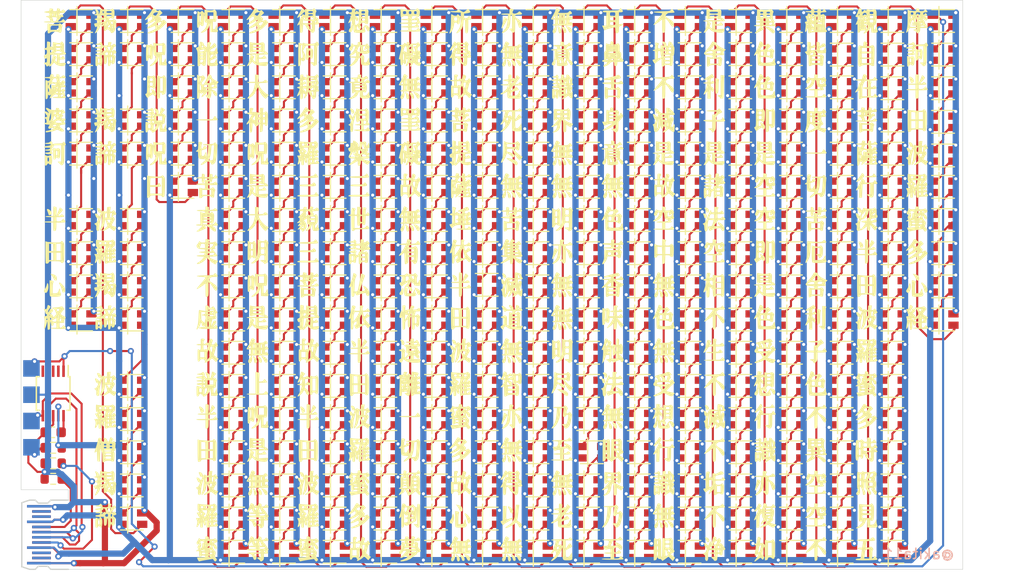
<source format=kicad_pcb>
(kicad_pcb (version 20211014) (generator pcbnew)
  (layers (0 "F.Cu" signal) (31 "B.Cu" signal) (34 "B.Paste" user) (35 "F.Paste" user) (36 "B.SilkS" user "B.Silkscreen") (37 "F.SilkS" user "F.Silkscreen") (38 "B.Mask" user) (39 "F.Mask" user) (44 "Edge.Cuts" user))
  (net 0 "")
  (net 1 "GND")
  (net 2 "Net-(J1-Pad1)")
  (net 3 "VDD")
  (net 4 "/CC1")
  (net 5 "/CC2")
  (net 8 "/DP")
  (net 9 "/DM")
  (net 15 "/LED")
  (net 19 "Net-(D1-Pad3)")
  (net 20 "Net-(D2-Pad3)")
  (net 21 "Net-(D3-Pad3)")
  (net 22 "Net-(D4-Pad3)")
  (net 23 "Net-(D5-Pad3)")
  (net 24 "Net-(D6-Pad3)")
  (net 25 "Net-(D7-Pad3)")
  (net 26 "Net-(D8-Pad3)")
  (net 27 "Net-(D10-Pad1)")
  (net 28 "Net-(D10-Pad3)")
  (net 29 "Net-(D11-Pad3)")
  (net 30 "Net-(D12-Pad3)")
  (net 31 "Net-(D13-Pad3)")
  (net 32 "Net-(D14-Pad3)")
  (net 33 "Net-(D15-Pad3)")
  (net 34 "Net-(D16-Pad3)")
  (net 35 "Net-(D17-Pad3)")
  (net 36 "Net-(D18-Pad3)")
  (net 37 "Net-(D19-Pad3)")
  (net 38 "Net-(D20-Pad3)")
  (net 39 "Net-(D21-Pad3)")
  (net 40 "Net-(D22-Pad3)")
  (net 41 "Net-(D23-Pad3)")
  (net 42 "Net-(D24-Pad3)")
  (net 43 "Net-(D25-Pad3)")
  (net 44 "Net-(D26-Pad3)")
  (net 45 "Net-(D27-Pad3)")
  (net 46 "Net-(D28-Pad3)")
  (net 47 "Net-(D29-Pad3)")
  (net 48 "Net-(D30-Pad3)")
  (net 49 "Net-(D31-Pad3)")
  (net 50 "Net-(D32-Pad3)")
  (net 51 "Net-(D33-Pad3)")
  (net 52 "Net-(D34-Pad3)")
  (net 53 "Net-(D35-Pad3)")
  (net 54 "Net-(D36-Pad3)")
  (net 55 "Net-(D37-Pad3)")
  (net 56 "Net-(D38-Pad3)")
  (net 57 "Net-(D39-Pad3)")
  (net 58 "Net-(D40-Pad3)")
  (net 59 "Net-(D41-Pad3)")
  (net 60 "Net-(D42-Pad3)")
  (net 61 "Net-(D43-Pad3)")
  (net 62 "Net-(D44-Pad3)")
  (net 63 "Net-(D45-Pad3)")
  (net 64 "Net-(D46-Pad3)")
  (net 65 "Net-(D47-Pad3)")
  (net 66 "Net-(D48-Pad3)")
  (net 67 "Net-(D49-Pad3)")
  (net 68 "Net-(D50-Pad3)")
  (net 69 "Net-(D51-Pad3)")
  (net 70 "Net-(D52-Pad3)")
  (net 71 "Net-(D53-Pad3)")
  (net 72 "Net-(D54-Pad3)")
  (net 73 "Net-(D55-Pad3)")
  (net 74 "Net-(D56-Pad3)")
  (net 75 "Net-(D57-Pad3)")
  (net 76 "Net-(D58-Pad3)")
  (net 77 "Net-(D59-Pad3)")
  (net 78 "Net-(D60-Pad3)")
  (net 79 "Net-(D61-Pad3)")
  (net 80 "Net-(D62-Pad3)")
  (net 81 "Net-(D63-Pad3)")
  (net 82 "Net-(D64-Pad3)")
  (net 83 "Net-(D65-Pad3)")
  (net 84 "Net-(D66-Pad3)")
  (net 85 "Net-(D67-Pad3)")
  (net 86 "Net-(D68-Pad3)")
  (net 87 "Net-(D69-Pad3)")
  (net 88 "Net-(D70-Pad3)")
  (net 89 "Net-(D71-Pad3)")
  (net 90 "Net-(D72-Pad3)")
  (net 91 "Net-(D73-Pad3)")
  (net 92 "Net-(D74-Pad3)")
  (net 93 "Net-(D75-Pad3)")
  (net 94 "Net-(D76-Pad3)")
  (net 95 "Net-(D77-Pad3)")
  (net 96 "Net-(D78-Pad3)")
  (net 97 "Net-(D79-Pad3)")
  (net 98 "Net-(D80-Pad3)")
  (net 99 "Net-(D81-Pad3)")
  (net 100 "Net-(D82-Pad3)")
  (net 101 "Net-(D83-Pad3)")
  (net 102 "Net-(D84-Pad3)")
  (net 103 "Net-(D85-Pad3)")
  (net 104 "Net-(D86-Pad3)")
  (net 105 "Net-(D87-Pad3)")
  (net 106 "Net-(D88-Pad3)")
  (net 107 "Net-(D89-Pad3)")
  (net 108 "Net-(D90-Pad3)")
  (net 109 "Net-(D91-Pad3)")
  (net 110 "Net-(D92-Pad3)")
  (net 111 "Net-(D93-Pad3)")
  (net 112 "Net-(D94-Pad3)")
  (net 113 "Net-(D95-Pad3)")
  (net 114 "Net-(D96-Pad3)")
  (net 115 "Net-(D97-Pad3)")
  (net 116 "Net-(D98-Pad3)")
  (net 117 "Net-(D100-Pad1)")
  (net 118 "Net-(D100-Pad3)")
  (net 119 "Net-(D101-Pad3)")
  (net 120 "Net-(D102-Pad3)")
  (net 121 "Net-(D103-Pad3)")
  (net 122 "Net-(D104-Pad3)")
  (net 123 "Net-(D105-Pad3)")
  (net 124 "Net-(D106-Pad3)")
  (net 125 "Net-(D107-Pad3)")
  (net 126 "Net-(D108-Pad3)")
  (net 127 "Net-(D109-Pad3)")
  (net 128 "Net-(D110-Pad3)")
  (net 129 "Net-(D111-Pad3)")
  (net 130 "Net-(D112-Pad3)")
  (net 131 "Net-(D113-Pad3)")
  (net 132 "Net-(D114-Pad3)")
  (net 133 "Net-(D115-Pad3)")
  (net 134 "Net-(D116-Pad3)")
  (net 135 "Net-(D117-Pad3)")
  (net 136 "Net-(D118-Pad3)")
  (net 137 "Net-(D119-Pad3)")
  (net 138 "Net-(D120-Pad3)")
  (net 139 "Net-(D121-Pad3)")
  (net 140 "Net-(D122-Pad3)")
  (net 141 "Net-(D123-Pad3)")
  (net 142 "Net-(D124-Pad3)")
  (net 143 "Net-(D125-Pad3)")
  (net 144 "Net-(D126-Pad3)")
  (net 145 "Net-(D127-Pad3)")
  (net 146 "Net-(D128-Pad3)")
  (net 147 "Net-(D129-Pad3)")
  (net 148 "Net-(D130-Pad3)")
  (net 149 "Net-(D131-Pad3)")
  (net 150 "Net-(D132-Pad3)")
  (net 151 "Net-(D133-Pad3)")
  (net 152 "Net-(D134-Pad3)")
  (net 153 "Net-(D135-Pad3)")
  (net 154 "Net-(D136-Pad3)")
  (net 155 "Net-(D137-Pad3)")
  (net 156 "Net-(D138-Pad3)")
  (net 157 "Net-(D139-Pad3)")
  (net 158 "Net-(D140-Pad3)")
  (net 159 "Net-(D141-Pad3)")
  (net 160 "Net-(D142-Pad3)")
  (net 161 "Net-(D143-Pad3)")
  (net 162 "Net-(D144-Pad3)")
  (net 163 "Net-(D145-Pad3)")
  (net 164 "Net-(D146-Pad3)")
  (net 165 "Net-(D147-Pad3)")
  (net 166 "Net-(D148-Pad3)")
  (net 167 "Net-(D149-Pad3)")
  (net 168 "Net-(D150-Pad3)")
  (net 169 "Net-(D151-Pad3)")
  (net 170 "Net-(D152-Pad3)")
  (net 171 "Net-(D153-Pad3)")
  (net 172 "Net-(D154-Pad3)")
  (net 173 "Net-(D155-Pad3)")
  (net 174 "Net-(D156-Pad3)")
  (net 175 "Net-(D157-Pad3)")
  (net 176 "Net-(D158-Pad3)")
  (net 177 "Net-(D159-Pad3)")
  (net 178 "Net-(D160-Pad3)")
  (net 179 "Net-(D161-Pad3)")
  (net 180 "Net-(D162-Pad3)")
  (net 181 "Net-(D163-Pad3)")
  (net 182 "Net-(D164-Pad3)")
  (net 183 "Net-(D165-Pad3)")
  (net 184 "Net-(D166-Pad3)")
  (net 185 "Net-(D167-Pad3)")
  (net 186 "Net-(D168-Pad3)")
  (net 187 "Net-(D169-Pad3)")
  (net 188 "Net-(D170-Pad3)")
  (net 189 "Net-(D171-Pad3)")
  (net 190 "Net-(D172-Pad3)")
  (net 191 "Net-(D173-Pad3)")
  (net 192 "Net-(D174-Pad3)")
  (net 193 "Net-(D175-Pad3)")
  (net 194 "Net-(D176-Pad3)")
  (net 195 "Net-(D177-Pad3)")
  (net 196 "Net-(D178-Pad3)")
  (net 197 "Net-(D179-Pad3)")
  (net 198 "Net-(D180-Pad3)")
  (net 199 "Net-(D181-Pad3)")
  (net 200 "Net-(D182-Pad3)")
  (net 201 "Net-(D183-Pad3)")
  (net 202 "Net-(D184-Pad3)")
  (net 203 "Net-(D185-Pad3)")
  (net 204 "Net-(D186-Pad3)")
  (net 205 "Net-(D187-Pad3)")
  (net 206 "Net-(D188-Pad3)")
  (net 207 "Net-(D189-Pad3)")
  (net 208 "Net-(D190-Pad3)")
  (net 209 "Net-(D191-Pad3)")
  (net 210 "Net-(D192-Pad3)")
  (net 211 "Net-(D193-Pad3)")
  (net 212 "Net-(D194-Pad3)")
  (net 213 "Net-(D195-Pad3)")
  (net 214 "Net-(D196-Pad3)")
  (net 215 "Net-(D197-Pad3)")
  (net 216 "Net-(D198-Pad3)")
  (net 217 "Net-(D199-Pad3)")
  (net 218 "Net-(D200-Pad3)")
  (net 219 "Net-(D201-Pad3)")
  (net 220 "Net-(D202-Pad3)")
  (net 221 "Net-(D203-Pad3)")
  (net 222 "Net-(D204-Pad3)")
  (net 223 "Net-(D205-Pad3)")
  (net 224 "Net-(D206-Pad3)")
  (net 225 "Net-(D207-Pad3)")
  (net 226 "Net-(D208-Pad3)")
  (net 227 "Net-(D209-Pad3)")
  (net 228 "Net-(D210-Pad3)")
  (net 229 "Net-(D211-Pad3)")
  (net 230 "Net-(D212-Pad3)")
  (net 231 "Net-(D213-Pad3)")
  (net 232 "Net-(D214-Pad3)")
  (net 233 "Net-(D215-Pad3)")
  (net 234 "Net-(D216-Pad3)")
  (net 235 "Net-(D217-Pad3)")
  (net 236 "Net-(D218-Pad3)")
  (net 237 "Net-(D219-Pad3)")
  (net 238 "Net-(D220-Pad3)")
  (net 239 "Net-(D221-Pad3)")
  (net 240 "Net-(D222-Pad3)")
  (net 241 "Net-(D223-Pad3)")
  (net 242 "Net-(D224-Pad3)")
  (net 243 "Net-(D225-Pad3)")
  (net 244 "Net-(D226-Pad3)")
  (net 245 "Net-(D227-Pad3)")
  (net 246 "Net-(D228-Pad3)")
  (net 247 "Net-(D229-Pad3)")
  (net 248 "Net-(D230-Pad3)")
  (net 249 "Net-(D231-Pad3)")
  (net 250 "Net-(D232-Pad3)")
  (net 251 "Net-(D233-Pad3)")
  (net 252 "Net-(D234-Pad3)")
  (net 253 "Net-(D235-Pad3)")
  (net 254 "Net-(D236-Pad3)")
  (net 255 "Net-(D237-Pad3)")
  (net 256 "Net-(D238-Pad3)")
  (net 257 "Net-(D239-Pad3)")
  (net 258 "Net-(D240-Pad3)")
  (net 259 "Net-(D241-Pad3)")
  (net 260 "Net-(D242-Pad3)")
  (net 261 "Net-(D243-Pad3)")
  (net 262 "Net-(D244-Pad3)")
  (net 263 "Net-(D245-Pad3)")
  (net 264 "Net-(D246-Pad3)")
  (net 265 "Net-(D247-Pad3)")
  (net 266 "Net-(D248-Pad3)")
  (net 267 "Net-(D249-Pad3)")
  (net 268 "Net-(D250-Pad3)")
  (net 269 "Net-(D251-Pad3)")
  (net 270 "Net-(D252-Pad3)")
  (net 271 "Net-(D253-Pad3)")
  (net 272 "Net-(D254-Pad3)")
  (net 273 "Net-(D255-Pad3)")
  (net 274 "Net-(D256-Pad3)")
  (net 275 "Net-(D257-Pad3)")
  (net 276 "Net-(D258-Pad3)")
  (net 277 "Net-(D259-Pad3)")
  (net 278 "Net-(D260-Pad3)")
  (net 279 "Net-(D261-Pad3)")
  (net 280 "Net-(D262-Pad3)")
  (net 281 "Net-(D263-Pad3)")
  (net 282 "Net-(D264-Pad3)")
  (net 283 "Net-(D265-Pad3)")
  (net 284 "Net-(D266-Pad3)")
  (net 285 "Net-(D267-Pad3)")
  (net 286 "Net-(D268-Pad3)")
  (net 287 "Net-(D269-Pad3)")
  (net 288 "Net-(D270-Pad3)")
  (net 289 "Net-(D271-Pad3)")
  (net 290 "Net-(D272-Pad3)")
  (net 291 "Net-(D273-Pad3)")
  (net 292 "Net-(D274-Pad3)")
  (net 293 "Net-(D275-Pad3)")
  (net 299 "Net-(C1-Pad1)")
  (footprint "akita:LED_2020_4p" (layer "F.Cu") (at 69.5 2 180)
    (fp_text reference "D62" hide)
    (fp_text value "LED_WS2812C-2020")
  )
  (footprint "akita:LED_2020_4p" (layer "F.Cu") (at 35.2 37.26875 180)
    (fp_text reference "D192" hide)
    (fp_text value "LED_WS2812C-2020")
  )
  (footprint "akita:LED_2020_4p" (layer "F.Cu") (at 49.9 50.09375 180)
    (fp_text reference "D145" hide)
    (fp_text value "LED_WS2812C-2020")
  )
  (footprint "akita:LED_2020_4p" (layer "F.Cu") (at 54.8 21.2375 180)
    (fp_text reference "D119" hide)
    (fp_text value "LED_WS2812C-2020")
  )
  (footprint "akita:LED_2020_4p" (layer "F.Cu") (at 45 2 180)
    (fp_text reference "D147" hide)
    (fp_text value "LED_WS2812C-2020")
  )
  (footprint "akita:LED_2020_4p" (layer "F.Cu") (at 49.9 5.20625 180)
    (fp_text reference "D131" hide)
    (fp_text value "LED_WS2812C-2020")
  )
  (footprint "akita:LED_2020_4p" (layer "F.Cu") (at 79.3 11.61875 180)
    (fp_text reference "D31" hide)
    (fp_text value "LED_WS2812C-2020")
  )
  (footprint "akita:LED_2020_4p" (layer "F.Cu") (at 79.3 50.09375 180)
    (fp_text reference "D43" hide)
    (fp_text value "LED_WS2812C-2020")
  )
  (footprint "akita:LED_2020_4p" (layer "F.Cu") (at 64.6 46.8875 180)
    (fp_text reference "D93" hide)
    (fp_text value "LED_WS2812C-2020")
  )
  (footprint "akita:LED_2020_4p" (layer "F.Cu") (at 69.5 34.0625 180)
    (fp_text reference "D72" hide)
    (fp_text value "LED_WS2812C-2020")
  )
  (footprint "akita:LED_2020_4p" (layer "F.Cu") (at 74.4 43.68125 180)
    (fp_text reference "D58" hide)
    (fp_text value "LED_WS2812C-2020")
  )
  (footprint "akita:LED_2020_4p" (layer "F.Cu") (at 40.1 11.61875 180)
    (fp_text reference "D167" hide)
    (fp_text value "LED_WS2812C-2020")
  )
  (footprint "akita:LED_2020_4p" (layer "F.Cu") (at 59.7 43.68125 180)
    (fp_text reference "D109" hide)
    (fp_text value "LED_WS2812C-2020")
  )
  (footprint "akita:LED_2020_4p" (layer "F.Cu") (at 49.9 14.825 180)
    (fp_text reference "D134" hide)
    (fp_text value "LED_WS2812C-2020")
  )
  (footprint "akita:LED_2020_4p" (layer "F.Cu") (at 64.6 8.4125 180)
    (fp_text reference "D81" hide)
    (fp_text value "LED_WS2812C-2020")
  )
  (footprint "akita:LED_2020_4p" (layer "F.Cu") (at 25.4 30.85625 180)
    (fp_text reference "D224" hide)
    (fp_text value "LED_WS2812C-2020")
  )
  (footprint "akita:LED_2020_4p" (layer "F.Cu") (at 5.8 27.65 180)
    (fp_text reference "D275" hide)
    (fp_text value "LED_WS2812C-2020")
  )
  (footprint "akita:LED_2020_4p" (layer "F.Cu") (at 45 43.68125 180)
    (fp_text reference "D160" hide)
    (fp_text value "LED_WS2812C-2020")
  )
  (footprint "akita:LED_2020_4p" (layer "F.Cu") (at 35.2 2 180)
    (fp_text reference "D181" hide)
    (fp_text value "LED_WS2812C-2020")
  )
  (footprint "akita:LED_2020_4p" (layer "F.Cu") (at 84.2 5.25 180)
    (fp_text reference "D12" hide)
    (fp_text value "LED_WS2812C-2020")
  )
  (footprint "akita:LED_2020_4p" (layer "F.Cu") (at 49.9 21.2375 180)
    (fp_text reference "D136" hide)
    (fp_text value "LED_WS2812C-2020")
  )
  (footprint "akita:LED_2020_4p" (layer "F.Cu") (at 40.1 30.85625 180)
    (fp_text reference "D173" hide)
    (fp_text value "LED_WS2812C-2020")
  )
  (footprint "akita:LED_2020_4p" (layer "F.Cu") (at 84.2 14.825 180)
    (fp_text reference "D15" hide)
    (fp_text value "LED_WS2812C-2020")
  )
  (footprint "akita:LED_2020_4p" (layer "F.Cu") (at 45 8.4125 180)
    (fp_text reference "D149" hide)
    (fp_text value "LED_WS2812C-2020")
  )
  (footprint "akita:LED_2020_4p" (layer "F.Cu") (at 64.6 50.09375 180)
    (fp_text reference "D94" hide)
    (fp_text value "LED_WS2812C-2020")
  )
  (footprint "Capacitor_SMD:C_0603_1608Metric" (layer "F.Cu") (at 3.1 41.75 180)
    (fp_text reference "C1" hide)
    (fp_text value "C")
  )
  (footprint "akita:LED_2020_4p" (layer "F.Cu") (at 74.4 11.61875 180)
    (fp_text reference "D48" hide)
    (fp_text value "LED_WS2812C-2020")
  )
  (footprint "akita:LED_2020_4p" (layer "F.Cu") (at 30.3 50.09375 180)
    (fp_text reference "D213" hide)
    (fp_text value "LED_WS2812C-2020")
  )
  (footprint "akita:LED_2020_4p" (layer "F.Cu") (at 69.5 5.20625 180)
    (fp_text reference "D63" hide)
    (fp_text value "LED_WS2812C-2020")
  )
  (footprint "akita:LED_2020_4p" (layer "F.Cu") (at 15.6 8.4125 180)
    (fp_text reference "D251" hide)
    (fp_text value "LED_WS2812C-2020")
  )
  (footprint "akita:LED_2020_4p" (layer "F.Cu") (at 49.9 30.85625 180)
    (fp_text reference "D139" hide)
    (fp_text value "LED_WS2812C-2020")
  )
  (footprint "akita:LED_2020_4p" (layer "F.Cu") (at 20.5 11.61875 180)
    (fp_text reference "D235" hide)
    (fp_text value "LED_WS2812C-2020")
  )
  (footprint "akita:LED_2020_4p" (layer "F.Cu") (at 69.5 43.68125 180)
    (fp_text reference "D75" hide)
    (fp_text value "LED_WS2812C-2020")
  )
  (footprint "akita:LED_2020_4p" (layer "F.Cu") (at 30.3 30.85625 180)
    (fp_text reference "D207" hide)
    (fp_text value "LED_WS2812C-2020")
  )
  (footprint "akita:LED_2020_4p" (layer "F.Cu") (at 5.8 30.85625 180)
    (fp_text reference "D276" hide)
    (fp_text value "LED_WS2812C-2020")
  )
  (footprint "akita:LED_2020_4p" (layer "F.Cu") (at 15.6 18.03125 180)
    (fp_text reference "D254" hide)
    (fp_text value "LED_WS2812C-2020")
  )
  (footprint "akita:LED_2020_4p" (layer "F.Cu") (at 79.3 8.4125 180)
    (fp_text reference "D30" hide)
    (fp_text value "LED_WS2812C-2020")
  )
  (footprint "akita:LED_2020_4p" (layer "F.Cu") (at 40.1 34.0625 180)
    (fp_text reference "D174" hide)
    (fp_text value "LED_WS2812C-2020")
  )
  (footprint "akita:LED_2020_4p" (layer "F.Cu") (at 25.4 40.475 180)
    (fp_text reference "D227" hide)
    (fp_text value "LED_WS2812C-2020")
  )
  (footprint "akita:LED_2020_4p" (layer "F.Cu") (at 64.6 43.68125 180)
    (fp_text reference "D92" hide)
    (fp_text value "LED_WS2812C-2020")
  )
  (footprint "akita:LED_2020_4p" (layer "F.Cu") (at 54.8 24.44375 180)
    (fp_text reference "D120" hide)
    (fp_text value "LED_WS2812C-2020")
  )
  (footprint "akita:LED_2020_4p" (layer "F.Cu") (at 69.5 50.09375 180)
    (fp_text reference "D77" hide)
    (fp_text value "LED_WS2812C-2020")
  )
  (footprint "akita:LED_2020_4p" (layer "F.Cu") (at 59.7 27.65 180)
    (fp_text reference "D104" hide)
    (fp_text value "LED_WS2812C-2020")
  )
  (footprint "akita:LED_2020_4p" (layer "F.Cu") (at 64.6 14.825 180)
    (fp_text reference "D83" hide)
    (fp_text value "LED_WS2812C-2020")
  )
  (footprint "Resistor_SMD:R_0603_1608Metric" (layer "F.Cu") (at 3.1 46.25)
    (fp_text reference "R278" hide)
    (fp_text value "5.1k")
  )
  (footprint "akita:LED_2020_4p" (layer "F.Cu") (at 25.4 21.2375 180)
    (fp_text reference "D221" hide)
    (fp_text value "LED_WS2812C-2020")
  )
  (footprint "akita:LED_2020_4p" (layer "F.Cu") (at 25.4 27.65 180)
    (fp_text reference "D223" hide)
    (fp_text value "LED_WS2812C-2020")
  )
  (footprint "akita:LED_2020_4p" (layer "F.Cu") (at 64.6 34.0625 180)
    (fp_text reference "D89" hide)
    (fp_text value "LED_WS2812C-2020")
  )
  (footprint "akita:LED_2020_4p" (layer "F.Cu") (at 54.8 37.26875 180)
    (fp_text reference "D124" hide)
    (fp_text value "LED_WS2812C-2020")
  )
  (footprint "akita:LED_2020_4p" (layer "F.Cu") (at 69.5 24.44375 180)
    (fp_text reference "D69" hide)
    (fp_text value "LED_WS2812C-2020")
  )
  (footprint "akita:LED_2020_4p" (layer "F.Cu") (at 54.8 27.65 180)
    (fp_text reference "D121" hide)
    (fp_text value "LED_WS2812C-2020")
  )
  (footprint "akita:LED_2020_4p" (layer "F.Cu") (at 40.1 40.475 180)
    (fp_text reference "D176" hide)
    (fp_text value "LED_WS2812C-2020")
  )
  (footprint "akita:LED_2020_4p" (layer "F.Cu") (at 79.3 30.85625 180)
    (fp_text reference "D37" hide)
    (fp_text value "LED_WS2812C-2020")
  )
  (footprint "akita:LED_2020_4p" (layer "F.Cu") (at 64.6 18.03125 180)
    (fp_text reference "D84" hide)
    (fp_text value "LED_WS2812C-2020")
  )
  (footprint "akita:LED_2020_4p" (layer "F.Cu") (at 45 5.20625 180)
    (fp_text reference "D148" hide)
    (fp_text value "LED_WS2812C-2020")
  )
  (footprint "akita:LED_2020_4p" (layer "F.Cu") (at 20.5 50.09375 180)
    (fp_text reference "D247" hide)
    (fp_text value "LED_WS2812C-2020")
  )
  (footprint "akita:LED_2020_4p" (layer "F.Cu") (at 49.9 27.65 180)
    (fp_text reference "D138" hide)
    (fp_text value "LED_WS2812C-2020")
  )
  (footprint "akita:LED_2020_4p" (layer "F.Cu") (at 59.7 11.61875 180)
    (fp_text reference "D99" hide)
    (fp_text value "LED_WS2812C-2020")
  )
  (footprint "akita:LED_2020_4p" (layer "F.Cu") (at 59.7 53.3 180)
    (fp_text reference "D112" hide)
    (fp_text value "LED_WS2812C-2020")
  )
  (footprint "akita:LED_2020_4p" (layer "F.Cu") (at 5.8 21.2375 180)
    (fp_text reference "D273" hide)
    (fp_text value "LED_WS2812C-2020")
  )
  (footprint "akita:LED_2020_4p" (layer "F.Cu") (at 45 50.09375 180)
    (fp_text reference "D162" hide)
    (fp_text value "LED_WS2812C-2020")
  )
  (footprint "akita:LED_2020_4p" (layer "F.Cu") (at 59.7 14.825 180)
    (fp_text reference "D100" hide)
    (fp_text value "LED_WS2812C-2020")
  )
  (footprint "akita:LED_2020_4p" (layer "F.Cu") (at 79.3 40.475 180)
    (fp_text reference "D40" hide)
    (fp_text value "LED_WS2812C-2020")
  )
  (footprint "akita:LED_2020_4p" (layer "F.Cu") (at 64.6 37.26875 180)
    (fp_text reference "D90" hide)
    (fp_text value "LED_WS2812C-2020")
  )
  (footprint "akita:LED_2020_4p" (layer "F.Cu") (at 25.4 46.8875 180)
    (fp_text reference "D229" hide)
    (fp_text value "LED_WS2812C-2020")
  )
  (footprint "akita:LED_2020_4p" (layer "F.Cu") (at 54.8 2 180)
    (fp_text reference "D113" hide)
    (fp_text value "LED_WS2812C-2020")
  )
  (footprint "akita:LED_2020_4p" (layer "F.Cu") (at 74.4 5.20625 180)
    (fp_text reference "D46" hide)
    (fp_text value "LED_WS2812C-2020")
  )
  (footprint "akita:USB-C_PCBPLUG" (layer "F.Cu") (at 1.96825 51.65 180)
    (fp_text reference "CN2" hide)
    (fp_text value "CON_USB-CPCBPLUG" hide)
    (fp_line (start -2.6 3.345) (end -0.9 3.345) (layer "Edge.Cuts") (width 0.127))
    (fp_line (start -0.9 3.345) (end -0.6 3.055) (layer "Edge.Cuts") (width 0.127))
    (fp_line (start -0.6 -3.045) (end 0.3 -3.045) (layer "Edge.Cuts") (width 0.127))
    (fp_line (start 0.3 -3.045) (end 0.6 -3.345) (layer "Edge.Cuts") (width 0.127))
    (fp_line (start 1.9 3.095) (end 1.15 3.345) (layer "Edge.Cuts") (width 0.127))
    (fp_line (start 0.6 3.345) (end 1.15 3.345) (layer "Edge.Cuts") (width 0.127))
    (fp_line (start -0.6 3.055) (end 0.3 3.055) (layer "Edge.Cuts") (width 0.127))
    (fp_line (start -0.9 -3.345) (end -0.6 -3.045) (layer "Edge.Cuts") (width 0.127))
    (fp_line (start 0.6 -3.345) (end 1.15 -3.345) (layer "Edge.Cuts") (width 0.127))
    (fp_line (start 1.9 -3.095) (end 1.9 3.095) (layer "Edge.Cuts") (width 0.127))
    (fp_line (start 0.3 3.055) (end 0.6 3.345) (layer "Edge.Cuts") (width 0.127))
    (fp_line (start -2.6 -3.345) (end -0.9 -3.345) (layer "Edge.Cuts") (width 0.127))
    (fp_line (start 1.15 -3.345) (end 1.9 -3.095) (layer "Edge.Cuts") (width 0.127))
  )
  (footprint "akita:LED_2020_4p" (layer "F.Cu") (at 35.2 11.61875 180)
    (fp_text reference "D184" hide)
    (fp_text value "LED_WS2812C-2020")
  )
  (footprint "akita:LED_2020_4p" (layer "F.Cu") (at 84.2 46.8875 180)
    (fp_text reference "D25" hide)
    (fp_text value "LED_WS2812C-2020")
  )
  (footprint "akita:LED_2020_4p" (layer "F.Cu") (at 49.9 2 180)
    (fp_text reference "D130" hide)
    (fp_text value "LED_WS2812C-2020")
  )
  (footprint "akita:LED_2020_4p" (layer "F.Cu") (at 64.6 2 180)
    (fp_text reference "D79" hide)
    (fp_text value "LED_WS2812C-2020")
  )
  (footprint "akita:LED_2020_4p" (layer "F.Cu") (at 54.8 18.03125 180)
    (fp_text reference "D118" hide)
    (fp_text value "LED_WS2812C-2020")
  )
  (footprint "akita:LED_2020_4p" (layer "F.Cu") (at 49.9 53.3 180)
    (fp_text reference "D146" hide)
    (fp_text value "LED_WS2812C-2020")
  )
  (footprint "akita:LED_2020_4p" (layer "F.Cu") (at 59.7 5.20625 180)
    (fp_text reference "D97" hide)
    (fp_text value "LED_WS2812C-2020")
  )
  (footprint "akita:LED_2020_4p" (layer "F.Cu") (at 45 11.61875 180)
    (fp_text reference "D150" hide)
    (fp_text value "LED_WS2812C-2020")
  )
  (footprint "akita:LED_2020_4p" (layer "F.Cu") (at 35.2 30.85625 180)
    (fp_text reference "D190" hide)
    (fp_text value "LED_WS2812C-2020")
  )
  (footprint "akita:LED_2020_4p" (layer "F.Cu") (at 49.9 34.0625 180)
    (fp_text reference "D140" hide)
    (fp_text value "LED_WS2812C-2020")
  )
  (footprint "akita:LED_2020_4p" (layer "F.Cu") (at 89.1 18.03125 180)
    (fp_text reference "D6" hide)
    (fp_text value "LED_WS2812C-2020")
  )
  (footprint "akita:LED_2020_4p" (layer "F.Cu") (at 45 30.85625 180)
    (fp_text reference "D156" hide)
    (fp_text value "LED_WS2812C-2020")
  )
  (footprint "akita:LED_2020_4p" (layer "F.Cu") (at 59.7 46.8875 180)
    (fp_text reference "D110" hide)
    (fp_text value "LED_WS2812C-2020")
  )
  (footprint "akita:LED_2020_4p" (layer "F.Cu") (at 69.5 53.3 180)
    (fp_text reference "D78" hide)
    (fp_text value "LED_WS2812C-2020")
  )
  (footprint "akita:LED_2020_4p" (layer "F.Cu") (at 30.3 34.0625 180)
    (fp_text reference "D208" hide)
    (fp_text value "LED_WS2812C-2020")
  )
  (footprint "akita:LED_2020_4p" (layer "F.Cu") (at 84.2 21.2375 180)
    (fp_text reference "D17" hide)
    (fp_text value "LED_WS2812C-2020")
  )
  (footprint "akita:LED_2020_4p" (layer "F.Cu") (at 79.3 21.2375 180)
    (fp_text reference "D34" hide)
    (fp_text value "LED_WS2812C-2020")
  )
  (footprint "akita:LED_2020_4p" (layer "F.Cu") (at 69.5 46.8875 180)
    (fp_text reference "D76" hide)
    (fp_text value "LED_WS2812C-2020")
  )
  (footprint "akita:LED_2020_4p" (layer "F.Cu") (at 25.4 14.825 180)
    (fp_text reference "D219" hide)
    (fp_text value "LED_WS2812C-2020")
  )
  (footprint "akita:LED_2020_4p" (layer "F.Cu") (at 54.8 34.0625 180)
    (fp_text reference "D123" hide)
    (fp_text value "LED_WS2812C-2020")
  )
  (footprint "akita:LED_2020_4p" (layer "F.Cu") (at 20.5 27.65 180)
    (fp_text reference "D240" hide)
    (fp_text value "LED_WS2812C-2020")
  )
  (footprint "akita:LED_2020_4p" (layer "F.Cu") (at 89.1 30.85625 180)
    (fp_text reference "D10" hide)
    (fp_text value "LED_WS2812C-2020")
  )
  (footprint "Resistor_SMD:R_0603_1608Metric" (layer "F.Cu") (at 3.1 44.75)
    (fp_text reference "R277" hide)
    (fp_text value "5.1k")
  )
  (footprint "akita:LED_2020_4p" (layer "F.Cu") (at 69.5 30.85625 180)
    (fp_text reference "D71" hide)
    (fp_text value "LED_WS2812C-2020")
  )
  (footprint "akita:LED_2020_4p" (layer "F.Cu") (at 10.7 21.2375 180)
    (fp_text reference "D259" hide)
    (fp_text value "LED_WS2812C-2020")
  )
  (footprint "akita:LED_2020_4p" (layer "F.Cu") (at 20.5 5.20625 180)
    (fp_text reference "D233" hide)
    (fp_text value "LED_WS2812C-2020")
  )
  (footprint "akita:LED_2020_4p" (layer "F.Cu") (at 49.9 8.4125 180)
    (fp_text reference "D132" hide)
    (fp_text value "LED_WS2812C-2020")
  )
  (footprint "akita:LED_2020_4p" (layer "F.Cu") (at 25.4 53.3 180)
    (fp_text reference "D231" hide)
    (fp_text value "LED_WS2812C-2020")
  )
  (footprint "akita:LED_2020_4p" (layer "F.Cu") (at 69.5 18.03125 180)
    (fp_text reference "D67" hide)
    (fp_text value "LED_WS2812C-2020")
  )
  (footprint "akita:LED_2020_4p" (layer "F.Cu") (at 35.2 18.03125 180)
    (fp_text reference "D186" hide)
    (fp_text value "LED_WS2812C-2020")
  )
  (footprint "akita:LED_2020_4p" (layer "F.Cu") (at 35.2 43.68125 180)
    (fp_text reference "D194" hide)
    (fp_text value "LED_WS2812C-2020")
  )
  (footprint "akita:LED_2020_4p" (layer "F.Cu") (at 40.1 18.03125 180)
    (fp_text reference "D169" hide)
    (fp_text value "LED_WS2812C-2020")
  )
  (footprint "akita:LED_2020_4p" (layer "F.Cu") (at 20.5 21.2375 180)
    (fp_text reference "D238" hide)
    (fp_text value "LED_WS2812C-2020")
  )
  (footprint "akita:LED_2020_4p" (layer "F.Cu") (at 69.5 11.61875 180)
    (fp_text reference "D65" hide)
    (fp_text value "LED_WS2812C-2020")
  )
  (footprint "akita:LED_2020_4p" (layer "F.Cu") (at 30.3 21.2375 180)
    (fp_text reference "D204" hide)
    (fp_text value "LED_WS2812C-2020")
  )
  (footprint "akita:LED_2020_4p" (layer "F.Cu") (at 35.2 53.3 180)
    (fp_text reference "D197" hide)
    (fp_text value "LED_WS2812C-2020")
  )
  (footprint "akita:LED_2020_4p" (layer "F.Cu") (at 45 18.03125 180)
    (fp_text reference "D152" hide)
    (fp_text value "LED_WS2812C-2020")
  )
  (footprint "akita:LED_2020_4p" (layer "F.Cu") (at 45 14.825 180)
    (fp_text reference "D151" hide)
    (fp_text value "LED_WS2812C-2020")
  )
  (footprint "akita:LED_2020_4p" (layer "F.Cu") (at 49.9 37.26875 180)
    (fp_text reference "D141" hide)
    (fp_text value "LED_WS2812C-2020")
  )
  (footprint "akita:LED_2020_4p" (layer "F.Cu") (at 10.7 27.65 180)
    (fp_text reference "D261" hide)
    (fp_text value "LED_WS2812C-2020")
  )
  (footprint "akita:LED_2020_4p" (layer "F.Cu") (at 20.5 43.68125 180)
    (fp_text reference "D245" hide)
    (fp_text value "LED_WS2812C-2020")
  )
  (footprint "akita:LED_2020_4p" (layer "F.Cu") (at 79.3 24.44375 180)
    (fp_text reference "D35" hide)
    (fp_text value "LED_WS2812C-2020")
  )
  (footprint "akita:LED_2020_4p" (layer "F.Cu") (at 84.2 37.26875 180)
    (fp_text reference "D22" hide)
    (fp_text value "LED_WS2812C-2020")
  )
  (footprint "akita:LED_2020_4p" (layer "F.Cu") (at 40.1 27.65 180)
    (fp_text reference "D172" hide)
    (fp_text value "LED_WS2812C-2020")
  )
  (footprint "akita:LED_2020_4p" (layer "F.Cu") (at 74.4 21.2375 180)
    (fp_text reference "D51" hide)
    (fp_text value "LED_WS2812C-2020")
  )
  (footprint "akita:LED_2020_4p" (layer "F.Cu") (at 35.2 14.825 180)
    (fp_text reference "D185" hide)
    (fp_text value "LED_WS2812C-2020")
  )
  (footprint "akita:LED_2020_4p" (layer "F.Cu") (at 25.4 24.44375 180)
    (fp_text reference "D222" hide)
    (fp_text value "LED_WS2812C-2020")
  )
  (footprint "akita:LED_2020_4p" (layer "F.Cu") (at 35.2 5.20625 180)
    (fp_text reference "D182" hide)
    (fp_text value "LED_WS2812C-2020")
  )
  (footprint "akita:LED_2020_4p" (layer "F.Cu") (at 35.2 40.475 180)
    (fp_text reference "D193" hide)
    (fp_text value "LED_WS2812C-2020")
  )
  (footprint "akita:LED_2020_4p" (layer "F.Cu") (at 25.4 2 180)
    (fp_text reference "D215" hide)
    (fp_text value "LED_WS2812C-2020")
  )
  (footprint "akita:LED_2020_4p" (layer "F.Cu") (at 59.7 18.03125 180)
    (fp_text reference "D101" hide)
    (fp_text value "LED_WS2812C-2020")
  )
  (footprint "akita:LED_2020_4p" (layer "F.Cu") (at 20.5 46.8875 180)
    (fp_text reference "D246" hide)
    (fp_text value "LED_WS2812C-2020")
  )
  (footprint "akita:LED_2020_4p" (layer "F.Cu") (at 30.3 18.03125 180)
    (fp_text reference "D203" hide)
    (fp_text value "LED_WS2812C-2020")
  )
  (footprint "akita:LED_2020_4p" (layer "F.Cu") (at 89.1 27.65 180)
    (fp_text reference "D9" hide)
    (fp_text value "LED_WS2812C-2020")
  )
  (footprint "akita:LED_2020_4p" (layer "F.Cu") (at 54.8 14.825 180)
    (fp_text reference "D117" hide)
    (fp_text value "LED_WS2812C-2020")
  )
  (footprint "akita:LED_2020_4p" (layer "F.Cu") (at 40.1 46.8875 180)
    (fp_text reference "D178" hide)
    (fp_text value "LED_WS2812C-2020")
  )
  (footprint "akita:LED_2020_4p" (layer "F.Cu") (at 79.3 5.25 180)
    (fp_text reference "D29" hide)
    (fp_text value "LED_WS2812C-2020")
  )
  (footprint "akita:LED_2020_4p" (layer "F.Cu") (at 20.5 18.03125 180)
    (fp_text reference "D237" hide)
    (fp_text value "LED_WS2812C-2020")
  )
  (footprint "akita:LED_2020_4p" (layer "F.Cu") (at 69.5 40.475 180)
    (fp_text reference "D74" hide)
    (fp_text value "LED_WS2812C-2020")
  )
  (footprint "akita:LED_2020_4p" (layer "F.Cu") (at 64.6 40.475 180)
    (fp_text reference "D91" hide)
    (fp_text value "LED_WS2812C-2020")
  )
  (footprint "akita:LED_2020_4p" (layer "F.Cu") (at 40.1 5.20625 180)
    (fp_text reference "D165" hide)
    (fp_text value "LED_WS2812C-2020")
  )
  (footprint "akita:LED_2020_4p" (layer "F.Cu") (at 40.1 8.4125 180)
    (fp_text reference "D166" hide)
    (fp_text value "LED_WS2812C-2020")
  )
  (footprint "akita:LED_2020_4p" (layer "F.Cu") (at 25.4 8.4125 180)
    (fp_text reference "D217" hide)
    (fp_text value "LED_WS2812C-2020")
  )
  (footprint "akita:LED_2020_4p" (layer "F.Cu") (at 89.1 21.2375 180)
    (fp_text reference "D7" hide)
    (fp_text value "LED_WS2812C-2020")
  )
  (footprint "akita:LED_2020_4p" (layer "F.Cu") (at 79.3 27.65 180)
    (fp_text reference "D36" hide)
    (fp_text value "LED_WS2812C-2020")
  )
  (footprint "akita:LED_2020_4p" (layer "F.Cu") (at 30.3 14.825 180)
    (fp_text reference "D202" hide)
    (fp_text value "LED_WS2812C-2020")
  )
  (footprint "akita:LED_2020_4p" (layer "F.Cu") (at 25.4 11.61875 180)
    (fp_text reference "D218" hide)
    (fp_text value "LED_WS2812C-2020")
  )
  (footprint "akita:LED_2020_4p" (layer "F.Cu") (at 15.6 2 180)
    (fp_text reference "D249" hide)
    (fp_text value "LED_WS2812C-2020")
  )
  (footprint "akita:LED_2020_4p" (layer "F.Cu") (at 20.5 53.3 180)
    (fp_text reference "D248" hide)
    (fp_text value "LED_WS2812C-2020")
  )
  (footprint "akita:LED_2020_4p" (layer "F.Cu") (at 54.8 40.475 180)
    (fp_text reference "D125" hide)
    (fp_text value "LED_WS2812C-2020")
  )
  (footprint "akita:LED_2020_4p" (layer "F.Cu") (at 10.7 11.61875 180)
    (fp_text reference "D257" hide)
    (fp_text value "LED_WS2812C-2020")
  )
  (footprint "akita:LED_2020_4p" (layer "F.Cu") (at 15.6 5.20625 180)
    (fp_text reference "D250" hide)
    (fp_text value "LED_WS2812C-2020")
  )
  (footprint "akita:LED_2020_4p" (layer "F.Cu") (at 74.4 27.65 180)
    (fp_text reference "D53" hide)
    (fp_text value "LED_WS2812C-2020")
  )
  (footprint "akita:LED_2020_4p" (layer "F.Cu") (at 84.2 8.5 180)
    (fp_text reference "D13" hide)
    (fp_text value "LED_WS2812C-2020")
  )
  (footprint "akita:LED_2020_4p" (layer "F.Cu") (at 30.3 43.68125 180)
    (fp_text reference "D211" hide)
    (fp_text value "LED_WS2812C-2020")
  )
  (footprint "akita:LED_2020_4p" (layer "F.Cu") (at 25.4 34.0625 180)
    (fp_text reference "D225" hide)
    (fp_text value "LED_WS2812C-2020")
  )
  (footprint "akita:LED_2020_4p" (layer "F.Cu") (at 89.1 24.44375 180)
    (fp_text reference "D8" hide)
    (fp_text value "LED_WS2812C-2020")
  )
  (footprint "akita:LED_2020_4p" (layer "F.Cu") (at 20.5 24.44375 180)
    (fp_text reference "D239" hide)
    (fp_text value "LED_WS2812C-2020")
  )
  (footprint "akita:LED_2020_4p" (layer "F.Cu") (at 40.1 37.26875 180)
    (fp_text reference "D175" hide)
    (fp_text value "LED_WS2812C-2020")
  )
  (footprint "akita:LED_2020_4p" (layer "F.Cu") (at 74.4 53.3 180)
    (fp_text reference "D61" hide)
    (fp_text value "LED_WS2812C-2020")
  )
  (footprint "akita:LED_2020_4p" (layer "F.Cu") (at 84.2 11.61875 180)
    (fp_text reference "D14" hide)
    (fp_text value "LED_WS2812C-2020")
  )
  (footprint "akita:LED_2020_4p" (layer "F.Cu") (at 84.2 53.3 180)
    (fp_text reference "D27" hide)
    (fp_text value "LED_WS2812C-2020")
  )
  (footprint "akita:LED_2020_4p" (layer "F.Cu") (at 5.8 8.4125 180)
    (fp_text reference "D270" hide)
    (fp_text value "LED_WS2812C-2020")
  )
  (footprint "akita:LED_2020_4p" (layer "F.Cu") (at 30.3 8.4125 180)
    (fp_text reference "D200" hide)
    (fp_text value "LED_WS2812C-2020")
  )
  (footprint "akita:LED_2020_4p" (layer "F.Cu") (at 84.2 18.03125 180)
    (fp_text reference "D16" hide)
    (fp_text value "LED_WS2812C-2020")
  )
  (footprint "akita:LED_2020_4p" (layer "F.Cu") (at 74.4 34.0625 180)
    (fp_text reference "D55" hide)
    (fp_text value "LED_WS2812C-2020")
  )
  (footprint "akita:LED_2020_4p" (layer "F.Cu") (at 20.5 34.0625 180)
    (fp_text reference "D242" hide)
    (fp_text value "LED_WS2812C-2020")
  )
  (footprint "akita:LED_2020_4p" (layer "F.Cu") (at 35.2 8.4125 180)
    (fp_text reference "D183" hide)
    (fp_text value "LED_WS2812C-2020")
  )
  (footprint "akita:LED_2020_4p" (layer "F.Cu") (at 35.2 46.8875 180)
    (fp_text reference "D195" hide)
    (fp_text value "LED_WS2812C-2020")
  )
  (footprint "akita:LED_2020_4p" (layer "F.Cu") (at 5.8 24.44375 180)
    (fp_text reference "D274" hide)
    (fp_text value "LED_WS2812C-2020")
  )
  (footprint "akita:LED_2020_4p" (layer "F.Cu") (at 5.8 14.825 180)
    (fp_text reference "D272" hide)
    (fp_text value "LED_WS2812C-2020")
  )
  (footprint "akita:LED_2020_4p" (layer "F.Cu") (at 84.2 27.65 180)
    (fp_text reference "D19" hide)
    (fp_text value "LED_WS2812C-2020")
  )
  (footprint "akita:LED_2020_4p" (layer "F.Cu") (at 40.1 2 180)
    (fp_text reference "D164" hide)
    (fp_text value "LED_WS2812C-2020")
  )
  (footprint "akita:LED_2020_4p" (layer "F.Cu") (at 89.1 15 180)
    (fp_text reference "D5" hide)
    (fp_text value "LED_WS2812C-2020")
  )
  (footprint "akita:LED_2020_4p" (layer "F.Cu") (at 74.4 30.85625 180)
    (fp_text reference "D54" hide)
    (fp_text value "LED_WS2812C-2020")
  )
  (footprint "akita:LED_2020_4p" (layer "F.Cu") (at 59.7 40.475 180)
    (fp_text reference "D108" hide)
    (fp_text value "LED_WS2812C-2020")
  )
  (footprint "akita:LED_2020_4p" (layer "F.Cu") (at 84.2 43.68125 180)
    (fp_text reference "D24" hide)
    (fp_text value "LED_WS2812C-2020")
  )
  (footprint "akita:LED_2020_4p" (layer "F.Cu") (at 10.7 5.20625 180)
    (fp_text reference "D256" hide)
    (fp_text value "LED_WS2812C-2020")
  )
  (footprint "akita:LED_2020_4p" (layer "F.Cu") (at 69.5 27.65 180)
    (fp_text reference "D70" hide)
    (fp_text value "LED_WS2812C-2020")
  )
  (footprint "akita:LED_2020_4p" (layer "F.Cu") (at 59.7 50.09375 180)
    (fp_text reference "D111" hide)
    (fp_text value "LED_WS2812C-2020")
  )
  (footprint "akita:LED_2020_4p" (layer "F.Cu") (at 20.5 30.85625 180)
    (fp_text reference "D241" hide)
    (fp_text value "LED_WS2812C-2020")
  )
  (footprint "akita:LED_2020_4p" (layer "F.Cu") (at 69.5 8.4125 180)
    (fp_text reference "D64" hide)
    (fp_text value "LED_WS2812C-2020")
  )
  (footprint "akita:LED_2020_4p" (layer "F.Cu") (at 59.7 8.4125 180)
    (fp_text reference "D98" hide)
    (fp_text value "LED_WS2812C-2020")
  )
  (footprint "akita:LED_2020_4p" (layer "F.Cu") (at 5.8 11.61875 180)
    (fp_text reference "D271" hide)
    (fp_text value "LED_WS2812C-2020")
  )
  (footprint "akita:LED_2020_4p" (layer "F.Cu") (at 64.6 21.2375 180)
    (fp_text reference "D85" hide)
    (fp_text value "LED_WS2812C-2020")
  )
  (footprint "akita:LED_2020_4p" (layer "F.Cu") (at 54.8 30.85625 180)
    (fp_text reference "D122" hide)
    (fp_text value "LED_WS2812C-2020")
  )
  (footprint "akita:LED_2020_4p" (layer "F.Cu") (at 40.1 50.09375 180)
    (fp_text reference "D179" hide)
    (fp_text value "LED_WS2812C-2020")
  )
  (footprint "akita:LED_2020_4p" (layer "F.Cu") (at 74.4 14.825 180)
    (fp_text reference "D49" hide)
    (fp_text value "LED_WS2812C-2020")
  )
  (footprint "akita:LED_2020_4p" (layer "F.Cu") (at 55.155 43.68125 180)
    (fp_text reference "D126" hide)
    (fp_text value "LED_WS2812C-2020")
  )
  (footprint "akita:LED_2020_4p" (layer "F.Cu") (at 49.9 18.03125 180)
    (fp_text reference "D135" hide)
    (fp_text value "LED_WS2812C-2020")
  )
  (footprint "akita:LED_2020_4p" (layer "F.Cu") (at 79.3 37.26875 180)
    (fp_text reference "D39" hide)
    (fp_text value "LED_WS2812C-2020")
  )
  (footprint "akita:LED_2020_4p" (layer "F.Cu") (at 64.6 5.20625 180)
    (fp_text reference "D80" hide)
    (fp_text value "LED_WS2812C-2020")
  )
  (footprint "akita:LED_2020_4p" (layer "F.Cu") (at 64.6 27.65 180)
    (fp_text reference "D87" hide)
    (fp_text value "LED_WS2812C-2020")
  )
  (footprint "akita:LED_2020_4p" (layer "F.Cu") (at 30.3 46.8875 180)
    (fp_text reference "D212" hide)
    (fp_text value "LED_WS2812C-2020")
  )
  (footprint "akita:LED_2020_4p" (layer "F.Cu") (at 89.1 8.5 180)
    (fp_text reference "D3" hide)
    (fp_text value "LED_WS2812C-2020")
  )
  (footprint "akita:LED_2020_4p" (layer "F.Cu") (at 30.3 27.65 180)
    (fp_text reference "D206" hide)
    (fp_text value "LED_WS2812C-2020")
  )
  (footprint "akita:LED_2020_4p" (layer "F.Cu") (at 49.9 46.8875 180)
    (fp_text reference "D144" hide)
    (fp_text value "LED_WS2812C-2020")
  )
  (footprint "akita:LED_2020_4p" (layer "F.Cu") (at 45 21.2375 180)
    (fp_text reference "D153" hide)
    (fp_text value "LED_WS2812C-2020")
  )
  (footprint "akita:LED_2020_4p" (layer "F.Cu") (at 10.7 46.8875 180)
    (fp_text reference "D266" hide)
    (fp_text value "LED_WS2812C-2020")
  )
  (footprint "akita:LED_2020_4p" (layer "F.Cu") (at 30.3 5.20625 180)
    (fp_text reference "D199" hide)
    (fp_text value "LED_WS2812C-2020")
  )
  (footprint "akita:LED_2020_4p" (layer "F.Cu") (at 84.2 24.44375 180)
    (fp_text reference "D18" hide)
    (fp_text value "LED_WS2812C-2020")
  )
  (footprint "akita:LED_2020_4p" (layer "F.Cu") (at 40.1 21.2375 180)
    (fp_text reference "D170" hide)
    (fp_text value "LED_WS2812C-2020")
  )
  (footprint "akita:LED_2020_4p" (layer "F.Cu") (at 74.4 50.09375 180)
    (fp_text reference "D60" hide)
    (fp_text value "LED_WS2812C-2020")
  )
  (footprint "akita:LED_2020_4p" (layer "F.Cu") (at 59.7 2 180)
    (fp_text reference "D96" hide)
    (fp_text value "LED_WS2812C-2020")
  )
  (footprint "akita:LED_2020_4p" (layer "F.Cu") (at 15.6 11.61875 180)
    (fp_text reference "D252" hide)
    (fp_text value "LED_WS2812C-2020")
  )
  (footprint "akita:LED_2020_4p" (layer "F.Cu") (at 45 40.475 180)
    (fp_text reference "D159" hide)
    (fp_text value "LED_WS2812C-2020")
  )
  (footprint "akita:LED_2020_4p" (layer "F.Cu") (at 35.2 27.65 180)
    (fp_text reference "D189" hide)
    (fp_text value "LED_WS2812C-2020")
  )
  (footprint "akita:LED_2020_4p" (layer "F.Cu") (at 84.2 50.09375 180)
    (fp_text reference "D26" hide)
    (fp_text value "LED_WS2812C-2020")
  )
  (footprint "akita:LED_2020_4p" (layer "F.Cu") (at 35.2 50.09375 180)
    (fp_text reference "D196" hide)
    (fp_text value "LED_WS2812C-2020")
  )
  (footprint "akita:LED_2020_4p" (layer "F.Cu") (at 79.3 18.03125 180)
    (fp_text reference "D33" hide)
    (fp_text value "LED_WS2812C-2020")
  )
  (footprint "akita:LED_2020_4p" (layer "F.Cu") (at 54.8 53.3 180)
    (fp_text reference "D129" hide)
    (fp_text value "LED_WS2812C-2020")
  )
  (footprint "akita:LED_2020_4p" (layer "F.Cu") (at 69.5 21.2375 180)
    (fp_text reference "D68" hide)
    (fp_text value "LED_WS2812C-2020")
  )
  (footprint "akita:LED_2020_4p" (layer "F.Cu") (at 54.8 5.20625 180)
    (fp_text reference "D114" hide)
    (fp_text value "LED_WS2812C-2020")
  )
  (footprint "akita:LED_2020_4p" (layer "F.Cu") (at 30.3 37.26875 180)
    (fp_text reference "D209" hide)
    (fp_text value "LED_WS2812C-2020")
  )
  (footprint "akita:LED_2020_4p" (layer "F.Cu") (at 30.3 2 180)
    (fp_text reference "D198" hide)
    (fp_text value "LED_WS2812C-2020")
  )
  (footprint "akita:LED_2020_4p" (layer "F.Cu") (at 10.7 43.68125 180)
    (fp_text reference "D265" hide)
    (fp_text value "LED_WS2812C-2020")
  )
  (footprint "akita:LED_2020_4p" (layer "F.Cu") (at 10.7 30.85625 180)
    (fp_text reference "D262" hide)
    (fp_text value "LED_WS2812C-2020")
  )
  (footprint "akita:LED_2020_4p" (layer "F.Cu") (at 59.7 30.85625 180)
    (fp_text reference "D105" hide)
    (fp_text value "LED_WS2812C-2020")
  )
  (footprint "akita:LED_2020_4p" (layer "F.Cu") (at 74.4 46.8875 180)
    (fp_text reference "D59" hide)
    (fp_text value "LED_WS2812C-2020")
  )
  (footprint "akita:LED_2020_4p" (layer "F.Cu") (at 30.3 11.61875 180)
    (fp_text reference "D201" hide)
    (fp_text value "LED_WS2812C-2020")
  )
  (footprint "akita:LED_2020_4p" (layer "F.Cu") (at 49.9 11.61875 180)
    (fp_text reference "D133" hide)
    (fp_text value "LED_WS2812C-2020")
  )
  (footprint "akita:LED_2020_4p" (layer "F.Cu") (at 35.2 34.0625 180)
    (fp_text reference "D191" hide)
    (fp_text value "LED_WS2812C-2020")
  )
  (footprint "akita:LED_2020_4p" (layer "F.Cu") (at 54.8 8.4125 180)
    (fp_text reference "D115" hide)
    (fp_text value "LED_WS2812C-2020")
  )
  (footprint "akita:LED_2020_4p" (layer "F.Cu") (at 59.7 21.2375 180)
    (fp_text reference "D102" hide)
    (fp_text value "LED_WS2812C-2020")
  )
  (footprint "akita:LED_2020_4p" (layer "F.Cu") (at 89.1 11.75 180)
    (fp_text reference "D4" hide)
    (fp_text value "LED_WS2812C-2020")
  )
  (footprint "akita:LED_2020_4p" (layer "F.Cu") (at 74.4 40.475 180)
    (fp_text reference "D57" hide)
    (fp_text value "LED_WS2812C-2020")
  )
  (footprint "akita:LED_2020_4p" (layer "F.Cu") (at 79.3 46.8875 180)
    (fp_text reference "D42" hide)
    (fp_text value "LED_WS2812C-2020")
  )
  (footprint "akita:LED_2020_4p" (layer "F.Cu") (at 45 53.3 180)
    (fp_text reference "D163" hide)
    (fp_text value "LED_WS2812C-2020")
  )
  (footprint "akita:LED_2020_4p" (layer "F.Cu") (at 45 27.5 180)
    (fp_text reference "D155" hide)
    (fp_text value "LED_WS2812C-2020")
  )
  (footprint "akita:LED_2020_4p" (layer "F.Cu") (at 45 34.0625 180)
    (fp_text reference "D157" hide)
    (fp_text value "LED_WS2812C-2020")
  )
  (footprint "akita:LED_2020_4p" (layer "F.Cu") (at 64.6 11.61875 180)
    (fp_text reference "D82" hide)
    (fp_text value "LED_WS2812C-2020")
  )
  (footprint "akita:LED_2020_4p" (layer "F.Cu") (at 10.7 37.26875 180)
    (fp_text reference "D263" hide)
    (fp_text value "LED_WS2812C-2020")
  )
  (footprint "akita:LED_2020_4p" (layer "F.Cu") (at 79.3 34.0625 180)
    (fp_text reference "D38" hide)
    (fp_text value "LED_WS2812C-2020")
  )
  (footprint "akita:LED_2020_4p" (layer "F.Cu") (at 69.5 37.26875 180)
    (fp_text reference "D73" hide)
    (fp_text value "LED_WS2812C-2020")
  )
  (footprint "akita:LED_2020_4p" (layer "F.Cu") (at 59.7 34.0625 180)
    (fp_text reference "D106" hide)
    (fp_text value "LED_WS2812C-2020")
  )
  (footprint "akita:LED_2020_4p" (layer "F.Cu") (at 74.4 37.26875 180)
    (fp_text reference "D56" hide)
    (fp_text value "LED_WS2812C-2020")
  )
  (footprint "akita:LED_2020_4p" (layer "F.Cu") (at 64.6 24.44375 180)
    (fp_text reference "D86" hide)
    (fp_text value "LED_WS2812C-2020")
  )
  (footprint "akita:LED_2020_4p" (layer "F.Cu") (at 10.7 24.44375 180)
    (fp_text reference "D260" hide)
    (fp_text value "LED_WS2812C-2020")
  )
  (footprint "akita:LED_2020_4p" (layer "F.Cu") (at 89.1 5.25 180)
    (fp_text reference "D2" hide)
    (fp_text value "LED_WS2812C-2020")
  )
  (footprint "akita:LED_2020_4p" (layer "F.Cu") (at 45 46.8875 180)
    (fp_text reference "D161" hide)
    (fp_text value "LED_WS2812C-2020")
  )
  (footprint "akita:LED_2020_4p" (layer "F.Cu") (at 79.3 2 180)
    (fp_text reference "D28" hide)
    (fp_text value "LED_WS2812C-2020")
  )
  (footprint "akita:LED_2020_4p" (layer "F.Cu") (at 79.3 43.68125 180)
    (fp_text reference "D41" hide)
    (fp_text value "LED_WS2812C-2020")
  )
  (footprint "akita:LED_2020_4p" (layer "F.Cu") (at 15.6 14.825 180)
    (fp_text reference "D253" hide)
    (fp_text value "LED_WS2812C-2020")
  )
  (footprint "Resistor_SMD:R_0603_1608Metric" (layer "F.Cu") (at 3.1 43.25)
    (fp_text reference "R1" hide)
    (fp_text value "10k")
  )
  (footprint "akita:LED_2020_4p" (layer "F.Cu") (at 79.3 14.825 180)
    (fp_text reference "D32" hide)
    (fp_text value "LED_WS2812C-2020")
  )
  (footprint "akita:LED_2020_4p" (layer "F.Cu") (at 84.2 2 180)
    (fp_text reference "D11" hide)
    (fp_text value "LED_WS2812C-2020")
  )
  (footprint "akita:LED_2020_4p" (layer "F.Cu") (at 89.1 2 180)
    (fp_text reference "D1" hide)
    (fp_text value "LED_WS2812C-2020")
  )
  (footprint "akita:LED_2020_4p" (layer "F.Cu") (at 74.4 8.4125 180)
    (fp_text reference "D47" hide)
    (fp_text value "LED_WS2812C-2020")
  )
  (footprint "akita:LED_2020_4p" (layer "F.Cu") (at 40.1 24.44375 180)
    (fp_text reference "D171" hide)
    (fp_text value "LED_WS2812C-2020")
  )
  (footprint "akita:LED_2020_4p" (layer "F.Cu") (at 64.6 53.3 180)
    (fp_text reference "D95" hide)
    (fp_text value "LED_WS2812C-2020")
  )
  (footprint "akita:LED_2020_4p" (layer "F.Cu") (at 84.2 40.475 180)
    (fp_text reference "D23" hide)
    (fp_text value "LED_WS2812C-2020")
  )
  (footprint "akita:LED_2020_4p" (layer "F.Cu") (at 25.4 5.20625 180)
    (fp_text reference "D216" hide)
    (fp_text value "LED_WS2812C-2020")
  )
  (footprint "akita:LED_2020_4p" (layer "F.Cu") (at 25.4 50.09375 180)
    (fp_text reference "D230" hide)
    (fp_text value "LED_WS2812C-2020")
  )
  (footprint "akita:LED_2020_4p" (layer "F.Cu") (at 30.3 53.3 180)
    (fp_text reference "D214" hide)
    (fp_text value "LED_WS2812C-2020")
  )
  (footprint "akita:LED_2020_4p" (layer "F.Cu") (at 49.9 24.44375 180)
    (fp_text reference "D137" hide)
    (fp_text value "LED_WS2812C-2020")
  )
  (footprint "LOGO" (layer "F.Cu") (at 45 27.5)
    (fp_text reference "G***" hide)
    (fp_text value "LOGO" hide)
  )
  (footprint "akita:LED_2020_4p" (layer "F.Cu") (at 59.7 37.26875 180)
    (fp_text reference "D107" hide)
    (fp_text value "LED_WS2812C-2020")
  )
  (footprint "akita:LED_2020_4p" (layer "F.Cu") (at 25.4 37.26875 180)
    (fp_text reference "D226" hide)
    (fp_text value "LED_WS2812C-2020")
  )
  (footprint "akita:LED_2020_4p" (layer "F.Cu") (at 10.7 50.09375 180)
    (fp_text reference "D267" hide)
    (fp_text value "LED_WS2812C-2020")
  )
  (footprint "akita:LED_2020_4p" (layer "F.Cu") (at 40.1 43.68125 180)
    (fp_text reference "D177" hide)
    (fp_text value "LED_WS2812C-2020")
  )
  (footprint "akita:LED_2020_4p" (layer "F.Cu") (at 45 37.26875 180)
    (fp_text reference "D158" hide)
    (fp_text value "LED_WS2812C-2020")
  )
  (footprint "akita:LED_2020_4p" (layer "F.Cu") (at 84.2 34.0625 180)
    (fp_text reference "D21" hide)
    (fp_text value "LED_WS2812C-2020")
  )
  (footprint "akita:LED_2020_4p" (layer "F.Cu") (at 54.8 46.8875 180)
    (fp_text reference "D127" hide)
    (fp_text value "LED_WS2812C-2020")
  )
  (footprint "akita:LED_2020_4p" (layer "F.Cu") (at 30.3 40.475 180)
    (fp_text reference "D210" hide)
    (fp_text value "LED_WS2812C-2020")
  )
  (footprint "akita:LED_2020_4p" (layer "F.Cu") (at 74.4 24.44375 180)
    (fp_text reference "D52" hide)
    (fp_text value "LED_WS2812C-2020")
  )
  (footprint "akita:LED_2020_4p" (layer "F.Cu") (at 20.5 37.26875 180)
    (fp_text reference "D243" hide)
    (fp_text value "LED_WS2812C-2020")
  )
  (footprint "akita:LED_2020_4p" (layer "F.Cu") (at 79.3 53.3 180)
    (fp_text reference "D44" hide)
    (fp_text value "LED_WS2812C-2020")
  )
  (footprint "akita:LED_2020_4p" (layer "F.Cu") (at 35.2 24.44375 180)
    (fp_text reference "D188" hide)
    (fp_text value "LED_WS2812C-2020")
  )
  (footprint "akita:LED_2020_4p" (layer "F.Cu") (at 30.3 24.44375 180)
    (fp_text reference "D205" hide)
    (fp_text value "LED_WS2812C-2020")
  )
  (footprint "akita:LED_2020_4p" (layer "F.Cu") (at 64.6 30.85625 180)
    (fp_text reference "D88" hide)
    (fp_text value "LED_WS2812C-2020")
  )
  (footprint "akita:LED_2020_4p" (layer "F.Cu") (at 25.4 43.68125 180)
    (fp_text reference "D228" hide)
    (fp_text value "LED_WS2812C-2020")
  )
  (footprint "Package_SO:TSSOP-10_3x3mm_P0.5mm" (layer "F.Cu") (at 3.1 38 -90)
    (fp_text reference "U1" hide)
    (fp_text value "MCU_CH552E")
  )
  (footprint "akita:LED_2020_4p" (layer "F.Cu") (at 10.7 40.475 180)
    (fp_text reference "D264" hide)
    (fp_text value "LED_WS2812C-2020")
  )
  (footprint "akita:LED_2020_4p" (layer "F.Cu") (at 54.8 11.61875 180)
    (fp_text reference "D116" hide)
    (fp_text value "LED_WS2812C-2020")
  )
  (footprint "akita:LED_2020_4p" (layer "F.Cu") (at 20.5 40.475 180)
    (fp_text reference "D244" hide)
    (fp_text value "LED_WS2812C-2020")
  )
  (footprint "akita:LED_2020_4p" (layer "F.Cu") (at 20.5 2 180)
    (fp_text reference "D232" hide)
    (fp_text value "LED_WS2812C-2020")
  )
  (footprint "akita:LED_2020_4p" (layer "F.Cu") (at 35.2 21.2375 180)
    (fp_text reference "D187" hide)
    (fp_text value "LED_WS2812C-2020")
  )
  (footprint "akita:LED_2020_4p" (layer "F.Cu") (at 25.4 18.03125 180)
    (fp_text reference "D220" hide)
    (fp_text value "LED_WS2812C-2020")
  )
  (footprint "akita:LED_2020_4p" (layer "F.Cu") (at 5.8 2 180)
    (fp_text reference "D268" hide)
    (fp_text value "LED_WS2812C-2020")
  )
  (footprint "akita:LED_2020_4p" (layer "F.Cu") (at 10.7 14.825 180)
    (fp_text reference "D258" hide)
    (fp_text value "LED_WS2812C-2020")
  )
  (footprint "akita:LED_2020_4p" (layer "F.Cu") (at 40.1 14.825 180)
    (fp_text reference "D168" hide)
    (fp_text value "LED_WS2812C-2020")
  )
  (footprint "akita:LED_2020_4p" (layer "F.Cu") (at 84.2 30.85625 180)
    (fp_text reference "D20" hide)
    (fp_text value "LED_WS2812C-2020")
  )
  (footprint "akita:LED_2020_4p" (layer "F.Cu") (at 20.5 14.825 180)
    (fp_text reference "D236" hide)
    (fp_text value "LED_WS2812C-2020")
  )
  (footprint "akita:LED_2020_4p" (layer "F.Cu") (at 69.5 14.825 180)
    (fp_text reference "D66" hide)
    (fp_text value "LED_WS2812C-2020")
  )
  (footprint "akita:LED_2020_4p" (layer "F.Cu") (at 20.5 8.4125 180)
    (fp_text reference "D234" hide)
    (fp_text value "LED_WS2812C-2020")
  )
  (footprint "akita:LED_2020_4p" (layer "F.Cu") (at 74.4 2 180)
    (fp_text reference "D45" hide)
    (fp_text value "LED_WS2812C-2020")
  )
  (footprint "akita:LED_2020_4p" (layer "F.Cu") (at 45 24.44375 180)
    (fp_text reference "D154" hide)
    (fp_text value "LED_WS2812C-2020")
  )
  (footprint "akita:LED_2020_4p" (layer "F.Cu") (at 10.7 2 180)
    (fp_text reference "D255" hide)
    (fp_text value "LED_WS2812C-2020")
  )
  (footprint "akita:LED_2020_4p" (layer "F.Cu") (at 5.8 5.20625 180)
    (fp_text reference "D269" hide)
    (fp_text value "LED_WS2812C-2020")
  )
  (footprint "akita:LED_2020_4p" (layer "F.Cu") (at 54.8 50.09375 180)
    (fp_text reference "D128" hide)
    (fp_text value "LED_WS2812C-2020")
  )
  (footprint "akita:LED_2020_4p" (layer "F.Cu") (at 59.7 24.44375 180)
    (fp_text reference "D103" hide)
    (fp_text value "LED_WS2812C-2020")
  )
  (footprint "akita:LED_2020_4p" (layer "F.Cu") (at 74.4 18.03125 180)
    (fp_text reference "D50" hide)
    (fp_text value "LED_WS2812C-2020")
  )
  (footprint "akita:LED_2020_4p" (layer "F.Cu") (at 49.9 40.475 180)
    (fp_text reference "D142" hide)
    (fp_text value "LED_WS2812C-2020")
  )
  (footprint "akita:LED_2020_4p" (layer "F.Cu") (at 49.9 43.68125 180)
    (fp_text reference "D143" hide)
    (fp_text value "LED_WS2812C-2020")
  )
  (footprint "akita:LED_2020_4p" (layer "F.Cu") (at 40.1 53.3 180)
    (fp_text reference "D180" hide)
    (fp_text value "LED_WS2812C-2020")
  )
  (footprint "akita:Pad_SMD1.6mm" (layer "B.Cu") (at 1 38.12 180)
    (fp_text reference "J4" hide)
    (fp_text value "Conn_01x01" hide)
  )
  (footprint "akita:Pad_SMD1.6mm" (layer "B.Cu") (at 1 40.66 180)
    (fp_text reference "J2" hide)
    (fp_text value "Conn_01x01" hide)
  )
  (footprint "akita:Pad_SMD1.6mm" (layer "B.Cu") (at 1 35.58 180)
    (fp_text reference "J3" hide)
    (fp_text value "Conn_01x01" hide)
  )
  (footprint "akita:Pad_SMD1.6mm" (layer "B.Cu") (at 1 43.2 180)
    (fp_text reference "J1" hide)
    (fp_text value "Conn_01x01" hide)
  )
  (gr_line (start 0 0) (end 91 0) (layer "Edge.Cuts") (width 0.05))
  (gr_line (start 91 55) (end 4.56825 55) (layer "Edge.Cuts") (width 0.05))
  (gr_line (start 4.56825 47.3) (end 4.56825 48.305) (layer "Edge.Cuts") (width 0.05))
  (gr_line (start 0 47.3) (end 4.56825 47.3) (layer "Edge.Cuts") (width 0.05))
  (gr_line (start 0 0) (end 0 47.3) (layer "Edge.Cuts") (width 0.05))
  (gr_line (start 91 0) (end 91 55) (layer "Edge.Cuts") (width 0.05))
  (gr_text "@akita11" (at 86.75 53.5) (layer "B.SilkS") (effects (font (size 1 1)) (justify mirror)))
  (segment (start 2.275 44.75) (end 2.275 46.175) (width 0.2) (layer "F.Cu") (net 1))
  (segment (start 5.7 54.4) (end 7.95 54.4) (width 0.6) (layer "F.Cu") (net 1))
  (segment (start 2.325 41.75) (end 0.700489 43.374511) (width 0.2) (layer "F.Cu") (net 1))
  (segment (start 3.1 40.15) (end 3.1 41) (width 0.2) (layer "F.Cu") (net 1))
  (segment (start 13.1 50.467217) (end 11.925 49.292217) (width 0.6) (layer "F.Cu") (net 1))
  (segment (start 1.71825 54.4) (end 5.1 54.4) (width 0.2) (layer "F.Cu") (net 1))
  (segment (start 9.95 54.4) (end 13.1 51.25) (width 0.6) (layer "F.Cu") (net 1))
  (segment (start 2.275 46.175) (end 2.35 46.25) (width 0.2) (layer "F.Cu") (net 1))
  (segment (start 3.1 41) (end 2.35 41.75) (width 0.2) (layer "F.Cu") (net 1))
  (segment (start 13.1 51.25) (end 13.1 50.467217) (width 0.6) (layer "F.Cu") (net 1))
  (segment (start 0.700489 44.700489) (end 1.575 45.575) (width 0.2) (layer "F.Cu") (net 1))
  (segment (start 8.1 54.25) (end 7.95 54.4) (width 0.6) (layer "F.Cu") (net 1))
  (segment (start 7.95 54.4) (end 9.95 54.4) (width 0.6) (layer "F.Cu") (net 1))
  (segment (start 1.575 45.575) (end 2.275 45.575) (width 0.2) (layer "F.Cu") (net 1))
  (segment (start 3.190501 48.9) (end 3.273542 48.983041) (width 0.2) (layer "F.Cu") (net 1))
  (segment (start 1.71825 48.9) (end 3.190501 48.9) (width 0.2) (layer "F.Cu") (net 1))
  (segment (start 5.1 54.4) (end 5.7 54.4) (width 0.6) (layer "F.Cu") (net 1))
  (segment (start 0.700489 43.374511) (end 0.700489 44.700489) (width 0.2) (layer "F.Cu") (net 1))
  (segment (start 8.1 48.5) (end 8.1 54.25) (width 0.6) (layer "F.Cu") (net 1))
  (via (at 70.725 1.198437) (size 0.6) (drill 0.3) (layers "F.Cu" "B.Cu") (net 1))
  (via (at 11.925 42.879713) (size 0.6) (drill 0.3) (layers "F.Cu" "B.Cu") (net 1))
  (via (at 11.925 23.642201) (size 0.6) (drill 0.3) (layers "F.Cu" "B.Cu") (net 1))
  (via (at 75.625 46.085965) (size 0.6) (drill 0.3) (layers "F.Cu" "B.Cu") (net 1))
  (via (at 11.925 39.673461) (size 0.6) (drill 0.3) (layers "F.Cu" "B.Cu") (net 1))
  (via (at 60.925 39.673461) (size 0.6) (drill 0.3) (layers "F.Cu" "B.Cu") (net 1))
  (via (at 56.025 36.467209) (size 0.6) (drill 0.3) (layers "F.Cu" "B.Cu") (net 1))
  (via (at 36.425 17.229697) (size 0.6) (drill 0.3) (layers "F.Cu" "B.Cu") (net 1))
  (via (at 90.325 17.25) (size 0.6) (drill 0.3) (layers "F.Cu" "B.Cu") (net 1))
  (via (at 90.325 7.610941) (size 0.6) (drill 0.3) (layers "F.Cu" "B.Cu") (net 1))
  (via (at 5.1 54.4) (size 0.6) (drill 0.3) (layers "F.Cu" "B.Cu") (net 1))
  (via (at 7.025 17.229697) (size 0.6) (drill 0.3) (layers "F.Cu" "B.Cu") (net 1))
  (via (at 26.625 26.848453) (size 0.6) (drill 0.3) (layers "F.Cu" "B.Cu") (net 1))
  (via (at 31.525 33.260957) (size 0.6) (drill 0.3) (layers "F.Cu" "B.Cu") (net 1))
  (via (at 21.725 14.023445) (size 0.6) (drill 0.3) (layers "F.Cu" "B.Cu") (net 1))
  (via (at 56.025 30.054705) (size 0.6) (drill 0.3) (layers "F.Cu" "B.Cu") (net 1))
  (via (at 21.725 39.673461) (size 0.6) (drill 0.3) (layers "F.Cu" "B.Cu") (net 1))
  (via (at 31.525 20.435949) (size 0.6) (drill 0.3) (layers "F.Cu" "B.Cu") (net 1))
  (via (at 85.425 49.292217) (size 0.6) (drill 0.3) (layers "F.Cu" "B.Cu") (net 1))
  (via (at 80.525 36.467209) (size 0.6) (drill 0.3) (layers "F.Cu" "B.Cu") (net 1))
  (via (at 65.825 23.642201) (size 0.6) (drill 0.3) (layers "F.Cu" "B.Cu") (net 1))
  (via (at 90.325 4.404689) (size 0.6) (drill 0.3) (layers "F.Cu" "B.Cu") (net 1))
  (via (at 60.925 36.467209) (size 0.6) (drill 0.3) (layers "F.Cu" "B.Cu") (net 1))
  (via (at 51.125 14.023445) (size 0.6) (drill 0.3) (layers "F.Cu" "B.Cu") (net 1))
  (via (at 65.825 52.498469) (size 0.6) (drill 0.3) (layers "F.Cu" "B.Cu") (net 1))
  (via (at 41.325 17.229697) (size 0.6) (drill 0.3) (layers "F.Cu" "B.Cu") (net 1))
  (via (at 75.625 17.229697) (size 0.6) (drill 0.3) (layers "F.Cu" "B.Cu") (net 1))
  (via (at 60.925 30.054705) (size 0.6) (drill 0.3) (layers "F.Cu" "B.Cu") (net 1))
  (via (at 70.725 42.879713) (size 0.6) (drill 0.3) (layers "F.Cu" "B.Cu") (net 1))
  (via (at 31.525 49.292217) (size 0.6) (drill 0.3) (layers "F.Cu" "B.Cu") (net 1))
  (via (at 26.625 1.198437) (size 0.6) (drill 0.3) (layers "F.Cu" "B.Cu") (net 1))
  (via (at 85.425 10.817193) (size 0.6) (drill 0.3) (layers "F.Cu" "B.Cu") (net 1))
  (via (at 60.925 26.848453) (size 0.6) (drill 0.3) (layers "F.Cu" "B.Cu") (net 1))
  (via (at 85.425 52.498469) (size 0.6) (drill 0.3) (layers "F.Cu" "B.Cu") (net 1))
  (via (at 26.625 39.673461) (size 0.6) (drill 0.3) (layers "F.Cu" "B.Cu") (net 1))
  (via (at 11.925 4.404689) (size 0.6) (drill 0.3) (layers "F.Cu" "B.Cu") (net 1))
  (via (at 70.725 33.260957) (size 0.6) (drill 0.3) (layers "F.Cu" "B.Cu") (net 1))
  (via (at 90.325 23.5) (size 0.6) (drill 0.3) (layers "F.Cu" "B.Cu") (net 1))
  (via (at 80.525 30.054705) (size 0.6) (drill 0.3) (layers "F.Cu" "B.Cu") (net 1))
  (via (at 26.625 46.085965) (size 0.6) (drill 0.3) (layers "F.Cu" "B.Cu") (net 1))
  (via (at 60.925 1.198437) (size 0.6) (drill 0.3) (layers "F.Cu" "B.Cu") (net 1))
  (via (at 51.125 7.610941) (size 0.6) (drill 0.3) (layers "F.Cu" "B.Cu") (net 1))
  (via (at 41.325 10.817193) (size 0.6) (drill 0.3) (layers "F.Cu" "B.Cu") (net 1))
  (via (at 85.425 14.023445) (size 0.6) (drill 0.3) (layers "F.Cu" "B.Cu") (net 1))
  (via (at 41.325 20.435949) (size 0.6) (drill 0.3) (layers "F.Cu" "B.Cu") (net 1))
  (via (at 21.725 36.467209) (size 0.6) (drill 0.3) (layers "F.Cu" "B.Cu") (net 1))
  (via (at 21.725 7.610941) (size 0.6) (drill 0.3) (layers "F.Cu" "B.Cu") (net 1))
  (via (at 21.725 20.435949) (size 0.6) (drill 0.3) (layers "F.Cu" "B.Cu") (net 1))
  (via (at 51.125 10.817193) (size 0.6) (drill 0.3) (layers "F.Cu" "B.Cu") (net 1))
  (via (at 75.625 1.198437) (size 0.6) (drill 0.3) (layers "F.Cu" "B.Cu") (net 1))
  (via (at 16.825 7.610941) (size 0.6) (drill 0.3) (layers "F.Cu" "B.Cu") (net 1))
  (via (at 21.725 4.404689) (size 0.6) (drill 0.3) (layers "F.Cu" "B.Cu") (net 1))
  (via (at 51.125 4.404689) (size 0.6) (drill 0.3) (layers "F.Cu" "B.Cu") (net 1))
  (via (at 80.525 20.435949) (size 0.6) (drill 0.3) (layers "F.Cu" "B.Cu") (net 1))
  (via (at 65.825 14.023445) (size 0.6) (drill 0.3) (layers "F.Cu" "B.Cu") (net 1))
  (via (at 26.625 23.642201) (size 0.6) (drill 0.3) (layers "F.Cu" "B.Cu") (net 1))
  (via (at 51.125 36.467209) (size 0.6) (drill 0.3) (layers "F.Cu" "B.Cu") (net 1))
  (via (at 60.925 4.404689) (size 0.6) (drill 0.3) (layers "F.Cu" "B.Cu") (net 1))
  (via (at 75.625 49.292217) (size 0.6) (drill 0.3) (layers "F.Cu" "B.Cu") (net 1))
  (via (at 70.725 20.435949) (size 0.6) (drill 0.3) (layers "F.Cu" "B.Cu") (net 1))
  (via (at 60.925 42.879713) (size 0.6) (drill 0.3) (layers "F.Cu" "B.Cu") (net 1))
  (via (at 65.825 1.198437) (size 0.6) (drill 0.3) (layers "F.Cu" "B.Cu") (net 1))
  (via (at 2.275 45.575) (size 0.6) (drill 0.3) (layers "F.Cu" "B.Cu") (net 1))
  (via (at 56.025 10.817193) (size 0.6) (drill 0.3) (layers "F.Cu" "B.Cu") (net 1))
  (via (at 31.525 46.085965) (size 0.6) (drill 0.3) (layers "F.Cu" "B.Cu") (net 1))
  (via (at 75.625 20.435949) (size 0.6) (drill 0.3) (layers "F.Cu" "B.Cu") (net 1))
  (via (at 65.825 42.879713) (size 0.6) (drill 0.3) (layers "F.Cu" "B.Cu") (net 1))
  (via (at 60.925 46.085965) (size 0.6) (drill 0.3) (layers "F.Cu" "B.Cu") (net 1))
  (via (at 56.025 33.260957) (size 0.6) (drill 0.3) (layers "F.Cu" "B.Cu") (net 1))
  (via (at 56.025 52.498469) (size 0.6) (drill 0.3) (layers "F.Cu" "B.Cu") (net 1))
  (via (at 31.525 23.642201) (size 0.6) (drill 0.3) (layers "F.Cu" "B.Cu") (net 1))
  (via (at 36.425 49.292217) (size 0.6) (drill 0.3) (layers "F.Cu" "B.Cu") (net 1))
  (via (at 65.825 30.054705) (size 0.6) (drill 0.3) (layers "F.Cu" "B.Cu") (net 1))
  (via (at 46.225 1.198437) (size 0.6) (drill 0.3) (layers "F.Cu" "B.Cu") (net 1))
  (via (at 51.125 23.642201) (size 0.6) (drill 0.3) (layers "F.Cu" "B.Cu") (net 1))
  (via (at 21.725 10.817193) (size 0.6) (drill 0.3) (layers "F.Cu" "B.Cu") (net 1))
  (via (at 80.525 1.198437) (size 0.6) (drill 0.3) (layers "F.Cu" "B.Cu") (net 1))
  (via (at 7.025 26.848453) (size 0.6) (drill 0.3) (layers "F.Cu" "B.Cu") (net 1))
  (via (at 70.725 49.292217) (size 0.6) (drill 0.3) (layers "F.Cu" "B.Cu") (net 1))
  (via (at 36.425 14.023445) (size 0.6) (drill 0.3) (layers "F.Cu" "B.Cu") (net 1))
  (via (at 7.025 1.198437) (size 0.6) (drill 0.3) (layers "F.Cu" "B.Cu") (net 1))
  (via (at 56.025 23.642201) (size 0.6) (drill 0.3) (layers "F.Cu" "B.Cu") (net 1))
  (via (at 36.425 30.054705) (size 0.6) (drill 0.3) (layers "F.Cu" "B.Cu") (net 1))
  (via (at 85.425 17.229697) (size 0.6) (drill 0.3) (layers "F.Cu" "B.Cu") (net 1))
  (via (at 51.125 46.085965) (size 0.6) (drill 0.3) (layers "F.Cu" "B.Cu") (net 1))
  (via (at 80.525 33.260957) (size 0.6) (drill 0.3) (layers "F.Cu" "B.Cu") (net 1))
  (via (at 46.225 52.498469) (size 0.6) (drill 0.3) (layers "F.Cu" "B.Cu") (net 1))
  (via (at 75.625 30.054705) (size 0.6) (drill 0.3) (layers "F.Cu" "B.Cu") (net 1))
  (via (at 11.925 49.292217) (size 0.6) (drill 0.3) (layers "F.Cu" "B.Cu") (net 1))
  (via (at 41.325 49.292217) (size 0.6) (drill 0.3) (layers "F.Cu" "B.Cu") (net 1))
  (via (at 70.725 36.467209) (size 0.6) (drill 0.3) (layers "F.Cu" "B.Cu") (net 1))
  (via (at 21.725 52.498469) (size 0.6) (drill 0.3) (layers "F.Cu" "B.Cu") (net 1))
  (via (at 90.35 30) (size 0.6) (drill 0.3) (layers "F.Cu" "B.Cu") (net 1))
  (via (at 85.425 39.673461) (size 0.6) (drill 0.3) (layers "F.Cu" "B.Cu") (net 1))
  (via (at 41.325 39.673461) (size 0.6) (drill 0.3) (layers "F.Cu" "B.Cu") (net 1))
  (via (at 41.325 26.848453) (size 0.6) (drill 0.3) (layers "F.Cu" "B.Cu") (net 1))
  (via (at 21.725 1.198437) (size 0.6) (drill 0.3) (layers "F.Cu" "B.Cu") (net 1))
  (via (at 36.425 7.610941) (size 0.6) (drill 0.3) (layers "F.Cu" "B.Cu") (net 1))
  (via (at 11.925 10.817193) (size 0.6) (drill 0.3) (layers "F.Cu" "B.Cu") (net 1))
  (via (at 41.325 52.498469) (size 0.6) (drill 0.3) (layers "F.Cu" "B.Cu") (net 1))
  (via (at 46.225 49.292217) (size 0.6) (drill 0.3) (layers "F.Cu" "B.Cu") (net 1))
  (via (at 21.725 23.642201) (size 0.6) (drill 0.3) (layers "F.Cu" "B.Cu") (net 1))
  (via (at 70.725 4.404689) (size 0.6) (drill 0.3) (layers "F.Cu" "B.Cu") (net 1))
  (via (at 85.425 33.260957) (size 0.6) (drill 0.3) (layers "F.Cu" "B.Cu") (net 1))
  (via (at 41.325 14.023445) (size 0.6) (drill 0.3) (layers "F.Cu" "B.Cu") (net 1))
  (via (at 7.025 10.817193) (size 0.6) (drill 0.3) (layers "F.Cu" "B.Cu") (net 1))
  (via (at 41.325 23.642201) (size 0.6) (drill 0.3) (layers "F.Cu" "B.Cu") (net 1))
  (via (at 31.525 26.848453) (size 0.6) (drill 0.3) (layers "F.Cu" "B.Cu") (net 1))
  (via (at 75.625 42.879713) (size 0.6) (drill 0.3) (layers "F.Cu" "B.Cu") (net 1))
  (via (at 70.725 26.848453) (size 0.6) (drill 0.3) (layers "F.Cu" "B.Cu") (net 1))
  (via (at 51.125 1.198437) (size 0.6) (drill 0.3) (layers "F.Cu" "B.Cu") (net 1))
  (via (at 7.025 20.435949) (size 0.6) (drill 0.3) (layers "F.Cu" "B.Cu") (net 1))
  (via (at 46.225 39.673461) (size 0.6) (drill 0.3) (layers "F.Cu" "B.Cu") (net 1))
  (via (at 60.925 49.292217) (size 0.6) (drill 0.3) (layers "F.Cu" "B.Cu") (net 1))
  (via (at 31.525 30.054705) (size 0.6) (drill 0.3) (layers "F.Cu" "B.Cu") (net 1))
  (via (at 16.825 10.817193) (size 0.6) (drill 0.3) (layers "F.Cu" "B.Cu") (net 1))
  (via (at 56.025 1.198437) (size 0.6) (drill 0.3) (layers "F.Cu" "B.Cu") (net 1))
  (via (at 21.725 46.085965) (size 0.6) (drill 0.3) (layers "F.Cu" "B.Cu") (net 1))
  (via (at 75.625 23.642201) (size 0.6) (drill 0.3) (layers "F.Cu" "B.Cu") (net 1))
  (via (at 26.625 36.467209) (size 0.6) (drill 0.3) (layers "F.Cu" "B.Cu") (net 1))
  (via (at 70.725 46.085965) (size 0.6) (drill 0.3) (layers "F.Cu" "B.Cu") (net 1))
  (via (at 56.025 42.879713) (size 0.6) (drill 0.3) (layers "F.Cu" "B.Cu") (net 1))
  (via (at 36.425 4.404689) (size 0.6) (drill 0.3) (layers "F.Cu" "B.Cu") (net 1))
  (via (at 80.525 49.292217) (size 0.6) (drill 0.3) (layers "F.Cu" "B.Cu") (net 1))
  (via (at 26.625 7.610941) (size 0.6) (drill 0.3) (layers "F.Cu" "B.Cu") (net 1))
  (via (at 31.525 42.879713) (size 0.6) (drill 0.3) (layers "F.Cu" "B.Cu") (net 1))
  (via (at 31.525 4.404689) (size 0.6) (drill 0.3) (layers "F.Cu" "B.Cu") (net 1))
  (via (at 11.925 14.023445) (size 0.6) (drill 0.3) (layers "F.Cu" "B.Cu") (net 1))
  (via (at 26.625 42.879713) (size 0.6) (drill 0.3) (layers "F.Cu" "B.Cu") (net 1))
  (via (at 16.825 1.198437) (size 0.6) (drill 0.3) (layers "F.Cu" "B.Cu") (net 1))
  (via (at 11.925 1.198437) (size 0.6) (drill 0.3) (layers "F.Cu" "B.Cu") (net 1))
  (via (at 65.825 36.467209) (size 0.6) (drill 0.3) (layers "F.Cu" "B.Cu") (net 1))
  (via (at 56.025 26.848453) (size 0.6) (drill 0.3) (layers "F.Cu" "B.Cu") (net 1))
  (via (at 46.225 42.879713) (size 0.6) (drill 0.3) (layers "F.Cu" "B.Cu") (net 1))
  (via (at 51.125 42.879713) (size 0.6) (drill 0.3) (layers "F.Cu" "B.Cu") (net 1))
  (via (at 36.425 36.467209) (size 0.6) (drill 0.3) (layers "F.Cu" "B.Cu") (net 1))
  (via (at 8.1 48.5) (size 0.6) (drill 0.3) (layers "F.Cu" "B.Cu") (net 1))
  (via (at 56.025 14.023445) (size 0.6) (drill 0.3) (layers "F.Cu" "B.Cu") (net 1))
  (via (at 41.325 1.198437) (size 0.6) (drill 0.3) (layers "F.Cu" "B.Cu") (net 1))
  (via (at 46.225 36.467209) (size 0.6) (drill 0.3) (layers "F.Cu" "B.Cu") (net 1))
  (via (at 11.925 30.054705) (size 0.6) (drill 0.3) (layers "F.Cu" "B.Cu") (net 1))
  (via (at 65.825 10.817193) (size 0.6) (drill 0.3) (layers "F.Cu" "B.Cu") (net 1))
  (via (at 56.025 4.404689) (size 0.6) (drill 0.3) (layers "F.Cu" "B.Cu") (net 1))
  (via (at 75.625 14.023445) (size 0.6) (drill 0.3) (layers "F.Cu" "B.Cu") (net 1))
  (via (at 60.925 20.435949) (size 0.6) (drill 0.3) (layers "F.Cu" "B.Cu") (net 1))
  (via (at 70.725 23.642201) (size 0.6) (drill 0.3) (layers "F.Cu" "B.Cu") (net 1))
  (via (at 11.925 46.085965) (size 0.6) (drill 0.3) (layers "F.Cu" "B.Cu") (net 1))
  (via (at 7.025 4.404689) (size 0.6) (drill 0.3) (layers "F.Cu" "B.Cu") (net 1))
  (via (at 46.225 14.023445) (size 0.6) (drill 0.3) (layers "F.Cu" "B.Cu") (net 1))
  (via (at 60.925 14.023445) (size 0.6) (drill 0.3) (layers "F.Cu" "B.Cu") (net 1))
  (via (at 46.225 30.054705) (size 0.6) (drill 0.3) (layers "F.Cu" "B.Cu") (net 1))
  (via (at 60.925 52.498469) (size 0.6) (drill 0.3) (layers "F.Cu" "B.Cu") (net 1))
  (via (at 90.325 10.75) (size 0.6) (drill 0.3) (layers "F.Cu" "B.Cu") (net 1))
  (via (at 16.825 14.023445) (size 0.6) (drill 0.3) (layers "F.Cu" "B.Cu") (net 1))
  (via (at 7.025 30.054705) (size 0.6) (drill 0.3) (layers "F.Cu" "B.Cu") (net 1))
  (via (at 46.225 7.610941) (size 0.6) (drill 0.3) (layers "F.Cu" "B.Cu") (net 1))
  (via (at 75.625 10.817193) (size 0.6) (drill 0.3) (layers "F.Cu" "B.Cu") (net 1))
  (via (at 51.125 39.673461) (size 0.6) (drill 0.3) (layers "F.Cu" "B.Cu") (net 1))
  (via (at 11.925 7.610941) (size 0.6) (drill 0.3) (layers "F.Cu" "B.Cu") (net 1))
  (via (at 46.225 10.817193) (size 0.6) (drill 0.3) (layers "F.Cu" "B.Cu") (net 1))
  (via (at 46.225 20.435949) (size 0.6) (drill 0.3) (layers "F.Cu" "B.Cu") (net 1))
  (via (at 31.525 17.229697) (size 0.6) (drill 0.3) (layers "F.Cu" "B.Cu") (net 1))
  (via (at 65.825 33.260957) (size 0.6) (drill 0.3) (layers "F.Cu" "B.Cu") (net 1))
  (via (at 36.425 1.198437) (size 0.6) (drill 0.3) (layers "F.Cu" "B.Cu") (net 1))
  (via (at 80.525 39.673461) (size 0.6) (drill 0.3) (layers "F.Cu" "B.Cu") (net 1))
  (via (at 70.725 14.023445) (size 0.6) (drill 0.3) (layers "F.Cu" "B.Cu") (net 1))
  (via (at 21.725 30.054705) (size 0.6) (drill 0.3) (layers "F.Cu" "B.Cu") (net 1))
  (via (at 21.725 49.292217) (size 0.6) (drill 0.3) (layers "F.Cu" "B.Cu") (net 1))
  (via (at 31.525 1.198437) (size 0.6) (drill 0.3) (layers "F.Cu" "B.Cu") (net 1))
  (via (at 60.925 17.229697) (size 0.6) (drill 0.3) (layers "F.Cu" "B.Cu") (net 1))
  (via (at 21.725 17.229697) (size 0.6) (drill 0.3) (layers "F.Cu" "B.Cu") (net 1))
  (via (at 21.725 33.260957) (size 0.6) (drill 0.3) (layers "F.Cu" "B.Cu") (net 1))
  (via (at 90.325 1.198437) (size 0.6) (drill 0.3) (layers "F.Cu" "B.Cu") (net 1))
  (via (at 80.525 14.023445) (size 0.6) (drill 0.3) (layers "F.Cu" "B.Cu") (net 1))
  (via (at 26.625 49.292217) (size 0.6) (drill 0.3) (layers "F.Cu" "B.Cu") (net 1))
  (via (at 26.625 4.404689) (size 0.6) (drill 0.3) (layers "F.Cu" "B.Cu") (net 1))
  (via (at 65.825 4.404689) (size 0.6) (drill 0.3) (layers "F.Cu" "B.Cu") (net 1))
  (via (at 51.125 52.498469) (size 0.6) (drill 0.3) (layers "F.Cu" "B.Cu") (net 1))
  (via (at 56.025 46.085965) (size 0.6) (drill 0.3) (layers "F.Cu" "B.Cu") (net 1))
  (via (at 46.225 26.848453) (size 0.6) (drill 0.3) (layers "F.Cu" "B.Cu") (net 1))
  (via (at 80.525 7.610941) (size 0.6) (drill 0.3) (layers "F.Cu" "B.Cu") (net 1))
  (via (at 65.825 26.848453) (size 0.6) (drill 0.3) (layers "F.Cu" "B.Cu") (net 1))
  (via (at 31.525 52.498469) (size 0.6) (drill 0.3) (layers "F.Cu" "B.Cu") (net 1))
  (via (at 80.525 52.498469) (size 0.6) (drill 0.3) (layers "F.Cu" "B.Cu") (net 1))
  (via (at 46.225 23.642201) (size 0.6) (drill 0.3) (layers "F.Cu" "B.Cu") (net 1))
  (via (at 51.125 30.054705) (size 0.6) (drill 0.3) (layers "F.Cu" "B.Cu") (net 1))
  (via (at 85.425 7.610941) (size 0.6) (drill 0.3) (layers "F.Cu" "B.Cu") (net 1))
  (via (at 36.425 26.848453) (size 0.6) (drill 0.3) (layers "F.Cu" "B.Cu") (net 1))
  (via (at 85.425 30.054705) (size 0.6) (drill 0.3) (layers "F.Cu" "B.Cu") (net 1))
  (via (at 80.525 42.879713) (size 0.6) (drill 0.3) (layers "F.Cu" "B.Cu") (net 1))
  (via (at 41.325 42.879713) (size 0.6) (drill 0.3) (layers "F.Cu" "B.Cu") (net 1))
  (via (at 41.325 46.085965) (size 0.6) (drill 0.3) (layers "F.Cu" "B.Cu") (net 1))
  (via (at 21.725 26.848453) (size 0.6) (drill 0.3) (layers "F.Cu" "B.Cu") (net 1))
  (via (at 36.425 23.642201) (size 0.6) (drill 0.3) (layers "F.Cu" "B.Cu") (net 1))
  (via (at 75.625 4.404689) (size 0.6) (drill 0.3) (layers "F.Cu" "B.Cu") (net 1))
  (via (at 90.325 26.553142) (size 0.6) (drill 0.3) (layers "F.Cu" "B.Cu") (net 1))
  (via (at 36.425 10.817193) (size 0.6) (drill 0.3) (layers "F.Cu" "B.Cu") (net 1))
  (via (at 65.825 46.085965) (size 0.6) (drill 0.3) (layers "F.Cu" "B.Cu") (net 1))
  (via (at 70.725 39.673461) (size 0.6) (drill 0.3) (layers "F.Cu" "B.Cu") (net 1))
  (via (at 7.025 7.610941) (size 0.6) (drill 0.3) (layers "F.Cu" "B.Cu") (net 1))
  (via (at 85.425 20.435949) (size 0.6) (drill 0.3) (layers "F.Cu" "B.Cu") (net 1))
  (via (at 75.625 36.467209) (size 0.6) (drill 0.3) (layers "F.Cu" "B.Cu") (net 1))
  (via (at 26.625 33.260957) (size 0.6) (drill 0.3) (layers "F.Cu" "B.Cu") (net 1))
  (via (at 85.425 46.085965) (size 0.6) (drill 0.3) (layers "F.Cu" "B.Cu") (net 1))
  (via (at 90.325 14) (size 0.6) (drill 0.3) (layers "F.Cu" "B.Cu") (net 1))
  (via (at 36.425 33.260957) (size 0.6) (drill 0.3) (layers "F.Cu" "B.Cu") (net 1))
  (via (at 36.425 52.498469) (size 0.6) (drill 0.3) (layers "F.Cu" "B.Cu") (net 1))
  (via (at 26.625 17.229697) (size 0.6) (drill 0.3) (layers "F.Cu" "B.Cu") (net 1))
  (via (at 75.625 39.673461) (size 0.6) (drill 0.3) (layers "F.Cu" "B.Cu") (net 1))
  (via (at 85.425 1.198437) (size 0.6) (drill 0.3) (layers "F.Cu" "B.Cu") (net 1))
  (via (at 56.025 39.673461) (size 0.6) (drill 0.3) (layers "F.Cu" "B.Cu") (net 1))
  (via (at 51.125 26.848453) (size 0.6) (drill 0.3) (layers "F.Cu" "B.Cu") (net 1))
  (via (at 51.125 33.260957) (size 0.6) (drill 0.3) (layers "F.Cu" "B.Cu") (net 1))
  (via (at 16.825 17.229697) (size 0.6) (drill 0.3) (layers "F.Cu" "B.Cu") (net 1))
  (via (at 75.625 26.848453) (size 0.6) (drill 0.3) (layers "F.Cu" "B.Cu") (net 1))
  (via (at 36.425 39.673461) (size 0.6) (drill 0.3) (layers "F.Cu" "B.Cu") (net 1))
  (via (at 90.325 1.198437) (size 0.6) (drill 0.3) (layers "F.Cu" "B.Cu") (net 1))
  (via (at 60.925 10.817193) (size 0.6) (drill 0.3) (layers "F.Cu" "B.Cu") (net 1))
  (via (at 3.273542 48.983041) (size 0.6) (drill 0.3) (layers "F.Cu" "B.Cu") (net 1))
  (via (at 75.625 52.498469) (size 0.6) (drill 0.3) (layers "F.Cu" "B.Cu") (net 1))
  (via (at 85.425 26.848453) (size 0.6) (drill 0.3) (layers "F.Cu" "B.Cu") (net 1))
  (via (at 41.325 36.467209) (size 0.6) (drill 0.3) (layers "F.Cu" "B.Cu") (net 1))
  (via (at 41.325 7.610941) (size 0.6) (drill 0.3) (layers "F.Cu" "B.Cu") (net 1))
  (via (at 80.525 4.404689) (size 0.6) (drill 0.3) (layers "F.Cu" "B.Cu") (net 1))
  (via (at 26.625 52.498469) (size 0.6) (drill 0.3) (layers "F.Cu" "B.Cu") (net 1))
  (via (at 65.825 49.292217) (size 0.6) (drill 0.3) (layers "F.Cu" "B.Cu") (net 1))
  (via (at 65.825 7.610941) (size 0.6) (drill 0.3) (layers "F.Cu" "B.Cu") (net 1))
  (via (at 46.225 33.260957) (size 0.6) (drill 0.3) (layers "F.Cu" "B.Cu") (net 1))
  (via (at 65.825 17.229697) (size 0.6) (drill 0.3) (layers "F.Cu" "B.Cu") (net 1))
  (via (at 60.925 23.642201) (size 0.6) (drill 0.3) (layers "F.Cu" "B.Cu") (net 1))
  (via (at 80.525 26.848453) (size 0.6) (drill 0.3) (layers "F.Cu" "B.Cu") (net 1))
  (via (at 56.025 20.435949) (size 0.6) (drill 0.3) (layers "F.Cu" "B.Cu") (net 1))
  (via (at 31.525 14.023445) (size 0.6) (drill 0.3) (layers "F.Cu" "B.Cu") (net 1))
  (via (at 41.325 33.260957) (size 0.6) (drill 0.3) (layers "F.Cu" "B.Cu") (net 1))
  (via (at 56.025 7.610941) (size 0.6) (drill 0.3) (layers "F.Cu" "B.Cu") (net 1))
  (via (at 60.925 33.260957) (size 0.6) (drill 0.3) (layers "F.Cu" "B.Cu") (net 1))
  (via (at 85.425 23.642201) (size 0.6) (drill 0.3) (layers "F.Cu" "B.Cu") (net 1))
  (via (at 51.125 17.229697) (size 0.6) (drill 0.3) (layers "F.Cu" "B.Cu") (net 1))
  (via (at 36.425 20.435949) (size 0.6) (drill 0.3) (layers "F.Cu" "B.Cu") (net 1))
  (via (at 46.225 46.085965) (size 0.6) (drill 0.3) (layers "F.Cu" "B.Cu") (net 1))
  (via (at 70.725 52.498469) (size 0.6) (drill 0.3) (layers "F.Cu" "B.Cu") (net 1))
  (via (at 70.725 10.817193) (size 0.6) (drill 0.3) (layers "F.Cu" "B.Cu") (net 1))
  (via (at 85.425 42.879713) (size 0.6) (drill 0.3) (layers "F.Cu" "B.Cu") (net 1))
  (via (at 70.725 7.610941) (size 0.6) (drill 0.3) (layers "F.Cu" "B.Cu") (net 1))
  (via (at 26.625 10.817193) (size 0.6) (drill 0.3) (layers "F.Cu" "B.Cu") (net 1))
  (via (at 85.425 36.467209) (size 0.6) (drill 0.3) (layers "F.Cu" "B.Cu") (net 1))
  (via (at 11.925 20.435949) (size 0.6) (drill 0.3) (layers "F.Cu" "B.Cu") (net 1))
  (via (at 80.525 46.085965) (size 0.6) (drill 0.3) (layers "F.Cu" "B.Cu") (net 1))
  (via (at 21.725 42.879713) (size 0.6) (drill 0.3) (layers "F.Cu" "B.Cu") (net 1))
  (via (at 31.525 7.610941) (size 0.6) (drill 0.3) (layers "F.Cu" "B.Cu") (net 1))
  (via (at 7.025 23.642201) (size 0.6) (drill 0.3) (layers "F.Cu" "B.Cu") (net 1))
  (via (at 26.625 20.435949) (size 0.6) (drill 0.3) (layers "F.Cu" "B.Cu") (net 1))
  (via (at 60.925 7.610941) (size 0.6) (drill 0.3) (layers "F.Cu" "B.Cu") (net 1))
  (via (at 36.425 42.879713) (size 0.6) (drill 0.3) (layers "F.Cu" "B.Cu") (net 1))
  (via (at 36.425 46.085965) (size 0.6) (drill 0.3) (layers "F.Cu" "B.Cu") (net 1))
  (via (at 31.525 36.467209) (size 0.6) (drill 0.3) (layers "F.Cu" "B.Cu") (net 1))
  (via (at 51.125 49.292217) (size 0.6) (drill 0.3) (layers "F.Cu" "B.Cu") (net 1))
  (via (at 85.425 4.404689) (size 0.6) (drill 0.3) (layers "F.Cu" "B.Cu") (net 1))
  (via (at 90.325 20.25) (size 0.6) (drill 0.3) (layers "F.Cu" "B.Cu") (net 1))
  (via (at 65.825 20.435949) (size 0.6) (drill 0.3) (layers "F.Cu" "B.Cu") (net 1))
  (via (at 31.525 39.673461) (size 0.6) (drill 0.3) (layers "F.Cu" "B.Cu") (net 1))
  (via (at 70.725 30.054705) (size 0.6) (drill 0.3) (layers "F.Cu" "B.Cu") (net 1))
  (via (at 75.625 7.610941) (size 0.6) (drill 0.3) (layers "F.Cu" "B.Cu") (net 1))
  (via (at 31.525 10.817193) (size 0.6) (drill 0.3) (layers "F.Cu" "B.Cu") (net 1))
  (via (at 11.925 36.467209) (size 0.6) (drill 0.3) (layers "F.Cu" "B.Cu") (net 1))
  (via (at 7.025 14.023445) (size 0.6) (drill 0.3) (layers "F.Cu" "B.Cu") (net 1))
  (via (at 46.225 17.229697) (size 0.6) (drill 0.3) (layers "F.Cu" "B.Cu") (net 1))
  (via (at 11.925 26.848453) (size 0.6) (drill 0.3) (layers "F.Cu" "B.Cu") (net 1))
  (via (at 46.225 4.404689) (size 0.6) (drill 0.3) (layers "F.Cu" "B.Cu") (net 1))
  (via (at 65.825 39.673461) (size 0.6) (drill 0.3) (layers "F.Cu" "B.Cu") (net 1))
  (via (at 51.125 20.435949) (size 0.6) (drill 0.3) (layers "F.Cu" "B.Cu") (net 1))
  (via (at 41.325 4.404689) (size 0.6) (drill 0.3) (layers "F.Cu" "B.Cu") (net 1))
  (via (at 75.625 33.260957) (size 0.6) (drill 0.3) (layers "F.Cu" "B.Cu") (net 1))
  (via (at 26.625 14.023445) (size 0.6) (drill 0.3) (layers "F.Cu" "B.Cu") (net 1))
  (via (at 16.825 4.404689) (size 0.6) (drill 0.3) (layers "F.Cu" "B.Cu") (net 1))
  (via (at 56.025 17.229697) (size 0.6) (drill 0.3) (layers "F.Cu" "B.Cu") (net 1))
  (via (at 41.325 30.054705) (size 0.6) (drill 0.3) (layers "F.Cu" "B.Cu") (net 1))
  (via (at 80.525 17.229697) (size 0.6) (drill 0.3) (layers "F.Cu" "B.Cu") (net 1))
  (via (at 80.525 23.642201) (size 0.6) (drill 0.3) (layers "F.Cu" "B.Cu") (net 1))
  (via (at 11.925 17.229697) (size 0.6) (drill 0.3) (layers "F.Cu" "B.Cu") (net 1))
  (via (at 56.025 49.292217) (size 0.6) (drill 0.3) (layers "F.Cu" "B.Cu") (net 1))
  (via (at 70.725 17.229697) (size 0.6) (drill 0.3) (layers "F.Cu" "B.Cu") (net 1))
  (via (at 26.625 30.054705) (size 0.6) (drill 0.3) (layers "F.Cu" "B.Cu") (net 1))
  (via (at 80.525 10.817193) (size 0.6) (drill 0.3) (layers "F.Cu" "B.Cu") (net 1))
  (segment (start 85.425 10.817193) (end 85.425 14.023445) (width 0.6) (layer "B.Cu") (net 1))
  (segment (start 16.825 7.610941) (end 16.825 10.817193) (width 0.6) (layer "B.Cu") (net 1))
  (segment (start 51.125 1.198437) (end 51.125 4.404689) (width 0.6) (layer "B.Cu") (net 1))
  (segment (start 36.425 20.435949) (end 36.425 23.642201) (width 0.6) (layer "B.Cu") (net 1))
  (segment (start 75.625 26.848453) (end 75.625 30.054705) (width 0.6) (layer "B.Cu") (net 1))
  (segment (start 31.525 20.435949) (end 31.525 23.642201) (width 0.6) (layer "B.Cu") (net 1))
  (segment (start 75.625 14.023445) (end 75.625 17.229697) (width 0.6) (layer "B.Cu") (net 1))
  (segment (start 41.325 42.879713) (end 41.325 46.085965) (width 0.6) (layer "B.Cu") (net 1))
  (segment (start 16.825 14.023445) (end 16.825 17.229697) (width 0.6) (layer "B.Cu") (net 1))
  (segment (start 60.925 46.085965) (end 60.925 49.292217) (width 0.6) (layer "B.Cu") (net 1))
  (segment (start 65.825 36.467209) (end 65.825 39.673461) (width 0.6) (layer "B.Cu") (net 1))
  (segment (start 7.025 1.198437) (end 4.651563 1.198437) (width 0.6) (layer "B.Cu") (net 1))
  (segment (start 16.825 1.198437) (end 16.825 4.404689) (width 0.6) (layer "B.Cu") (net 1))
  (segment (start 80.525 10.817193) (end 80.525 14.023445) (width 0.6) (layer "B.Cu") (net 1))
  (segment (start 31.525 36.467209) (end 31.525 39.673461) (width 0.6) (layer "B.Cu") (net 1))
  (segment (start 46.225 10.817193) (end 46.225 14.023445) (width 0.6) (layer "B.Cu") (net 1))
  (segment (start 75.625 42.879713) (end 75.625 46.085965) (width 0.6) (layer "B.Cu") (net 1))
  (segment (start 75.625 49.292217) (end 75.625 52.498469) (width 0.6) (layer "B.Cu") (net 1))
  (segment (start 51.125 23.642201) (end 51.125 26.848453) (width 0.6) (layer "B.Cu") (net 1))
  (segment (start 75.625 23.642201) (end 75.625 26.848453) (width 0.6) (layer "B.Cu") (net 1))
  (segment (start 65.825 20.435949) (end 65.825 23.642201) (width 0.6) (layer "B.Cu") (net 1))
  (segment (start 26.625 30.054705) (end 26.625 33.260957) (width 0.6) (layer "B.Cu") (net 1))
  (segment (start 75.625 1.198437) (end 75.625 4.404689) (width 0.6) (layer "B.Cu") (net 1))
  (segment (start 85.425 39.673461) (end 85.425 42.879713) (width 0.6) (layer "B.Cu") (net 1))
  (segment (start 26.625 1.198437) (end 26.625 4.404689) (width 0.6) (layer "B.Cu") (net 1))
  (segment (start 7.025 10.817193) (end 7.025 14.023445) (width 0.6) (layer "B.Cu") (net 1))
  (segment (start 85.425 36.467209) (end 85.425 39.673461) (width 0.6) (layer "B.Cu") (net 1))
  (segment (start 41.325 14.023445) (end 41.325 17.229697) (width 0.6) (layer "B.Cu") (net 1))
  (segment (start 31.525 4.404689) (end 31.525 7.610941) (width 0.6) (layer "B.Cu") (net 1))
  (segment (start 46.225 23.642201) (end 46.225 26.848453) (width 0.6) (layer "B.Cu") (net 1))
  (segment (start 7.025 14.023445) (end 7.025 17.229697) (width 0.6) (layer "B.Cu") (net 1))
  (segment (start 75.625 36.467209) (end 75.625 39.673461) (width 0.6) (layer "B.Cu") (net 1))
  (segment (start 7.025 20.435949) (end 7.025 23.642201) (width 0.6) (layer "B.Cu") (net 1))
  (segment (start 4.651563 1.198437) (end 2.6 3.25) (width 0.6) (layer "B.Cu") (net 1))
  (segment (start 65.825 1.198437) (end 65.825 4.404689) (width 0.6) (layer "B.Cu") (net 1))
  (segment (start 70.725 4.404689) (end 70.725 7.610941) (width 0.6) (layer "B.Cu") (net 1))
  (segment (start 65.825 49.292217) (end 65.825 52.498469) (width 0.6) (layer "B.Cu") (net 1))
  (segment (start 46.225 39.673461) (end 46.225 42.879713) (width 0.6) (layer "B.Cu") (net 1))
  (segment (start 46.225 26.848453) (end 46.225 30.054705) (width 0.6) (layer "B.Cu") (net 1))
  (segment (start 5.1 48.5) (end 8.1 48.5) (width 0.6) (layer "B.Cu") (net 1))
  (segment (start 51.125 30.054705) (end 51.125 33.260957) (width 0.6) (layer "B.Cu") (net 1))
  (segment (start 90.325 20.140638) (end 90.325 23.34689) (width 0.6) (layer "B.Cu") (net 1))
  (segment (start 80.525 4.404689) (end 80.525 7.610941) (width 0.6) (layer "B.Cu") (net 1))
  (segment (start 85.425 1.198437) (end 85.425 4.404689) (width 0.6) (layer "B.Cu") (net 1))
  (segment (start 56.025 1.198437) (end 56.025 4.404689) (width 0.6) (layer "B.Cu") (net 1))
  (segment (start 21.725 7.610941) (end 21.725 10.817193) (width 0.6) (layer "B.Cu") (net 1))
  (segment (start 11.925 36.467209) (end 11.925 39.673461) (width 0.6) (layer "B.Cu") (net 1))
  (segment (start 26.625 33.260957) (end 26.625 36.467209) (width 0.6) (layer "B.Cu") (net 1))
  (segment (start 5.1 47) (end 5.1 48.5) (width 0.6) (layer "B.Cu") (net 1))
  (segment (start 36.425 33.260957) (end 36.425 36.467209) (width 0.6) (layer "B.Cu") (net 1))
  (segment (start 11.925 23.642201) (end 11.925 26.848453) (width 0.6) (layer "B.Cu") (net 1))
  (segment (start 4.616959 48.983041) (end 3.273542 48.983041) (width 0.6) (layer "B.Cu") (net 1))
  (segment (start 21.725 1.198437) (end 21.725 4.404689) (width 0.6) (layer "B.Cu") (net 1))
  (segment (start 85.425 17.229697) (end 85.425 20.435949) (width 0.6) (layer "B.Cu") (net 1))
  (segment (start 31.525 17.229697) (end 31.525 20.435949) (width 0.6) (layer "B.Cu") (net 1))
  (segment (start 7.025 7.610941) (end 7.025 10.817193) (width 0.6) (layer "B.Cu") (net 1))
  (segment (start 41.325 49.292217) (end 41.325 52.498469) (width 0.6) (layer "B.Cu") (net 1))
  (segment (start 90.325 13.728134) (end 90.325 16.934386) (width 0.6) (layer "B.Cu") (net 1))
  (segment (start 31.525 30.054705) (end 31.525 33.260957) (width 0.6) (layer "B.Cu") (net 1))
  (segment (start 11.925 33.260957) (end 11.925 36.467209) (width 0.6) (layer "B.Cu") (net 1))
  (segment (start 31.525 46.085965) (end 31.525 49.292217) (width 0.6) (layer "B.Cu") (net 1))
  (segment (start 26.625 14.023445) (end 26.625 17.229697) (width 0.6) (layer "B.Cu") (net 1))
  (segment (start 3.899511 45.799511) (end 5.1 47) (width 0.6) (layer "B.Cu") (net 1))
  (segment (start 70.725 42.879713) (end 70.725 46.085965) (width 0.6) (layer "B.Cu") (net 1))
  (segment (start 80.525 7.610941) (end 80.525 10.817193) (width 0.6) (layer "B.Cu") (net 1))
  (segment (start 26.625 39.673461) (end 26.625 42.879713) (width 0.6) (layer "B.Cu") (net 1))
  (segment (start 56.025 30.054705) (end 56.025 33.260957) (width 0.6) (layer "B.Cu") (net 1))
  (segment (start 7.025 17.229697) (end 7.025 20.435949) (width 0.6) (layer "B.Cu") (net 1))
  (segment (start 80.525 1.198437) (end 80.525 4.404689) (width 0.6) (layer "B.Cu") (net 1))
  (segment (start 31.525 49.292217) (end 31.525 52.498469) (width 0.6) (layer "B.Cu") (net 1))
  (segment (start 85.425 46.085965) (end 85.425 49.292217) (width 0.6) (layer "B.Cu") (net 1))
  (segment (start 56.025 4.404689) (end 56.025 7.610941) (width 0.6) (layer "B.Cu") (net 1))
  (segment (start 2.6 3.25) (end 2.6 38) (width 0.6) (layer "B.Cu") (net 1))
  (segment (start 11.925 10.817193) (end 11.925 14.023445) (width 0.6) (layer "B.Cu") (net 1))
  (segment (start 90.325 23.34689) (end 90.325 26.553142) (width 0.6) (layer "B.Cu") (net 1))
  (segment (start 21.725 10.817193) (end 21.725 14.023445) (width 0.6) (layer "B.Cu") (net 1))
  (segment (start 3.54432 45.575) (end 3.768831 45.799511) (width 0.6) (layer "B.Cu") (net 1))
  (segment (start 60.925 23.642201) (end 60.925 26.848453) (width 0.6) (layer "B.Cu") (net 1))
  (segment (start 46.225 14.023445) (end 46.225 17.229697) (width 0.6) (layer "B.Cu") (net 1))
  (segment (start 70.725 26.848453) (end 70.725 30.054705) (width 0.6) (layer "B.Cu") (net 1))
  (segment (start 51.125 39.673461) (end 51.125 42.879713) (width 0.6) (layer "B.Cu") (net 1))
  (segment (start 90.325 29.975) (end 90.35 30) (width 0.6) (layer "B.Cu") (net 1))
  (segment (start 70.725 1.198437) (end 70.725 4.404689) (width 0.6) (layer "B.Cu") (net 1))
  (segment (start 46.225 4.404689) (end 46.225 7.610941) (width 0.6) (layer "B.Cu") (net 1))
  (segment (start 90.325 16.934386) (end 90.325 20.140638) (width 0.6) (layer "B.Cu") (net 1))
  (segment (start 36.425 10.817193) (end 36.425 14.023445) (width 0.6) (layer "B.Cu") (net 1))
  (segment (start 90.325 7.610941) (end 90.325 10.817193) (width 0.6) (layer "B.Cu") (net 1))
  (segment (start 65.825 30.054705) (end 65.825 33.260957) (width 0.6) (layer "B.Cu") (net 1))
  (segment (start 31.525 10.817193) (end 31.525 14.023445) (width 0.6) (layer "B.Cu") (net 1))
  (segment (start 75.625 7.610941) (end 75.625 10.817193) (width 0.6) (layer "B.Cu") (net 1))
  (segment (start 36.425 36.467209) (end 36.425 39.673461) (width 0.6) (layer "B.Cu") (net 1))
  (segment (start 26.625 17.229697) (end 26.625 20.435949) (width 0.6) (layer "B.Cu") (net 1))
  (segment (start 1 38.12) (end 2.48 38.12) (width 0.2) (layer "B.Cu") (net 1))
  (segment (start 70.725 20.435949) (end 70.725 23.642201) (width 0.6) (layer "B.Cu") (net 1))
  (segment (start 2.48 38.12) (end 2.6 38) (width 0.2) (layer "B.Cu") (net 1))
  (segment (start 75.625 4.404689) (end 75.625 7.610941) (width 0.6) (layer "B.Cu") (net 1))
  (segment (start 26.625 4.404689) (end 26.625 7.610941) (width 0.6) (layer "B.Cu") (net 1))
  (segment (start 26.625 49.292217) (end 26.625 52.498469) (width 0.6) (layer "B.Cu") (net 1))
  (segment (start 56.025 10.817193) (end 56.025 14.023445) (width 0.6) (layer "B.Cu") (net 1))
  (segment (start 36.425 4.404689) (end 36.425 7.610941) (width 0.6) (layer "B.Cu") (net 1))
  (segment (start 60.925 1.198437) (end 60.925 4.404689) (width 0.6) (layer "B.Cu") (net 1))
  (segment (start 11.925 46.085965) (end 11.925 49.292217) (width 0.6) (layer "B.Cu") (net 1))
  (segment (start 21.725 42.879713) (end 21.725 46.085965) (width 0.6) (layer "B.Cu") (net 1))
  (segment (start 11.925 30.054705) (end 11.925 33.260957) (width 0.6) (layer "B.Cu") (net 1))
  (segment (start 7.025 23.642201) (end 7.025 26.848453) (width 0.6) (layer "B.Cu") (net 1))
  (segment (start 80.525 46.085965) (end 80.525 49.292217) (width 0.6) (layer "B.Cu") (net 1))
  (segment (start 65.825 4.404689) (end 65.825 7.610941) (width 0.6) (layer "B.Cu") (net 1))
  (segment (start 80.525 33.260957) (end 80.525 36.467209) (width 0.6) (layer "B.Cu") (net 1))
  (segment (start 21.725 17.229697) (end 21.725 20.435949) (width 0.6) (layer "B.Cu") (net 1))
  (segment (start 51.125 42.879713) (end 51.125 46.085965) (width 0.6) (layer "B.Cu") (net 1))
  (segment (start 51.125 46.085965) (end 51.125 49.292217) (width 0.6) (layer "B.Cu") (net 1))
  (segment (start 36.425 46.085965) (end 36.425 49.292217) (width 0.6) (layer "B.Cu") (net 1))
  (segment (start 41.325 26.848453) (end 41.325 30.054705) (width 0.6) (layer "B.Cu") (net 1))
  (segment (start 41.325 39.673461) (end 41.325 42.879713) (width 0.6) (layer "B.Cu") (net 1))
  (segment (start 21.725 39.673461) (end 21.725 42.879713) (width 0.6) (layer "B.Cu") (net 1))
  (segment (start 46.225 20.435949) (end 46.225 23.642201) (width 0.6) (layer "B.Cu") (net 1))
  (segment (start 85.425 4.404689) (end 85.425 7.610941) (width 0.6) (layer "B.Cu") (net 1))
  (segment (start 31.525 39.673461) (end 31.525 42.879713) (width 0.6) (layer "B.Cu") (net 1))
  (segment (start 41.325 10.817193) (end 41.325 14.023445) (width 0.6) (layer "B.Cu") (net 1))
  (segment (start 56.025 17.229697) (end 56.025 20.435949) (width 0.6) (layer "B.Cu") (net 1))
  (segment (start 21.725 36.467209) (end 21.725 39.673461) (width 0.6) (layer "B.Cu") (net 1))
  (segment (start 85.425 14.023445) (end 85.425 17.229697) (width 0.6) (layer "B.Cu") (net 1))
  (segment (start 60.925 20.435949) (end 60.925 23.642201) (width 0.6) (layer "B.Cu") (net 1))
  (segment (start 60.925 39.673461) (end 60.925 42.879713) (width 0.6) (layer "B.Cu") (net 1))
  (segment (start 46.225 49.292217) (end 46.225 52.498469) (width 0.6) (layer "B.Cu") (net 1))
  (segment (start 56.025 33.260957) (end 56.025 36.467209) (width 0.6) (layer "B.Cu") (net 1))
  (segment (start 16.825 10.817193) (end 16.825 14.023445) (width 0.6) (layer "B.Cu") (net 1))
  (segment (start 65.825 46.085965) (end 65.825 49.292217) (width 0.6) (layer "B.Cu") (net 1))
  (segment (start 41.325 23.642201) (end 41.325 26.848453) (width 0.6) (layer "B.Cu") (net 1))
  (segment (start 60.925 17.229697) (end 60.925 20.435949) (width 0.6) (layer "B.Cu") (net 1))
  (segment (start 75.625 30.054705) (end 75.625 33.260957) (width 0.6) (layer "B.Cu") (net 1))
  (segment (start 26.625 23.642201) (end 26.625 26.848453) (width 0.6) (layer "B.Cu") (net 1))
  (segment (start 1.71825 48.9) (end 3.190501 48.9) (width 0.2) (layer "B.Cu") (net 1))
  (segment (start 31.525 7.610941) (end 31.525 10.817193) (width 0.6) (layer "B.Cu") (net 1))
  (segment (start 46.225 17.229697) (end 46.225 20.435949) (width 0.6) (layer "B.Cu") (net 1))
  (segment (start 80.525 49.292217) (end 80.525 52.498469) (width 0.6) (layer "B.Cu") (net 1))
  (segment (start 65.825 33.260957) (end 65.825 36.467209) (width 0.6) (layer "B.Cu") (net 1))
  (segment (start 60.925 36.467209) (end 60.925 39.673461) (width 0.6) (layer "B.Cu") (net 1))
  (segment (start 75.625 39.673461) (end 75.625 42.879713) (width 0.6) (layer "B.Cu") (net 1))
  (segment (start 70.725 36.467209) (end 70.725 39.673461) (width 0.6) (layer "B.Cu") (net 1))
  (segment (start 60.925 26.848453) (end 60.925 30.054705) (width 0.6) (layer "B.Cu") (net 1))
  (segment (start 51.125 10.817193) (end 51.125 14.023445) (width 0.6) (layer "B.Cu") (net 1))
  (segment (start 51.125 20.435949) (end 51.125 23.642201) (width 0.6) (layer "B.Cu") (net 1))
  (segment (start 65.825 7.610941) (end 65.825 10.817193) (width 0.6) (layer "B.Cu") (net 1))
  (segment (start 7.025 26.848453) (end 7.025 30.054705) (width 0.6) (layer "B.Cu") (net 1))
  (segment (start 26.625 20.435949) (end 26.625 23.642201) (width 0.6) (layer "B.Cu") (net 1))
  (segment (start 46.225 1.198437) (end 46.225 4.404689) (width 0.6) (layer "B.Cu") (net 1))
  (segment (start 56.025 49.292217) (end 56.025 52.498469) (width 0.6) (layer "B.Cu") (net 1))
  (segment (start 41.325 33.260957) (end 41.325 36.467209) (width 0.6) (layer "B.Cu") (net 1))
  (segment (start 16.825 4.404689) (end 16.825 7.610941) (width 0.6) (layer "B.Cu") (net 1))
  (segment (start 46.225 46.085965) (end 46.225 49.292217) (width 0.6) (layer "B.Cu") (net 1))
  (segment (start 7.025 1.198437) (end 7.025 4.404689) (width 0.6) (layer "B.Cu") (net 1))
  (segment (start 56.025 36.467209) (end 56.025 39.673461) (width 0.6) (layer "B.Cu") (net 1))
  (segment (start 70.725 39.673461) (end 70.725 42.879713) (width 0.6) (layer "B.Cu") (net 1))
  (segment (start 56.025 7.610941) (end 56.025 10.817193) (width 0.6) (layer "B.Cu") (net 1))
  (segment (start 56.025 20.435949) (end 56.025 23.642201) (width 0.6) (layer "B.Cu") (net 1))
  (segment (start 90.325 1.198437) (end 90.325 4.404689) (width 0.6) (layer "B.Cu") (net 1))
  (segment (start 46.225 36.467209) (end 46.225 39.673461) (width 0.6) (layer "B.Cu") (net 1))
  (segment (start 21.725 30.054705) (end 21.725 33.260957) (width 0.6) (layer "B.Cu") (net 1))
  (segment (start 65.825 42.879713) (end 65.825 46.085965) (width 0.6) (layer "B.Cu") (net 1))
  (segment (start 51.125 49.292217) (end 51.125 52.498469) (width 0.6) (layer "B.Cu") (net 1))
  (segment (start 36.425 49.292217) (end 36.425 52.498469) (width 0.6) (layer "B.Cu") (net 1))
  (segment (start 65.825 17.229697) (end 65.825 20.435949) (width 0.6) (layer "B.Cu") (net 1))
  (segment (start 56.025 26.848453) (end 56.025 30.054705) (width 0.6) (layer "B.Cu") (net 1))
  (segment (start 11.925 14.023445) (end 11.925 17.229697) (width 0.6) (layer "B.Cu") (net 1))
  (segment (start 60.925 42.879713) (end 60.925 46.085965) (width 0.6) (layer "B.Cu") (net 1))
  (segment (start 51.125 4.404689) (end 51.125 7.610941) (width 0.6) (layer "B.Cu") (net 1))
  (segment (start 21.725 49.292217) (end 21.725 52.498469) (width 0.6) (layer "B.Cu") (net 1))
  (segment (start 36.425 39.673461) (end 36.425 42.879713) (width 0.6) (layer "B.Cu") (net 1))
  (segment (start 1.71825 54.4) (end 5.1 54.4) (width 0.2) (layer "B.Cu") (net 1))
  (segment (start 26.625 42.879713) (end 26.625 46.085965) (width 0.6) (layer "B.Cu") (net 1))
  (segment (start 65.825 10.817193) (end 65.825 14.023445) (width 0.6) (layer "B.Cu") (net 1))
  (segment (start 41.325 20.435949) (end 41.325 23.642201) (width 0.6) (layer "B.Cu") (net 1))
  (segment (start 31.525 33.260957) (end 31.525 36.467209) (width 0.6) (layer "B.Cu") (net 1))
  (segment (start 85.425 23.642201) (end 85.425 26.848453) (width 0.6) (layer "B.Cu") (net 1))
  (segment (start 60.925 14.023445) (end 60.925 17.229697) (width 0.6) (layer "B.Cu") (net 1))
  (segment (start 60.925 49.292217) (end 60.925 52.498469) (width 0.6) (layer "B.Cu") (net 1))
  (segment (start 21.725 14.023445) (end 21.725 17.229697) (width 0.6) (layer "B.Cu") (net 1))
  (segment (start 80.525 23.642201) (end 80.525 26.848453) (width 0.6) (layer "B.Cu") (net 1))
  (segment (start 3.190501 48.9) (end 3.273542 48.983041) (width 0.2) (layer "B.Cu") (net 1))
  (segment (start 75.625 20.435949) (end 75.625 23.642201) (width 0.6) (layer "B.Cu") (net 1))
  (segment (start 41.325 7.610941) (end 41.325 10.817193) (width 0.6) (layer "B.Cu") (net 1))
  (segment (start 80.525 42.879713) (end 80.525 46.085965) (width 0.6) (layer "B.Cu") (net 1))
  (segment (start 2.6 38) (end 2.6 45.5) (width 0.6) (layer "B.Cu") (net 1))
  (segment (start 36.425 23.642201) (end 36.425 26.848453) (width 0.6) (layer "B.Cu") (net 1))
  (segment (start 56.025 14.023445) (end 56.025 17.229697) (width 0.6) (layer "B.Cu") (net 1))
  (segment (start 11.925 20.435949) (end 11.925 23.642201) (width 0.6) (layer "B.Cu") (net 1))
  (segment (start 21.725 26.848453) (end 21.725 30.054705) (width 0.6) (layer "B.Cu") (net 1))
  (segment (start 65.825 39.673461) (end 65.825 42.879713) (width 0.6) (layer "B.Cu") (net 1))
  (segment (start 56.025 23.642201) (end 56.025 26.848453) (width 0.6) (layer "B.Cu") (net 1))
  (segment (start 56.025 39.673461) (end 56.025 42.879713) (width 0.6) (layer "B.Cu") (net 1))
  (segment (start 11.925 39.673461) (end 11.925 42.879713) (width 0.6) (layer "B.Cu") (net 1))
  (segment (start 21.725 4.404689) (end 21.725 7.610941) (width 0.6) (layer "B.Cu") (net 1))
  (segment (start 60.925 10.817193) (end 60.925 14.023445) (width 0.6) (layer "B.Cu") (net 1))
  (segment (start 80.525 20.435949) (end 80.525 23.642201) (width 0.6) (layer "B.Cu") (net 1))
  (segment (start 36.425 42.879713) (end 36.425 46.085965) (width 0.6) (layer "B.Cu") (net 1))
  (segment (start 80.525 14.023445) (end 80.525 17.229697) (width 0.6) (layer "B.Cu") (net 1))
  (segment (start 36.425 14.023445) (end 36.425 17.229697) (width 0.6) (layer "B.Cu") (net 1))
  (segment (start 85.425 30.054705) (end 85.425 33.260957) (width 0.6) (layer "B.Cu") (net 1))
  (segment (start 2.275 45.575) (end 3.54432 45.575) (width 0.6) (layer "B.Cu") (net 1))
  (segment (start 46.225 7.610941) (end 46.225 10.817193) (width 0.6) (layer "B.Cu") (net 1))
  (segment (start 75.625 33.260957) (end 75.625 36.467209) (width 0.6) (layer "B.Cu") (net 1))
  (segment (start 46.225 30.054705) (end 46.225 33.260957) (width 0.6) (layer "B.Cu") (net 1))
  (segment (start 21.725 33.260957) (end 21.725 36.467209) (width 0.6) (layer "B.Cu") (net 1))
  (segment (start 75.625 17.229697) (end 75.625 20.435949) (width 0.6) (layer "B.Cu") (net 1))
  (segment (start 31.525 42.879713) (end 31.525 46.085965) (width 0.6) (layer "B.Cu") (net 1))
  (segment (start 70.725 33.260957) (end 70.725 36.467209) (width 0.6) (layer "B.Cu") (net 1))
  (segment (start 85.425 33.260957) (end 85.425 36.467209) (width 0.6) (layer "B.Cu") (net 1))
  (segment (start 80.525 39.673461) (end 80.525 42.879713) (width 0.6) (layer "B.Cu") (net 1))
  (segment (start 60.925 7.610941) (end 60.925 10.817193) (width 0.6) (layer "B.Cu") (net 1))
  (segment (start 60.925 30.054705) (end 60.925 33.260957) (width 0.6) (layer "B.Cu") (net 1))
  (segment (start 90.325 26.553142) (end 90.325 29.975) (width 0.6) (layer "B.Cu") (net 1))
  (segment (start 26.625 46.085965) (end 26.625 49.292217) (width 0.6) (layer "B.Cu") (net 1))
  (segment (start 41.325 36.467209) (end 41.325 39.673461) (width 0.6) (layer "B.Cu") (net 1))
  (segment (start 31.525 1.198437) (end 31.525 4.404689) (width 0.6) (layer "B.Cu") (net 1))
  (segment (start 36.425 26.848453) (end 36.425 30.054705) (width 0.6) (layer "B.Cu") (net 1))
  (segment (start 26.625 10.817193) (end 26.625 14.023445) (width 0.6) (layer "B.Cu") (net 1))
  (segment (start 85.425 20.435949) (end 85.425 23.642201) (width 0.6) (layer "B.Cu") (net 1))
  (segment (start 21.725 23.642201) (end 21.725 26.848453) (width 0.6) (layer "B.Cu") (net 1))
  (segment (start 11.925 1.198437) (end 11.925 4.404689) (width 0.6) (layer "B.Cu") (net 1))
  (segment (start 90.325 10.521882) (end 90.325 13.728134) (width 0.6) (layer "B.Cu") (net 1))
  (segment (start 80.525 26.848453) (end 80.525 30.054705) (width 0.6) (layer "B.Cu") (net 1))
  (segment (start 85.425 7.610941) (end 85.425 10.817193) (width 0.6) (layer "B.Cu") (net 1))
  (segment (start 31.525 23.642201) (end 31.525 26.848453) (width 0.6) (layer "B.Cu") (net 1))
  (segment (start 65.825 26.848453) (end 65.825 30.054705) (width 0.6) (layer "B.Cu") (net 1))
  (segment (start 80.525 17.229697) (end 80.525 20.435949) (width 0.6) (layer "B.Cu") (net 1))
  (segment (start 56.025 46.085965) (end 56.025 49.292217) (width 0.6) (layer "B.Cu") (net 1))
  (segment (start 41.325 1.198437) (end 41.325 4.404689) (width 0.6) (layer "B.Cu") (net 1))
  (segment (start 41.325 30.054705) (end 41.325 33.260957) (width 0.6) (layer "B.Cu") (net 1))
  (segment (start 51.125 17.229697) (end 51.125 20.435949) (width 0.6) (layer "B.Cu") (net 1))
  (segment (start 21.725 20.435949) (end 21.725 23.642201) (width 0.6) (layer "B.Cu") (net 1))
  (segment (start 65.825 23.642201) (end 65.825 26.848453) (width 0.6) (layer "B.Cu") (net 1))
  (segment (start 11.925 7.610941) (end 11.925 10.817193) (width 0.6) (layer "B.Cu") (net 1))
  (segment (start 60.925 33.260957) (end 60.925 36.467209) (width 0.6) (layer "B.Cu") (net 1))
  (segment (start 51.125 14.023445) (end 51.125 17.229697) (width 0.6) (layer "B.Cu") (net 1))
  (segment (start 5.1 48.5) (end 4.616959 48.983041) (width 0.6) (layer "B.Cu") (net 1))
  (segment (start 85.425 26.848453) (end 85.425 30.054705) (width 0.6) (layer "B.Cu") (net 1))
  (segment (start 51.125 7.610941) (end 51.125 10.817193) (width 0.6) (layer "B.Cu") (net 1))
  (segment (start 70.725 49.292217) (end 70.725 52.498469) (width 0.6) (layer "B.Cu") (net 1))
  (segment (start 36.425 7.610941) (end 36.425 10.817193) (width 0.6) (layer "B.Cu") (net 1))
  (segment (start 70.725 30.054705) (end 70.725 33.260957) (width 0.6) (layer "B.Cu") (net 1))
  (segment (start 46.225 33.260957) (end 46.225 36.467209) (width 0.6) (layer "B.Cu") (net 1))
  (segment (start 70.725 17.229697) (end 70.725 20.435949) (width 0.6) (layer "B.Cu") (net 1))
  (segment (start 41.325 46.085965) (end 41.325 49.292217) (width 0.6) (layer "B.Cu") (net 1))
  (segment (start 36.425 1.198437) (end 36.425 4.404689) (width 0.6) (layer "B.Cu") (net 1))
  (segment (start 36.425 17.229697) (end 36.425 20.435949) (width 0.6) (layer "B.Cu") (net 1))
  (segment (start 75.625 10.817193) (end 75.625 14.023445) (width 0.6) (layer "B.Cu") (net 1))
  (segment (start 3.768831 45.799511) (end 3.899511 45.799511) (width 0.6) (layer "B.Cu") (net 1))
  (segment (start 41.325 17.229697) (end 41.325 20.435949) (width 0.6) (layer "B.Cu") (net 1))
  (segment (start 90.325 1.198437) (end 90.325 4.404689) (width 0.6) (layer "B.Cu") (net 1))
  (segment (start 90.325 4.404689) (end 90.325 7.610941) (width 0.6) (layer "B.Cu") (net 1))
  (segment (start 80.525 36.467209) (end 80.525 39.673461) (width 0.6) (layer "B.Cu") (net 1))
  (segment (start 70.725 7.610941) (end 70.725 10.817193) (width 0.6) (layer "B.Cu") (net 1))
  (segment (start 31.525 14.023445) (end 31.525 17.229697) (width 0.6) (layer "B.Cu") (net 1))
  (segment (start 41.325 4.404689) (end 41.325 7.610941) (width 0.6) (layer "B.Cu") (net 1))
  (segment (start 75.625 46.085965) (end 75.625 49.292217) (width 0.6) (layer "B.Cu") (net 1))
  (segment (start 85.425 49.292217) (end 85.425 52.498469) (width 0.6) (layer "B.Cu") (net 1))
  (segment (start 46.225 42.879713) (end 46.225 46.085965) (width 0.6) (layer "B.Cu") (net 1))
  (segment (start 70.725 23.642201) (end 70.725 26.848453) (width 0.6) (layer "B.Cu") (net 1))
  (segment (start 26.625 7.610941) (end 26.625 10.817193) (width 0.6) (layer "B.Cu") (net 1))
  (segment (start 36.425 30.054705) (end 36.425 33.260957) (width 0.6) (layer "B.Cu") (net 1))
  (segment (start 56.025 42.879713) (end 56.025 46.085965) (width 0.6) (layer "B.Cu") (net 1))
  (segment (start 11.925 26.848453) (end 11.925 30.054705) (width 0.6) (layer "B.Cu") (net 1))
  (segment (start 21.725 46.085965) (end 21.725 49.292217) (width 0.6) (layer "B.Cu") (net 1))
  (segment (start 11.925 42.879713) (end 11.925 46.085965) (width 0.6) (layer "B.Cu") (net 1))
  (segment (start 80.525 30.054705) (end 80.525 33.260957) (width 0.6) (layer "B.Cu") (net 1))
  (segment (start 51.125 36.467209) (end 51.125 39.673461) (width 0.6) (layer "B.Cu") (net 1))
  (segment (start 70.725 46.085965) (end 70.725 49.292217) (width 0.6) (layer "B.Cu") (net 1))
  (segment (start 51.125 33.260957) (end 51.125 36.467209) (width 0.6) (layer "B.Cu") (net 1))
  (segment (start 7.025 4.404689) (end 7.025 7.610941) (width 0.6) (layer "B.Cu") (net 1))
  (segment (start 31.525 26.848453) (end 31.525 30.054705) (width 0.6) (layer "B.Cu") (net 1))
  (segment (start 26.625 36.467209) (end 26.625 39.673461) (width 0.6) (layer "B.Cu") (net 1))
  (segment (start 51.125 26.848453) (end 51.125 30.054705) (width 0.6) (layer "B.Cu") (net 1))
  (segment (start 65.825 14.023445) (end 65.825 17.229697) (width 0.6) (layer "B.Cu") (net 1))
  (segment (start 70.725 14.023445) (end 70.725 17.229697) (width 0.6) (layer "B.Cu") (net 1))
  (segment (start 85.425 42.879713) (end 85.425 46.085965) (width 0.6) (layer "B.Cu") (net 1))
  (segment (start 60.925 4.404689) (end 60.925 7.610941) (width 0.6) (layer "B.Cu") (net 1))
  (segment (start 90.325 1.198437) (end 7.025 1.198437) (width 0.6) (layer "B.Cu") (net 1))
  (segment (start 70.725 10.817193) (end 70.725 14.023445) (width 0.6) (layer "B.Cu") (net 1))
  (segment (start 26.625 26.848453) (end 26.625 30.054705) (width 0.6) (layer "B.Cu") (net 1))
  (segment (start 11.925 17.229697) (end 11.925 20.435949) (width 0.6) (layer "B.Cu") (net 1))
  (segment (start 11.925 4.404689) (end 11.925 7.610941) (width 0.6) (layer "B.Cu") (net 1))
  (segment (start 1.95 43.25) (end 2.275 43.25) (width 0.2) (layer "F.Cu") (net 2))
  (segment (start 1.3 43.9) (end 1.95 43.25) (width 0.2) (layer "F.Cu") (net 2))
  (via (at 1.3 43.9) (size 0.6) (drill 0.3) (layers "F.Cu" "B.Cu") (net 2))
  (segment (start 3.092272 52.9) (end 1.71825 52.9) (width 0.2) (layer "F.Cu") (net 3))
  (segment (start 3.6 53.407728) (end 3.092272 52.9) (width 0.2) (layer "F.Cu") (net 3))
  (segment (start 3.019915 50.4) (end 1.71825 50.4) (width 0.2) (layer "F.Cu") (net 3))
  (segment (start 4.051089 50.201089) (end 3.218826 50.201089) (width 0.2) (layer "F.Cu") (net 3))
  (segment (start 3.218826 50.201089) (end 3.019915 50.4) (width 0.2) (layer "F.Cu") (net 3))
  (segment (start 3.6 53.75) (end 3.6 53.407728) (width 0.2) (layer "F.Cu") (net 3))
  (segment (start 3.6 40.15) (end 3.6 39.270035) (width 0.2) (layer "F.Cu") (net 3))
  (via (at 87.85 31.75) (size 0.6) (drill 0.3) (layers "F.Cu" "B.Cu") (net 3))
  (via (at 68.275 44.482839) (size 0.6) (drill 0.3) (layers "F.Cu" "B.Cu") (net 3))
  (via (at 38.875 54.101595) (size 0.6) (drill 0.3) (layers "F.Cu" "B.Cu") (net 3))
  (via (at 29.075 38.070335) (size 0.6) (drill 0.3) (layers "F.Cu" "B.Cu") (net 3))
  (via (at 58.475 15.626571) (size 0.6) (drill 0.3) (layers "F.Cu" "B.Cu") (net 3))
  (via (at 48.675 22.039075) (size 0.6) (drill 0.3) (layers "F.Cu" "B.Cu") (net 3))
  (via (at 29.075 2.801563) (size 0.6) (drill 0.3) (layers "F.Cu" "B.Cu") (net 3))
  (via (at 82.975 18.832823) (size 0.6) (drill 0.3) (layers "F.Cu" "B.Cu") (net 3))
  (via (at 68.275 25.245327) (size 0.6) (drill 0.3) (layers "F.Cu" "B.Cu") (net 3))
  (via (at 33.975 6.007815) (size 0.6) (drill 0.3) (layers "F.Cu" "B.Cu") (net 3))
  (via (at 43.775 6.007815) (size 0.6) (drill 0.3) (layers "F.Cu" "B.Cu") (net 3))
  (via (at 43.775 2.801563) (size 0.6) (drill 0.3) (layers "F.Cu" "B.Cu") (net 3))
  (via (at 78.075 12.420319) (size 0.6) (drill 0.3) (layers "F.Cu" "B.Cu") (net 3))
  (via (at 73.175 38.070335) (size 0.6) (drill 0.3) (layers "F.Cu" "B.Cu") (net 3))
  (via (at 82.975 22.039075) (size 0.6) (drill 0.3) (layers "F.Cu" "B.Cu") (net 3))
  (via (at 73.175 6.007815) (size 0.6) (drill 0.3) (layers "F.Cu" "B.Cu") (net 3))
  (via (at 19.275 47.689091) (size 0.6) (drill 0.3) (layers "F.Cu" "B.Cu") (net 3))
  (via (at 53.575 6.007815) (size 0.6) (drill 0.3) (layers "F.Cu" "B.Cu") (net 3))
  (via (at 4.575 28.451579) (size 0.6) (drill 0.3) (layers "F.Cu" "B.Cu") (net 3))
  (via (at 19.275 34.864083) (size 0.6) (drill 0.3) (layers "F.Cu" "B.Cu") (net 3))
  (via (at 38.875 28.451579) (size 0.6) (drill 0.3) (layers "F.Cu" "B.Cu") (net 3))
  (via (at 78.075 44.482839) (size 0.6) (drill 0.3) (layers "F.Cu" "B.Cu") (net 3))
  (via (at 29.075 44.482839) (size 0.6) (drill 0.3) (layers "F.Cu" "B.Cu") (net 3))
  (via (at 63.375 38.070335) (size 0.6) (drill 0.3) (layers "F.Cu" "B.Cu") (net 3))
  (via (at 24.175 6.007815) (size 0.6) (drill 0.3) (layers "F.Cu" "B.Cu") (net 3))
  (via (at 43.775 50.895343) (size 0.6) (drill 0.3) (layers "F.Cu" "B.Cu") (net 3))
  (via (at 68.275 54.101595) (size 0.6) (drill 0.3) (layers "F.Cu" "B.Cu") (net 3))
  (via (at 29.075 25.245327) (size 0.6) (drill 0.3) (layers "F.Cu" "B.Cu") (net 3))
  (via (at 48.675 31.657831) (size 0.6) (drill 0.3) (layers "F.Cu" "B.Cu") (net 3))
  (via (at 43.775 9.214067) (size 0.6) (drill 0.3) (layers "F.Cu" "B.Cu") (net 3))
  (via (at 82.975 28.451579) (size 0.6) (drill 0.3) (layers "F.Cu" "B.Cu") (net 3))
  (via (at 38.875 31.657831) (size 0.6) (drill 0.3) (layers "F.Cu" "B.Cu") (net 3))
  (via (at 58.475 50.895343) (size 0.6) (drill 0.3) (layers "F.Cu" "B.Cu") (net 3))
  (via (at 82.975 9.214067) (size 0.6) (drill 0.3) (layers "F.Cu" "B.Cu") (net 3))
  (via (at 19.275 22.039075) (size 0.6) (drill 0.3) (layers "F.Cu" "B.Cu") (net 3))
  (via (at 43.775 15.626571) (size 0.6) (drill 0.3) (layers "F.Cu" "B.Cu") (net 3))
  (via (at 87.875 18.75) (size 0.6) (drill 0.3) (layers "F.Cu" "B.Cu") (net 3))
  (via (at 24.175 25.245327) (size 0.6) (drill 0.3) (layers "F.Cu" "B.Cu") (net 3))
  (via (at 63.375 44.482839) (size 0.6) (drill 0.3) (layers "F.Cu" "B.Cu") (net 3))
  (via (at 4.051089 50.201089) (size 0.6) (drill 0.3) (layers "F.Cu" "B.Cu") (net 3))
  (via (at 58.475 44.482839) (size 0.6) (drill 0.3) (layers "F.Cu" "B.Cu") (net 3))
  (via (at 24.175 44.482839) (size 0.6) (drill 0.3) (layers "F.Cu" "B.Cu") (net 3))
  (via (at 82.975 41.276587) (size 0.6) (drill 0.3) (layers "F.Cu" "B.Cu") (net 3))
  (via (at 78.075 25.245327) (size 0.6) (drill 0.3) (layers "F.Cu" "B.Cu") (net 3))
  (via (at 63.375 2.801563) (size 0.6) (drill 0.3) (layers "F.Cu" "B.Cu") (net 3))
  (via (at 33.975 25.245327) (size 0.6) (drill 0.3) (layers "F.Cu" "B.Cu") (net 3))
  (via (at 63.375 15.626571) (size 0.6) (drill 0.3) (layers "F.Cu" "B.Cu") (net 3))
  (via (at 3.6 43) (size 0.6) (drill 0.3) (layers "F.Cu" "B.Cu") (net 3))
  (via (at 43.775 22.039075) (size 0.6) (drill 0.3) (layers "F.Cu" "B.Cu") (net 3))
  (via (at 29.075 22.039075) (size 0.6) (drill 0.3) (layers "F.Cu" "B.Cu") (net 3))
  (via (at 4.575 25.245327) (size 0.6) (drill 0.3) (layers "F.Cu" "B.Cu") (net 3))
  (via (at 53.575 18.832823) (size 0.6) (drill 0.3) (layers "F.Cu" "B.Cu") (net 3))
  (via (at 58.475 25.245327) (size 0.6) (drill 0.3) (layers "F.Cu" "B.Cu") (net 3))
  (via (at 87.875 28.156268) (size 0.6) (drill 0.3) (layers "F.Cu" "B.Cu") (net 3))
  (via (at 43.775 25.245327) (size 0.6) (drill 0.3) (layers "F.Cu" "B.Cu") (net 3))
  (via (at 78.075 31.657831) (size 0.6) (drill 0.3) (layers "F.Cu" "B.Cu") (net 3))
  (via (at 33.975 31.657831) (size 0.6) (drill 0.3) (layers "F.Cu" "B.Cu") (net 3))
  (via (at 78.075 15.626571) (size 0.6) (drill 0.3) (layers "F.Cu" "B.Cu") (net 3))
  (via (at 4.575 2.801563) (size 0.6) (drill 0.3) (layers "F.Cu" "B.Cu") (net 3))
  (via (at 33.975 44.482839) (size 0.6) (drill 0.3) (layers "F.Cu" "B.Cu") (net 3))
  (via (at 24.175 18.832823) (size 0.6) (drill 0.3) (layers "F.Cu" "B.Cu") (net 3))
  (via (at 38.875 50.895343) (size 0.6) (drill 0.3) (layers "F.Cu" "B.Cu") (net 3))
  (via (at 24.175 34.864083) (size 0.6) (drill 0.3) (layers "F.Cu" "B.Cu") (net 3))
  (via (at 53.575 25.245327) (size 0.6) (drill 0.3) (layers "F.Cu" "B.Cu") (net 3))
  (via (at 78.075 18.832823) (size 0.6) (drill 0.3) (layers "F.Cu" "B.Cu") (net 3))
  (via (at 33.975 22.039075) (size 0.6) (drill 0.3) (layers "F.Cu" "B.Cu") (net 3))
  (via (at 24.175 54.101595) (size 0.6) (drill 0.3) (layers "F.Cu" "B.Cu") (net 3))
  (via (at 68.275 22.039075) (size 0.6) (drill 0.3) (layers "F.Cu" "B.Cu") (net 3))
  (via (at 38.875 2.801563) (size 0.6) (drill 0.3) (layers "F.Cu" "B.Cu") (net 3))
  (via (at 9.475 18.832823) (size 0.6) (drill 0.3) (layers "F.Cu" "B.Cu") (net 3))
  (via (at 48.675 54.101595) (size 0.6) (drill 0.3) (layers "F.Cu" "B.Cu") (net 3))
  (via (at 19.275 41.276587) (size 0.6) (drill 0.3) (layers "F.Cu" "B.Cu") (net 3))
  (via (at 87.875 2.801563) (size 0.6) (drill 0.3) (layers "F.Cu" "B.Cu") (net 3))
  (via (at 43.775 12.420319) (size 0.6) (drill 0.3) (layers "F.Cu" "B.Cu") (net 3))
  (via (at 9.475 2.801563) (size 0.6) (drill 0.3) (layers "F.Cu" "B.Cu") (net 3))
  (via (at 48.675 2.801563) (size 0.6) (drill 0.3) (layers "F.Cu" "B.Cu") (net 3))
  (via (at 73.175 47.689091) (size 0.6) (drill 0.3) (layers "F.Cu" "B.Cu") (net 3))
  (via (at 38.875 38.070335) (size 0.6) (drill 0.3) (layers "F.Cu" "B.Cu") (net 3))
  (via (at 33.975 47.689091) (size 0.6) (drill 0.3) (layers "F.Cu" "B.Cu") (net 3))
  (via (at 48.675 44.482839) (size 0.6) (drill 0.3) (layers "F.Cu" "B.Cu") (net 3))
  (via (at 73.175 44.482839) (size 0.6) (drill 0.3) (layers "F.Cu" "B.Cu") (net 3))
  (via (at 48.675 12.420319) (size 0.6) (drill 0.3) (layers "F.Cu" "B.Cu") (net 3))
  (via (at 63.375 28.451579) (size 0.6) (drill 0.3) (layers "F.Cu" "B.Cu") (net 3))
  (via (at 82.975 31.657831) (size 0.6) (drill 0.3) (layers "F.Cu" "B.Cu") (net 3))
  (via (at 29.075 6.007815) (size 0.6) (drill 0.3) (layers "F.Cu" "B.Cu") (net 3))
  (via (at 78.075 54.101595) (size 0.6) (drill 0.3) (layers "F.Cu" "B.Cu") (net 3))
  (via (at 78.075 22.039075) (size 0.6) (drill 0.3) (layers "F.Cu" "B.Cu") (net 3))
  (via (at 68.275 15.626571) (size 0.6) (drill 0.3) (layers "F.Cu" "B.Cu") (net 3))
  (via (at 29.075 28.451579) (size 0.6) (drill 0.3) (layers "F.Cu" "B.Cu") (net 3))
  (via (at 19.275 31.657831) (size 0.6) (drill 0.3) (layers "F.Cu" "B.Cu") (net 3))
  (via (at 68.275 31.657831) (size 0.6) (drill 0.3) (layers "F.Cu" "B.Cu") (net 3))
  (via (at 82.975 50.895343) (size 0.6) (drill 0.3) (layers "F.Cu" "B.Cu") (net 3))
  (via (at 9.475 6.007815) (size 0.6) (drill 0.3) (layers "F.Cu" "B.Cu") (net 3))
  (via (at 78.075 2.801563) (size 0.6) (drill 0.3) (layers "F.Cu" "B.Cu") (net 3))
  (via (at 38.875 41.276587) (size 0.6) (drill 0.3) (layers "F.Cu" "B.Cu") (net 3))
  (via (at 43.775 38.070335) (size 0.6) (drill 0.3) (layers "F.Cu" "B.Cu") (net 3))
  (via (at 24.175 41.276587) (size 0.6) (drill 0.3) (layers "F.Cu" "B.Cu") (net 3))
  (via (at 9.475 12.420319) (size 0.6) (drill 0.3) (layers "F.Cu" "B.Cu") (net 3))
  (via (at 24.175 38.070335) (size 0.6) (drill 0.3) (layers "F.Cu" "B.Cu") (net 3))
  (via (at 63.375 9.214067) (size 0.6) (drill 0.3) (layers "F.Cu" "B.Cu") (net 3))
  (via (at 87.85 22) (size 0.6) (drill 0.3) (layers "F.Cu" "B.Cu") (net 3))
  (via (at 38.875 25.245327) (size 0.6) (drill 0.3) (layers "F.Cu" "B.Cu") (net 3))
  (via (at 29.075 15.626571) (size 0.6) (drill 0.3) (layers "F.Cu" "B.Cu") (net 3))
  (via (at 43.775 41.276587) (size 0.6) (drill 0.3) (layers "F.Cu" "B.Cu") (net 3))
  (via (at 4.575 18.832823) (size 0.6) (drill 0.3) (layers "F.Cu" "B.Cu") (net 3))
  (via (at 53.575 44.482839) (size 0.6) (drill 0.3) (layers "F.Cu" "B.Cu") (net 3))
  (via (at 48.675 34.864083) (size 0.6) (drill 0.3) (layers "F.Cu" "B.Cu") (net 3))
  (via (at 43.775 34.864083) (size 0.6) (drill 0.3) (layers "F.Cu" "B.Cu") (net 3))
  (via (at 58.475 34.864083) (size 0.6) (drill 0.3) (layers "F.Cu" "B.Cu") (net 3))
  (via (at 24.175 31.657831) (size 0.6) (drill 0.3) (layers "F.Cu" "B.Cu") (net 3))
  (via (at 29.075 41.276587) (size 0.6) (drill 0.3) (layers "F.Cu" "B.Cu") (net 3))
  (via (at 58.475 9.214067) (size 0.6) (drill 0.3) (layers "F.Cu" "B.Cu") (net 3))
  (via (at 68.275 6.007815) (size 0.6) (drill 0.3) (layers "F.Cu" "B.Cu") (net 3))
  (via (at 87.875 6.007815) (size 0.6) (drill 0.3) (layers "F.Cu" "B.Cu") (net 3))
  (via (at 63.375 34.864083) (size 0.6) (drill 0.3) (layers "F.Cu" "B.Cu") (net 3))
  (via (at 33.975 38.070335) (size 0.6) (drill 0.3) (layers "F.Cu" "B.Cu") (net 3))
  (via (at 9.475 25.245327) (size 0.6) (drill 0.3) (layers "F.Cu" "B.Cu") (net 3))
  (via (at 73.175 2.801563) (size 0.6) (drill 0.3) (layers "F.Cu" "B.Cu") (net 3))
  (via (at 33.975 12.420319) (size 0.6) (drill 0.3) (layers "F.Cu" "B.Cu") (net 3))
  (via (at 73.175 22.039075) (size 0.6) (drill 0.3) (layers "F.Cu" "B.Cu") (net 3))
  (via (at 33.975 50.895343) (size 0.6) (drill 0.3) (layers "F.Cu" "B.Cu") (net 3))
  (via (at 53.575 38.070335) (size 0.6) (drill 0.3) (layers "F.Cu" "B.Cu") (net 3))
  (via (at 38.875 12.420319) (size 0.6) (drill 0.3) (layers "F.Cu" "B.Cu") (net 3))
  (via (at 33.975 9.214067) (size 0.6) (drill 0.3) (layers "F.Cu" "B.Cu") (net 3))
  (via (at 58.475 31.657831) (size 0.6) (drill 0.3) (layers "F.Cu" "B.Cu") (net 3))
  (via (at 9.475 41.276587) (size 0.6) (drill 0.3) (layers "F.Cu" "B.Cu") (net 3))
  (via (at 4.575 15.626571) (size 0.6) (drill 0.3) (layers "F.Cu" "B.Cu") (net 3))
  (via (at 73.175 34.864083) (size 0.6) (drill 0.3) (layers "F.Cu" "B.Cu") (net 3))
  (via (at 19.275 28.451579) (size 0.6) (drill 0.3) (layers "F.Cu" "B.Cu") (net 3))
  (via (at 58.475 47.689091) (size 0.6) (drill 0.3) (layers "F.Cu" "B.Cu") (net 3))
  (via (at 29.075 34.864083) (size 0.6) (drill 0.3) (layers "F.Cu" "B.Cu") (net 3))
  (via (at 38.875 47.689091) (size 0.6) (drill 0.3) (layers "F.Cu" "B.Cu") (net 3))
  (via (at 14.375 18.832823) (size 0.6) (drill 0.3) (layers "F.Cu" "B.Cu") (net 3))
  (via (at 14.375 12.420319) (size 0.6) (drill 0.3) (layers "F.Cu" "B.Cu") (net 3))
  (via (at 33.975 54.101595) (size 0.6) (drill 0.3) (layers "F.Cu" "B.Cu") (net 3))
  (via (at 4.575 12.420319) (size 0.6) (drill 0.3) (layers "F.Cu" "B.Cu") (net 3))
  (via (at 48.675 47.689091) (size 0.6) (drill 0.3) (layers "F.Cu" "B.Cu") (net 3))
  (via (at 33.975 15.626571) (size 0.6) (drill 0.3) (layers "F.Cu" "B.Cu") (net 3))
  (via (at 9.475 15.626571) (size 0.6) (drill 0.3) (layers "F.Cu" "B.Cu") (net 3))
  (via (at 19.275 2.801563) (size 0.6) (drill 0.3) (layers "F.Cu" "B.Cu") (net 3))
  (via (at 73.175 31.657831) (size 0.6) (drill 0.3) (layers "F.Cu" "B.Cu") (net 3))
  (via (at 82.975 6.007815) (size 0.6) (drill 0.3) (layers "F.Cu" "B.Cu") (net 3))
  (via (at 58.475 18.832823) (size 0.6) (drill 0.3) (layers "F.Cu" "B.Cu") (net 3))
  (via (at 43.775 28.451579) (size 0.6) (drill 0.3) (layers "F.Cu" "B.Cu") (net 3))
  (via (at 48.675 15.626571) (size 0.6) (drill 0.3) (layers "F.Cu" "B.Cu") (net 3))
  (via (at 14.375 9.214067) (size 0.6) (drill 0.3) (layers "F.Cu" "B.Cu") (net 3))
  (via (at 73.175 41.276587) (size 0.6) (drill 0.3) (layers "F.Cu" "B.Cu") (net 3))
  (via (at 58.475 2.801563) (size 0.6) (drill 0.3) (layers "F.Cu" "B.Cu") (net 3))
  (via (at 24.175 15.626571) (size 0.6) (drill 0.3) (layers "F.Cu" "B.Cu") (net 3))
  (via (at 87.85 12.5) (size 0.6) (drill 0.3) (layers "F.Cu" "B.Cu") (net 3))
  (via (at 19.275 6.007815) (size 0.6) (drill 0.3) (layers "F.Cu" "B.Cu") (net 3))
  (via (at 14.375 6.007815) (size 0.6) (drill 0.3) (layers "F.Cu" "B.Cu") (net 3))
  (via (at 19.275 25.245327) (size 0.6) (drill 0.3) (layers "F.Cu" "B.Cu") (net 3))
  (via (at 4.575 9.214067) (size 0.6) (drill 0.3) (layers "F.Cu" "B.Cu") (net 3))
  (via (at 82.975 34.864083) (size 0.6) (drill 0.3) (layers "F.Cu" "B.Cu") (net 3))
  (via (at 19.275 15.626571) (size 0.6) (drill 0.3) (layers "F.Cu" "B.Cu") (net 3))
  (via (at 9.475 31.657831) (size 0.6) (drill 0.3) (layers "F.Cu" "B.Cu") (net 3))
  (via (at 73.175 18.832823) (size 0.6) (drill 0.3) (layers "F.Cu" "B.Cu") (net 3))
  (via (at 43.775 47.689091) (size 0.6) (drill 0.3) (layers "F.Cu" "B.Cu") (net 3))
  (via (at 9.475 44.482839) (size 0.6) (drill 0.3) (layers "F.Cu" "B.Cu") (net 3))
  (via (at 4.575 22.039075) (size 0.6) (drill 0.3) (layers "F.Cu" "B.Cu") (net 3))
  (via (at 82.975 12.420319) (size 0.6) (drill 0.3) (layers "F.Cu" "B.Cu") (net 3))
  (via (at 19.275 54.101595) (size 0.6) (drill 0.3) (layers "F.Cu" "B.Cu") (net 3))
  (via (at 58.475 54.101595) (size 0.6) (drill 0.3) (layers "F.Cu" "B.Cu") (net 3))
  (via (at 68.275 2.801563) (size 0.6) (drill 0.3) (layers "F.Cu" "B.Cu") (net 3))
  (via (at 63.375 22.039075) (size 0.6) (drill 0.3) (layers "F.Cu" "B.Cu") (net 3))
  (via (at 87.875 2.801563) (size 0.6) (drill 0.3) (layers "F.Cu" "B.Cu") (net 3))
  (via (at 63.375 6.007815) (size 0.6) (drill 0.3) (layers "F.Cu" "B.Cu") (net 3))
  (via (at 58.475 38.070335) (size 0.6) (drill 0.3) (layers "F.Cu" "B.Cu") (net 3))
  (via (at 38.875 15.626571) (size 0.6) (drill 0.3) (layers "F.Cu" "B.Cu") (net 3))
  (via (at 43.775 54.101595) (size 0.6) (drill 0.3) (layers "F.Cu" "B.Cu") (net 3))
  (via (at 43.775 18.832823) (size 0.6) (drill 0.3) (layers "F.Cu" "B.Cu") (net 3))
  (via (at 43.775 31.657831) (size 0.6) (drill 0.3) (layers "F.Cu" "B.Cu") (net 3))
  (via (at 78.075 6.007815) (size 0.6) (drill 0.3) (layers "F.Cu" "B.Cu") (net 3))
  (via (at 82.975 54.101595) (size 0.6) (drill 0.3) (layers "F.Cu" "B.Cu") (net 3))
  (via (at 38.875 44.482839) (size 0.6) (drill 0.3) (layers "F.Cu" "B.Cu") (net 3))
  (via (at 78.075 34.864083) (size 0.6) (drill 0.3) (layers "F.Cu" "B.Cu") (net 3))
  (via (at 53.575 54.101595) (size 0.6) (drill 0.3) (layers "F.Cu" "B.Cu") (net 3))
  (via (at 58.475 22.039075) (size 0.6) (drill 0.3) (layers "F.Cu" "B.Cu") (net 3))
  (via (at 24.175 2.801563) (size 0.6) (drill 0.3) (layers "F.Cu" "B.Cu") (net 3))
  (via (at 48.675 6.007815) (size 0.6) (drill 0.3) (layers "F.Cu" "B.Cu") (net 3))
  (via (at 82.975 25.245327) (size 0.6) (drill 0.3) (layers "F.Cu" "B.Cu") (net 3))
  (via (at 58.475 41.276587) (size 0.6) (drill 0.3) (layers "F.Cu" "B.Cu") (net 3))
  (via (at 19.275 12.420319) (size 0.6) (drill 0.3) (layers "F.Cu" "B.Cu") (net 3))
  (via (at 68.275 9.214067) (size 0.6) (drill 0.3) (layers "F.Cu" "B.Cu") (net 3))
  (via (at 73.175 25.245327) (size 0.6) (drill 0.3) (layers "F.Cu" "B.Cu") (net 3))
  (via (at 48.675 38.070335) (size 0.6) (drill 0.3) (layers "F.Cu" "B.Cu") (net 3))
  (via (at 63.375 41.276587) (size 0.6) (drill 0.3) (layers "F.Cu" "B.Cu") (net 3))
  (via (at 48.675 41.276587) (size 0.6) (drill 0.3) (layers "F.Cu" "B.Cu") (net 3))
  (via (at 48.675 50.895343) (size 0.6) (drill 0.3) (layers "F.Cu" "B.Cu") (net 3))
  (via (at 68.275 28.451579) (size 0.6) (drill 0.3) (layers "F.Cu" "B.Cu") (net 3))
  (via (at 82.975 38.070335) (size 0.6) (drill 0.3) (layers "F.Cu" "B.Cu") (net 3))
  (via (at 53.575 50.895343) (size 0.6) (drill 0.3) (layers "F.Cu" "B.Cu") (net 3))
  (via (at 14.375 15.626571) (size 0.6) (drill 0.3) (layers "F.Cu" "B.Cu") (net 3))
  (via (at 24.175 22.039075) (size 0.6) (drill 0.3) (layers "F.Cu" "B.Cu") (net 3))
  (via (at 68.275 41.276587) (size 0.6) (drill 0.3) (layers "F.Cu" "B.Cu") (net 3))
  (via (at 82.975 2.801563) (size 0.6) (drill 0.3) (layers "F.Cu" "B.Cu") (net 3))
  (via (at 48.675 18.832823) (size 0.6) (drill 0.3) (layers "F.Cu" "B.Cu") (net 3))
  (via (at 53.575 47.689091) (size 0.6) (drill 0.3) (layers "F.Cu" "B.Cu") (net 3))
  (via (at 38.875 6.007815) (size 0.6) (drill 0.3) (layers "F.Cu" "B.Cu") (net 3))
  (via (at 19.275 44.482839) (size 0.6) (drill 0.3) (layers "F.Cu" "B.Cu") (net 3))
  (via (at 63.375 47.689091) (size 0.6) (drill 0.3) (layers "F.Cu" "B.Cu") (net 3))
  (via (at 48.675 25.245327) (size 0.6) (drill 0.3) (layers "F.Cu" "B.Cu") (net 3))
  (via (at 78.075 50.895343) (size 0.6) (drill 0.3) (layers "F.Cu" "B.Cu") (net 3))
  (via (at 33.975 18.832823) (size 0.6) (drill 0.3) (layers "F.Cu" "B.Cu") (net 3))
  (via (at 19.275 18.832823) (size 0.6) (drill 0.3) (layers "F.Cu" "B.Cu") (net 3))
  (via (at 82.975 44.482839) (size 0.6) (drill 0.3) (layers "F.Cu" "B.Cu") (net 3))
  (via (at 78.075 9.214067) (size 0.6) (drill 0.3) (layers "F.Cu" "B.Cu") (net 3))
  (via (at 43.775 44.482839) (size 0.6) (drill 0.3) (layers "F.Cu" "B.Cu") (net 3))
  (via (at 9.475 28.451579) (size 0.6) (drill 0.3) (layers "F.Cu" "B.Cu") (net 3))
  (via (at 87.85 25.25) (size 0.6) (drill 0.3) (layers "F.Cu" "B.Cu") (net 3))
  (via (at 29.075 31.657831) (size 0.6) (drill 0.3) (layers "F.Cu" "B.Cu") (net 3))
  (via (at 19.275 38.070335) (size 0.6) (drill 0.3) (layers "F.Cu" "B.Cu") (net 3))
  (via (at 48.675 9.214067) (size 0.6) (drill 0.3) (layers "F.Cu" "B.Cu") (net 3))
  (via (at 9.475 47.689091) (size 0.6) (drill 0.3) (layers "F.Cu" "B.Cu") (net 3))
  (via (at 68.275 47.689091) (size 0.6) (drill 0.3) (layers "F.Cu" "B.Cu") (net 3))
  (via (at 63.375 31.657831) (size 0.6) (drill 0.3) (layers "F.Cu" "B.Cu") (net 3))
  (via (at 33.975 2.801563) (size 0.6) (drill 0.3) (layers "F.Cu" "B.Cu") (net 3))
  (via (at 9.475 9.214067) (size 0.6) (drill 0.3) (layers "F.Cu" "B.Cu") (net 3))
  (via (at 9.475 38.070335) (size 0.6) (drill 0.3) (layers "F.Cu" "B.Cu") (net 3))
  (via (at 53.575 41.276587) (size 0.6) (drill 0.3) (layers "F.Cu" "B.Cu") (net 3))
  (via (at 63.375 54.101595) (size 0.6) (drill 0.3) (layers "F.Cu" "B.Cu") (net 3))
  (via (at 24.175 12.420319) (size 0.6) (drill 0.3) (layers "F.Cu" "B.Cu") (net 3))
  (via (at 29.075 50.895343) (size 0.6) (drill 0.3) (layers "F.Cu" "B.Cu") (net 3))
  (via (at 73.175 12.420319) (size 0.6) (drill 0.3) (layers "F.Cu" "B.Cu") (net 3))
  (via (at 38.875 34.864083) (size 0.6) (drill 0.3) (layers "F.Cu" "B.Cu") (net 3))
  (via (at 29.075 9.214067) (size 0.6) (drill 0.3) (layers "F.Cu" "B.Cu") (net 3))
  (via (at 24.175 9.214067) (size 0.6) (drill 0.3) (layers "F.Cu" "B.Cu") (net 3))
  (via (at 33.975 41.276587) (size 0.6) (drill 0.3) (layers "F.Cu" "B.Cu") (net 3))
  (via (at 48.675 28.451579) (size 0.6) (drill 0.3) (layers "F.Cu" "B.Cu") (net 3))
  (via (at 38.875 9.214067) (size 0.6) (drill 0.3) (layers "F.Cu" "B.Cu") (net 3))
  (via (at 38.875 18.832823) (size 0.6) (drill 0.3) (layers "F.Cu" "B.Cu") (net 3))
  (via (at 29.075 47.689091) (size 0.6) (drill 0.3) (layers "F.Cu" "B.Cu") (net 3))
  (via (at 3.6 39.270035) (size 0.6) (drill 0.3) (layers "F.Cu" "B.Cu") (net 3))
  (via (at 24.175 28.451579) (size 0.6) (drill 0.3) (layers "F.Cu" "B.Cu") (net 3))
  (via (at 73.175 9.214067) (size 0.6) (drill 0.3) (layers "F.Cu" "B.Cu") (net 3))
  (via (at 68.275 12.420319) (size 0.6) (drill 0.3) (layers "F.Cu" "B.Cu") (net 3))
  (via (at 58.475 28.451579) (size 0.6) (drill 0.3) (layers "F.Cu" "B.Cu") (net 3))
  (via (at 68.275 34.864083) (size 0.6) (drill 0.3) (layers "F.Cu" "B.Cu") (net 3))
  (via (at 78.075 38.070335) (size 0.6) (drill 0.3) (layers "F.Cu" "B.Cu") (net 3))
  (via (at 78.075 47.689091) (size 0.6) (drill 0.3) (layers "F.Cu" "B.Cu") (net 3))
  (via (at 63.375 12.420319) (size 0.6) (drill 0.3) (layers "F.Cu" "B.Cu") (net 3))
  (via (at 53.575 15.626571) (size 0.6) (drill 0.3) (layers "F.Cu" "B.Cu") (net 3))
  (via (at 68.275 38.070335) (size 0.6) (drill 0.3) (layers "F.Cu" "B.Cu") (net 3))
  (via (at 53.575 28.451579) (size 0.6) (drill 0.3) (layers "F.Cu" "B.Cu") (net 3))
  (via (at 68.275 18.832823) (size 0.6) (drill 0.3) (layers "F.Cu" "B.Cu") (net 3))
  (via (at 14.375 2.801563) (size 0.6) (drill 0.3) (layers "F.Cu" "B.Cu") (net 3))
  (via (at 29.075 54.101595) (size 0.6) (drill 0.3) (layers "F.Cu" "B.Cu") (net 3))
  (via (at 4.575 6.007815) (size 0.6) (drill 0.3) (layers "F.Cu" "B.Cu") (net 3))
  (via (at 73.175 28.451579) (size 0.6) (drill 0.3) (layers "F.Cu" "B.Cu") (net 3))
  (via (at 53.575 31.657831) (size 0.6) (drill 0.3) (layers "F.Cu" "B.Cu") (net 3))
  (via (at 38.875 22.039075) (size 0.6) (drill 0.3) (layers "F.Cu" "B.Cu") (net 3))
  (via (at 73.175 15.626571) (size 0.6) (drill 0.3) (layers "F.Cu" "B.Cu") (net 3))
  (via (at 73.175 50.895343) (size 0.6) (drill 0.3) (layers "F.Cu" "B.Cu") (net 3))
  (via (at 82.975 47.689091) (size 0.6) (drill 0.3) (layers "F.Cu" "B.Cu") (net 3))
  (via (at 58.475 12.420319) (size 0.6) (drill 0.3) (layers "F.Cu" "B.Cu") (net 3))
  (via (at 9.475 50.895343) (size 0.6) (drill 0.3) (layers "F.Cu" "B.Cu") (net 3))
  (via (at 3.6 53.75) (size 0.6) (drill 0.3) (layers "F.Cu" "B.Cu") (net 3))
  (via (at 58.475 6.007815) (size 0.6) (drill 0.3) (layers "F.Cu" "B.Cu") (net 3))
  (via (at 4.575 31.657831) (size 0.6) (drill 0.3) (layers "F.Cu" "B.Cu") (net 3))
  (via (at 29.075 18.832823) (size 0.6) (drill 0.3) (layers "F.Cu" "B.Cu") (net 3))
  (via (at 63.375 50.895343) (size 0.6) (drill 0.3) (layers "F.Cu" "B.Cu") (net 3))
  (via (at 33.975 34.864083) (size 0.6) (drill 0.3) (layers "F.Cu" "B.Cu") (net 3))
  (via (at 53.575 9.214067) (size 0.6) (drill 0.3) (layers "F.Cu" "B.Cu") (net 3))
  (via (at 24.175 50.895343) (size 0.6) (drill 0.3) (layers "F.Cu" "B.Cu") (net 3))
  (via (at 29.075 12.420319) (size 0.6) (drill 0.3) (layers "F.Cu" "B.Cu") (net 3))
  (via (at 68.275 50.895343) (size 0.6) (drill 0.3) (layers "F.Cu" "B.Cu") (net 3))
  (via (at 19.275 50.895343) (size 0.6) (drill 0.3) (layers "F.Cu" "B.Cu") (net 3))
  (via (at 73.175 54.101595) (size 0.6) (drill 0.3) (layers "F.Cu" "B.Cu") (net 3))
  (via (at 53.575 12.420319) (size 0.6) (drill 0.3) (layers "F.Cu" "B.Cu") (net 3))
  (via (at 63.375 18.832823) (size 0.6) (drill 0.3) (layers "F.Cu" "B.Cu") (net 3))
  (via (at 33.975 28.451579) (size 0.6) (drill 0.3) (layers "F.Cu" "B.Cu") (net 3))
  (via (at 78.075 28.451579) (size 0.6) (drill 0.3) (layers "F.Cu" "B.Cu") (net 3))
  (via (at 87.85 15.75) (size 0.6) (drill 0.3) (layers "F.Cu" "B.Cu") (net 3))
  (via (at 53.575 2.801563) (size 0.6) (drill 0.3) (layers "F.Cu" "B.Cu") (net 3))
  (via (at 63.375 25.245327) (size 0.6) (drill 0.3) (layers "F.Cu" "B.Cu") (net 3))
  (via (at 24.175 47.689091) (size 0.6) (drill 0.3) (layers "F.Cu" "B.Cu") (net 3))
  (via (at 9.475 22.039075) (size 0.6) (drill 0.3) (layers "F.Cu" "B.Cu") (net 3))
  (via (at 87.875 9.214067) (size 0.6) (drill 0.3) (layers "F.Cu" "B.Cu") (net 3))
  (via (at 78.075 41.276587) (size 0.6) (drill 0.3) (layers "F.Cu" "B.Cu") (net 3))
  (via (at 19.275 9.214067) (size 0.6) (drill 0.3) (layers "F.Cu" "B.Cu") (net 3))
  (via (at 53.575 34.864083) (size 0.6) (drill 0.3) (layers "F.Cu" "B.Cu") (net 3))
  (via (at 82.975 15.626571) (size 0.6) (drill 0.3) (layers "F.Cu" "B.Cu") (net 3))
  (via (at 53.575 22.039075) (size 0.6) (drill 0.3) (layers "F.Cu" "B.Cu") (net 3))
  (segment (start 19.275 38.070335) (end 19.275 41.276587) (width 0.6) (layer "B.Cu") (net 3))
  (segment (start 53.575 38.070335) (end 53.575 41.276587) (width 0.6) (layer "B.Cu") (net 3))
  (segment (start 48.675 25.245327) (end 48.675 28.451579) (width 0.6) (layer "B.Cu") (net 3))
  (segment (start 29.075 9.214067) (end 29.075 12.420319) (width 0.6) (layer "B.Cu") (net 3))
  (segment (start 87.875 28.156268) (end 87.875 31.725) (width 0.6) (layer "B.Cu") (net 3))
  (segment (start 9.475 49.875) (end 9.475 50.895343) (width 0.6) (layer "B.Cu") (net 3))
  (segment (start 58.475 47.689091) (end 58.475 50.895343) (width 0.6) (layer "B.Cu") (net 3))
  (segment (start 53.575 18.832823) (end 53.575 22.039075) (width 0.6) (layer "B.Cu") (net 3))
  (segment (start 19.275 31.657831) (end 19.275 34.864083) (width 0.6) (layer "B.Cu") (net 3))
  (segment (start 58.475 25.245327) (end 58.475 28.451579) (width 0.6) (layer "B.Cu") (net 3))
  (segment (start 82.975 41.276587) (end 82.975 44.482839) (width 0.6) (layer "B.Cu") (net 3))
  (segment (start 53.575 47.689091) (end 53.575 50.895343) (width 0.6) (layer "B.Cu") (net 3))
  (segment (start 9.475 15.626571) (end 9.475 18.832823) (width 0.6) (layer "B.Cu") (net 3))
  (segment (start 33.975 18.832823) (end 33.975 22.039075) (width 0.6) (layer "B.Cu") (net 3))
  (segment (start 14.375 2.801563) (end 14.375 6.007815) (width 0.6) (layer "B.Cu") (net 3))
  (segment (start 87.875 31.725) (end 87.85 31.75) (width 0.6) (layer "B.Cu") (net 3))
  (segment (start 24.175 15.626571) (end 24.175 18.832823) (width 0.6) (layer "B.Cu") (net 3))
  (segment (start 33.975 47.689091) (end 33.975 50.895343) (width 0.6) (layer "B.Cu") (net 3))
  (segment (start 73.175 18.832823) (end 73.175 22.039075) (width 0.6) (layer "B.Cu") (net 3))
  (segment (start 63.375 34.864083) (end 63.375 38.070335) (width 0.6) (layer "B.Cu") (net 3))
  (segment (start 58.475 28.451579) (end 58.475 31.657831) (width 0.6) (layer "B.Cu") (net 3))
  (segment (start 63.375 44.482839) (end 63.375 47.689091) (width 0.6) (layer "B.Cu") (net 3))
  (segment (start 9.475 18.832823) (end 9.475 22.039075) (width 0.6) (layer "B.Cu") (net 3))
  (segment (start 43.775 12.420319) (end 43.775 15.626571) (width 0.6) (layer "B.Cu") (net 3))
  (segment (start 43.775 47.689091) (end 43.775 50.895343) (width 0.6) (layer "B.Cu") (net 3))
  (segment (start 68.275 18.832823) (end 68.275 22.039075) (width 0.6) (layer "B.Cu") (net 3))
  (segment (start 3.6 53.313517) (end 3.6 53.75) (width 0.2) (layer "B.Cu") (net 3))
  (segment (start 78.075 28.451579) (end 78.075 31.657831) (width 0.6) (layer "B.Cu") (net 3))
  (segment (start 58.475 31.657831) (end 58.475 34.864083) (width 0.6) (layer "B.Cu") (net 3))
  (segment (start 63.375 2.801563) (end 63.375 6.007815) (width 0.6) (layer "B.Cu") (net 3))
  (segment (start 4.575 22.039075) (end 4.575 25.245327) (width 0.6) (layer "B.Cu") (net 3))
  (segment (start 48.675 6.007815) (end 48.675 9.214067) (width 0.6) (layer "B.Cu") (net 3))
  (segment (start 33.975 9.214067) (end 33.975 12.420319) (width 0.6) (layer "B.Cu") (net 3))
  (segment (start 43.775 22.039075) (end 43.775 25.245327) (width 0.6) (layer "B.Cu") (net 3))
  (segment (start 53.575 15.626571) (end 53.575 18.832823) (width 0.6) (layer "B.Cu") (net 3))
  (segment (start 4.575 12.420319) (end 4.575 15.626571) (width 0.6) (layer "B.Cu") (net 3))
  (segment (start 87.85 52.25) (end 85.998405 54.101595) (width 0.6) (layer "B.Cu") (net 3))
  (segment (start 9.475 9.214067) (end 9.475 12.420319) (width 0.6) (layer "B.Cu") (net 3))
  (segment (start 24.175 34.864083) (end 24.175 38.070335) (width 0.6) (layer "B.Cu") (net 3))
  (segment (start 19.275 12.420319) (end 19.275 15.626571) (width 0.6) (layer "B.Cu") (net 3))
  (segment (start 87.875 21.743764) (end 87.875 24.950016) (width 0.6) (layer "B.Cu") (net 3))
  (segment (start 73.175 15.626571) (end 73.175 18.832823) (width 0.6) (layer "B.Cu") (net 3))
  (segment (start 9.45 43) (end 9.475 43.025) (width 0.6) (layer "B.Cu") (net 3))
  (segment (start 9.475 31.657831) (end 9.475 34.864083) (width 0.6) (layer "B.Cu") (net 3))
  (segment (start 29.075 28.451579) (end 29.075 31.657831) (width 0.6) (layer "B.Cu") (net 3))
  (segment (start 33.975 41.276587) (end 33.975 44.482839) (width 0.6) (layer "B.Cu") (net 3))
  (segment (start 29.075 41.276587) (end 29.075 44.482839) (width 0.6) (layer "B.Cu") (net 3))
  (segment (start 29.075 34.864083) (end 29.075 38.070335) (width 0.6) (layer "B.Cu") (net 3))
  (segment (start 48.675 50.895343) (end 48.675 54.101595) (width 0.6) (layer "B.Cu") (net 3))
  (segment (start 53.575 44.482839) (end 53.575 47.689091) (width 0.6) (layer "B.Cu") (net 3))
  (segment (start 19.275 28.451579) (end 19.275 31.657831) (width 0.6) (layer "B.Cu") (net 3))
  (segment (start 14.248405 54.101595) (end 12.681252 54.101595) (width 0.6) (layer "B.Cu") (net 3))
  (segment (start 3.87548 53.47452) (end 4.62548 53.47452) (width 0.6) (layer "B.Cu") (net 3))
  (segment (start 82.975 38.070335) (end 82.975 41.276587) (width 0.6) (layer "B.Cu") (net 3))
  (segment (start 82.975 25.245327) (end 82.975 28.451579) (width 0.6) (layer "B.Cu") (net 3))
  (segment (start 19.275 54.101595) (end 82.975 54.101595) (width 0.6) (layer "B.Cu") (net 3))
  (segment (start 38.875 12.420319) (end 38.875 15.626571) (width 0.6) (layer "B.Cu") (net 3))
  (segment (start 38.875 2.801563) (end 38.875 6.007815) (width 0.6) (layer "B.Cu") (net 3))
  (segment (start 4.575 15.626571) (end 4.575 18.832823) (width 0.6) (layer "B.Cu") (net 3))
  (segment (start 43.775 6.007815) (end 43.775 9.214067) (width 0.6) (layer "B.Cu") (net 3))
  (segment (start 4.575 28.451579) (end 4.575 31.657831) (width 0.6) (layer "B.Cu") (net 3))
  (segment (start 19.275 50.895343) (end 19.275 54.101595) (width 0.6) (layer "B.Cu") (net 3))
  (segment (start 14.375 18.832823) (end 14.375 53.975) (width 0.6) (layer "B.Cu") (net 3))
  (segment (start 73.175 12.420319) (end 73.175 15.626571) (width 0.6) (layer "B.Cu") (net 3))
  (segment (start 14.375 9.214067) (end 14.375 12.420319) (width 0.6) (layer "B.Cu") (net 3))
  (segment (start 3.6 43) (end 9.45 43) (width 0.6) (layer "B.Cu") (net 3))
  (segment (start 19.275 44.482839) (end 19.275 47.689091) (width 0.6) (layer "B.Cu") (net 3))
  (segment (start 73.175 25.245327) (end 73.175 28.451579) (width 0.6) (layer "B.Cu") (net 3))
  (segment (start 82.975 28.451579) (end 82.975 31.657831) (width 0.6) (layer "B.Cu") (net 3))
  (segment (start 48.675 15.626571) (end 48.675 18.832823) (width 0.6) (layer "B.Cu") (net 3))
  (segment (start 9.475 47.689091) (end 9.475 49.375) (width 0.6) (layer "B.Cu") (net 3))
  (segment (start 38.875 34.864083) (end 38.875 38.070335) (width 0.6) (layer "B.Cu") (net 3))
  (segment (start 73.175 9.214067) (end 73.175 12.420319) (width 0.6) (layer "B.Cu") (net 3))
  (segment (start 53.575 34.864083) (end 53.575 38.070335) (width 0.6) (layer "B.Cu") (net 3))
  (segment (start 82.975 18.832823) (end 82.975 22.039075) (width 0.6) (layer "B.Cu") (net 3))
  (segment (start 9.475 44.482839) (end 9.475 47.689091) (width 0.6) (layer "B.Cu") (net 3))
  (segment (start 43.775 44.482839) (end 43.775 47.689091) (width 0.6) (layer "B.Cu") (net 3))
  (segment (start 29.075 44.482839) (end 29.075 47.689091) (width 0.6) (layer "B.Cu") (net 3))
  (segment (start 48.675 2.801563) (end 48.675 6.007815) (width 0.6) (layer "B.Cu") (net 3))
  (segment (start 33.975 2.801563) (end 33.975 6.007815) (width 0.6) (layer "B.Cu") (net 3))
  (segment (start 53.575 50.895343) (end 53.575 54.101595) (width 0.6) (layer "B.Cu") (net 3))
  (segment (start 33.975 25.245327) (end 33.975 28.451579) (width 0.6) (layer "B.Cu") (net 3))
  (segment (start 73.175 41.276587) (end 73.175 44.482839) (width 0.6) (layer "B.Cu") (net 3))
  (segment (start 82.975 44.482839) (end 82.975 47.689091) (width 0.6) (layer "B.Cu") (net 3))
  (segment (start 82.975 15.626571) (end 82.975 18.832823) (width 0.6) (layer "B.Cu") (net 3))
  (segment (start 82.975 12.420319) (end 82.975 15.626571) (width 0.6) (layer "B.Cu") (net 3))
  (segment (start 87.875 2.801563) (end 87.875 6.007815) (width 0.6) (layer "B.Cu") (net 3))
  (segment (start 78.075 2.801563) (end 78.075 6.007815) (width 0.6) (layer "B.Cu") (net 3))
  (segment (start 53.575 25.245327) (end 53.575 28.451579) (width 0.6) (layer "B.Cu") (net 3))
  (segment (start 4.575 25.245327) (end 4.575 28.451579) (width 0.6) (layer "B.Cu") (net 3))
  (segment (start 24.175 6.007815) (end 24.175 9.214067) (width 0.6) (layer "B.Cu") (net 3))
  (segment (start 4.575 2.801563) (end 4.575 6.007815) (width 0.6) (layer "B.Cu") (net 3))
  (segment (start 29.075 22.039075) (end 29.075 25.245327) (width 0.6) (layer "B.Cu") (net 3))
  (segment (start 9.475 38.070335) (end 9.475 41.276587) (width 0.6) (layer "B.Cu") (net 3))
  (segment (start 3.218826 50.201089) (end 3.019915 50.4) (width 0.2) (layer "B.Cu") (net 3))
  (segment (start 29.075 47.689091) (end 29.075 50.895343) (width 0.6) (layer "B.Cu") (net 3))
  (segment (start 38.875 47.689091) (end 38.875 50.895343) (width 0.6) (layer "B.Cu") (net 3))
  (segment (start 33.975 34.864083) (end 33.975 38.070335) (width 0.6) (layer "B.Cu") (net 3))
  (segment (start 73.175 47.689091) (end 73.175 50.895343) (width 0.6) (layer "B.Cu") (net 3))
  (segment (start 63.375 31.657831) (end 63.375 34.864083) (width 0.6) (layer "B.Cu") (net 3))
  (segment (start 9.475 49.375) (end 9.475 50.895343) (width 0.6) (layer "B.Cu") (net 3))
  (segment (start 63.375 9.214067) (end 63.375 12.420319) (width 0.6) (layer "B.Cu") (net 3))
  (segment (start 24.175 47.689091) (end 24.175 50.895343) (width 0.6) (layer "B.Cu") (net 3))
  (segment (start 68.275 28.451579) (end 68.275 31.657831) (width 0.6) (layer "B.Cu") (net 3))
  (segment (start 48.675 47.689091) (end 48.675 50.895343) (width 0.6) (layer "B.Cu") (net 3))
  (segment (start 4.051089 50.201089) (end 3.218826 50.201089) (width 0.2) (layer "B.Cu") (net 3))
  (segment (start 63.375 41.276587) (end 63.375 44.482839) (width 0.6) (layer "B.Cu") (net 3))
  (segment (start 78.075 50.895343) (end 78.075 54.101595) (width 0.6) (layer "B.Cu") (net 3))
  (segment (start 19.275 25.245327) (end 19.275 28.451579) (width 0.6) (layer "B.Cu") (net 3))
  (segment (start 33.975 50.895343) (end 33.975 54.101595) (width 0.6) (layer "B.Cu") (net 3))
  (segment (start 48.675 31.657831) (end 48.675 34.864083) (width 0.6) (layer "B.Cu") (net 3))
  (segment (start 68.275 12.420319) (end 68.275 15.626571) (width 0.6) (layer "B.Cu") (net 3))
  (segment (start 14.375 15.626571) (end 14.375 18.832823) (width 0.6) (layer "B.Cu") (net 3))
  (segment (start 87.875 15.33126) (end 87.875 18.537512) (width 0.6) (layer "B.Cu") (net 3))
  (segment (start 43.775 38.070335) (end 43.775 41.276587) (width 0.6) (layer "B.Cu") (net 3))
  (segment (start 38.875 9.214067) (end 38.875 12.420319) (width 0.6) (layer "B.Cu") (net 3))
  (segment (start 48.675 38.070335) (end 48.675 41.276587) (width 0.6) (layer "B.Cu") (net 3))
  (segment (start 78.075 6.007815) (end 78.075 9.214067) (width 0.6) (layer "B.Cu") (net 3))
  (segment (start 58.475 6.007815) (end 58.475 9.214067) (width 0.6) (layer "B.Cu") (net 3))
  (segment (start 68.275 41.276587) (end 68.275 44.482839) (width 0.6) (layer "B.Cu") (net 3))
  (segment (start 33.975 31.657831) (end 33.975 34.864083) (width 0.6) (layer "B.Cu") (net 3))
  (segment (start 87.875 24.950016) (end 87.875 28.156268) (width 0.6) (layer "B.Cu") (net 3))
  (segment (start 87.875 6.007815) (end 87.875 9.214067) (width 0.6) (layer "B.Cu") (net 3))
  (segment (start 43.775 15.626571) (end 43.775 18.832823) (width 0.6) (layer "B.Cu") (net 3))
  (segment (start 68.275 38.070335) (end 68.275 41.276587) (width 0.6) (layer "B.Cu") (net 3))
  (segment (start 87.875 12.125008) (end 87.875 15.33126) (width 0.6) (layer "B.Cu") (net 3))
  (segment (start 3.6 39.270035) (end 3.6 43) (width 0.2) (layer "B.Cu") (net 3))
  (segment (start 38.875 25.245327) (end 38.875 28.451579) (width 0.6) (layer "B.Cu") (net 3))
  (segment (start 24.175 38.070335) (end 24.175 41.276587) (width 0.6) (layer "B.Cu") (net 3))
  (segment (start 48.675 34.864083) (end 48.675 38.070335) (width 0.6) (layer "B.Cu") (net 3))
  (segment (start 14.375 6.007815) (end 14.375 9.214067) (width 0.6) (layer "B.Cu") (net 3))
  (segment (start 63.375 47.689091) (end 63.375 50.895343) (width 0.6) (layer "B.Cu") (net 3))
  (segment (start 19.275 47.689091) (end 19.275 50.895343) (width 0.6) (layer "B.Cu") (net 3))
  (segment (start 87.875 9.214067) (end 87.875 12.420319) (width 0.6) (layer "B.Cu") (net 3))
  (segment (start 3.019915 50.4) (end 1.71825 50.4) (width 0.2) (layer "B.Cu") (net 3))
  (segment (start 87.85 31.75) (end 87.85 52.25) (width 0.6) (layer "B.Cu") (net 3))
  (segment (start 9.475 25.245327) (end 9.475 28.451579) (width 0.6) (layer "B.Cu") (net 3))
  (segment (start 63.375 15.626571) (end 63.375 18.832823) (width 0.6) (layer "B.Cu") (net 3))
  (segment (start 73.175 28.451579) (end 73.175 31.657831) (width 0.6) (layer "B.Cu") (net 3))
  (segment (start 82.975 50.895343) (end 82.975 54.101595) (width 0.6) (layer "B.Cu") (net 3))
  (segment (start 43.775 2.801563) (end 43.775 6.007815) (width 0.6) (layer "B.Cu") (net 3))
  (segment (start 19.275 6.007815) (end 19.275 9.214067) (width 0.6) (layer "B.Cu") (net 3))
  (segment (start 82.975 9.214067) (end 82.975 12.420319) (width 0.6) (layer "B.Cu") (net 3))
  (segment (start 48.675 28.451579) (end 48.675 31.657831) (width 0.6) (layer "B.Cu") (net 3))
  (segment (start 58.475 22.039075) (end 58.475 25.245327) (width 0.6) (layer "B.Cu") (net 3))
  (segment (start 68.275 2.801563) (end 68.275 6.007815) (width 0.6) (layer "B.Cu") (net 3))
  (segment (start 78.075 34.864083) (end 78.075 38.070335) (width 0.6) (layer "B.Cu") (net 3))
  (segment (start 43.775 28.451579) (end 43.775 31.657831) (width 0.6) (layer "B.Cu") (net 3))
  (segment (start 14.375 53.975) (end 14.248405 54.101595) (width 0.6) (layer "B.Cu") (net 3))
  (segment (start 82.975 2.801563) (end 82.975 6.007815) (width 0.6) (layer "B.Cu") (net 3))
  (segment (start 78.075 12.420319) (end 78.075 15.626571) (width 0.6) (layer "B.Cu") (net 3))
  (segment (start 78.075 31.657831) (end 78.075 34.864083) (width 0.6) (layer "B.Cu") (net 3))
  (segment (start 68.275 9.214067) (end 68.275 12.420319) (width 0.6) (layer "B.Cu") (net 3))
  (segment (start 48.675 41.276587) (end 48.675 44.482839) (width 0.6) (layer "B.Cu") (net 3))
  (segment (start 43.775 31.657831) (end 43.775 34.864083) (width 0.6) (layer "B.Cu") (net 3))
  (segment (start 68.275 34.864083) (end 68.275 38.070335) (width 0.6) (layer "B.Cu") (net 3))
  (segment (start 63.375 6.007815) (end 63.375 9.214067) (width 0.6) (layer "B.Cu") (net 3))
  (segment (start 43.775 9.214067) (end 43.775 12.420319) (width 0.6) (layer "B.Cu") (net 3))
  (segment (start 58.475 18.832823) (end 58.475 22.039075) (width 0.6) (layer "B.Cu") (net 3))
  (segment (start 87.875 18.537512) (end 87.875 21.743764) (width 0.6) (layer "B.Cu") (net 3))
  (segment (start 24.175 2.801563) (end 24.175 6.007815) (width 0.6) (layer "B.Cu") (net 3))
  (segment (start 85.998405 54.101595) (end 82.975 54.101595) (width 0.6) (layer "B.Cu") (net 3))
  (segment (start 9.475 28.451579) (end 9.475 31.657831) (width 0.6) (layer "B.Cu") (net 3))
  (segment (start 68.275 15.626571) (end 68.275 18.832823) (width 0.6) (layer "B.Cu") (net 3))
  (segment (start 33.975 15.626571) (end 33.975 18.832823) (width 0.6) (layer "B.Cu") (net 3))
  (segment (start 9.475 34.864083) (end 9.475 38.070335) (width 0.6) (layer "B.Cu") (net 3))
  (segment (start 4.575 9.214067) (end 4.575 12.420319) (width 0.6) (layer "B.Cu") (net 3))
  (segment (start 33.975 44.482839) (end 33.975 47.689091) (width 0.6) (layer "B.Cu") (net 3))
  (segment (start 48.675 22.039075) (end 48.675 25.245327) (width 0.6) (layer "B.Cu") (net 3))
  (segment (start 43.775 18.832823) (end 43.775 22.039075) (width 0.6) (layer "B.Cu") (net 3))
  (segment (start 29.075 15.626571) (end 29.075 18.832823) (width 0.6) (layer "B.Cu") (net 3))
  (segment (start 33.975 28.451579) (end 33.975 31.657831) (width 0.6) (layer "B.Cu") (net 3))
  (segment (start 19.275 34.864083) (end 19.275 38.070335) (width 0.6) (layer "B.Cu") (net 3))
  (segment (start 63.375 38.070335) (end 63.375 41.276587) (width 0.6) (layer "B.Cu") (net 3))
  (segment (start 82.975 47.689091) (end 82.975 50.895343) (width 0.6) (layer "B.Cu") (net 3))
  (segment (start 58.475 41.276587) (end 58.475 44.482839) (width 0.6) (layer "B.Cu") (net 3))
  (segment (start 73.175 31.657831) (end 73.175 34.864083) (width 0.6) (layer "B.Cu") (net 3))
  (segment (start 63.375 18.832823) (end 63.375 22.039075) (width 0.6) (layer "B.Cu") (net 3))
  (segment (start 53.575 6.007815) (end 53.575 9.214067) (width 0.6) (layer "B.Cu") (net 3))
  (segment (start 63.375 22.039075) (end 63.375 25.245327) (width 0.6) (layer "B.Cu") (net 3))
  (segment (start 24.175 28.451579) (end 24.175 31.657831) (width 0.6) (layer "B.Cu") (net 3))
  (segment (start 82.975 31.657831) (end 82.975 34.864083) (width 0.6) (layer "B.Cu") (net 3))
  (segment (start 29.075 6.007815) (end 29.075 9.214067) (width 0.6) (layer "B.Cu") (net 3))
  (segment (start 58.475 34.864083) (end 58.475 38.070335) (width 0.6) (layer "B.Cu") (net 3))
  (segment (start 43.775 25.245327) (end 43.775 28.451579) (width 0.6) (layer "B.Cu") (net 3))
  (segment (start 68.275 50.895343) (end 68.275 54.101595) (width 0.6) (layer "B.Cu") (net 3))
  (segment (start 10.964829 52.385171) (end 9.475 50.895343) (width 0.6) (layer "B.Cu") (net 3))
  (segment (start 19.275 22.039075) (end 19.275 25.245327) (width 0.6) (layer "B.Cu") (net 3))
  (segment (start 38.875 41.276587) (end 38.875 44.482839) (width 0.6) (layer "B.Cu") (net 3))
  (segment (start 73.175 22.039075) (end 73.175 25.245327) (width 0.6) (layer "B.Cu") (net 3))
  (segment (start 9.87548 53.47452) (end 10.964829 52.385171) (width 0.6) (layer "B.Cu") (net 3))
  (segment (start 63.375 50.895343) (end 63.375 54.101595) (width 0.6) (layer "B.Cu") (net 3))
  (segment (start 53.575 31.657831) (end 53.575 34.864083) (width 0.6) (layer "B.Cu") (net 3))
  (segment (start 58.475 38.070335) (end 58.475 41.276587) (width 0.6) (layer "B.Cu") (net 3))
  (segment (start 19.275 41.276587) (end 19.275 44.482839) (width 0.6) (layer "B.Cu") (net 3))
  (segment (start 73.175 44.482839) (end 73.175 47.689091) (width 0.6) (layer "B.Cu") (net 3))
  (segment (start 43.775 41.276587) (end 43.775 44.482839) (width 0.6) (layer "B.Cu") (net 3))
  (segment (start 1.71825 52.9) (end 3.186483 52.9) (width 0.2) (layer "B.Cu") (net 3))
  (segment (start 53.575 41.276587) (end 53.575 44.482839) (width 0.6) (layer "B.Cu") (net 3))
  (segment (start 58.475 15.626571) (end 58.475 18.832823) (width 0.6) (layer "B.Cu") (net 3))
  (segment (start 68.275 25.245327) (end 68.275 28.451579) (width 0.6) (layer "B.Cu") (net 3))
  (segment (start 78.075 44.482839) (end 78.075 47.689091) (width 0.6) (layer "B.Cu") (net 3))
  (segment (start 58.475 50.895343) (end 58.475 54.101595) (width 0.6) (layer "B.Cu") (net 3))
  (segment (start 87.875 2.801563) (end 87.875 6.007815) (width 0.6) (layer "B.Cu") (net 3))
  (segment (start 68.275 44.482839) (end 68.275 47.689091) (width 0.6) (layer "B.Cu") (net 3))
  (segment (start 73.175 50.895343) (end 73.175 54.101595) (width 0.6) (layer "B.Cu") (net 3))
  (segment (start 19.275 2.801563) (end 19.275 6.007815) (width 0.6) (layer "B.Cu") (net 3))
  (segment (start 29.075 38.070335) (end 29.075 41.276587) (width 0.6) (layer "B.Cu") (net 3))
  (segment (start 73.175 6.007815) (end 73.175 9.214067) (width 0.6) (layer "B.Cu") (net 3))
  (segment (start 4.62548 53.47452) (end 9.87548 53.47452) (width 0.6) (layer "B.Cu") (net 3))
  (segment (start 29.075 50.895343) (end 29.075 54.101595) (width 0.6) (layer "B.Cu") (net 3))
  (segment (start 19.275 54.101595) (end 14.248405 54.101595) (width 0.6) (layer "B.Cu") (net 3))
  (segment (start 4.469617 49.782561) (end 9.317439 49.782561) (width 0.6) (layer "B.Cu") (net 3))
  (segment (start 78.075 38.070335) (end 78.075 41.276587) (width 0.6) (layer "B.Cu") (net 3))
  (segment (start 48.675 9.214067) (end 48.675 12.420319) (width 0.6) (layer "B.Cu") (net 3))
  (segment (start 58.475 9.214067) (end 58.475 12.420319) (width 0.6) (layer "B.Cu") (net 3))
  (segment (start 82.975 34.864083) (end 82.975 38.070335) (width 0.6) (layer "B.Cu") (net 3))
  (segment (start 78.075 25.245327) (end 78.075 28.451579) (width 0.6) (layer "B.Cu") (net 3))
  (segment (start 29.075 18.832823) (end 29.075 22.039075) (width 0.6) (layer "B.Cu") (net 3))
  (segment (start 58.475 2.801563) (end 58.475 6.007815) (width 0.6) (layer "B.Cu") (net 3))
  (segment (start 9.475 43.025) (end 9.475 44.482839) (width 0.6) (layer "B.Cu") (net 3))
  (segment (start 53.575 2.801563) (end 53.575 6.007815) (width 0.6) (layer "B.Cu") (net 3))
  (segment (start 68.275 22.039075) (end 68.275 25.245327) (width 0.6) (layer "B.Cu") (net 3))
  (segment (start 53.575 22.039075) (end 53.575 25.245327) (width 0.6) (layer "B.Cu") (net 3))
  (segment (start 9.317439 49.782561) (end 9.35 49.75) (width 0.6) (layer "B.Cu") (net 3))
  (segment (start 38.875 15.626571) (end 38.875 18.832823) (width 0.6) (layer "B.Cu") (net 3))
  (segment (start 63.375 25.245327) (end 63.375 28.451579) (width 0.6) (layer "B.Cu") (net 3))
  (segment (start 63.375 28.451579) (end 63.375 31.657831) (width 0.6) (layer "B.Cu") (net 3))
  (segment (start 38.875 44.482839) (end 38.875 47.689091) (width 0.6) (layer "B.Cu") (net 3))
  (segment (start 53.575 12.420319) (end 53.575 15.626571) (width 0.6) (layer "B.Cu") (net 3))
  (segment (start 3.6 53.75) (end 3.87548 53.47452) (width 0.6) (layer "B.Cu") (net 3))
  (segment (start 48.675 18.832823) (end 48.675 22.039075) (width 0.6) (layer "B.Cu") (net 3))
  (segment (start 78.075 47.689091) (end 78.075 50.895343) (width 0.6) (layer "B.Cu") (net 3))
  (segment (start 24.175 25.245327) (end 24.175 28.451579) (width 0.6) (layer "B.Cu") (net 3))
  (segment (start 9.475 41.276587) (end 9.475 43.025) (width 0.6) (layer "B.Cu") (net 3))
  (segment (start 9.475 12.420319) (end 9.475 15.626571) (width 0.6) (layer "B.Cu") (net 3))
  (segment (start 19.275 15.626571) (end 19.275 18.832823) (width 0.6) (layer "B.Cu") (net 3))
  (segment (start 33.975 12.420319) (end 33.975 15.626571) (width 0.6) (layer "B.Cu") (net 3))
  (segment (start 24.175 18.832823) (end 24.175 22.039075) (width 0.6) (layer "B.Cu") (net 3))
  (segment (start 33.975 6.007815) (end 33.975 9.214067) (width 0.6) (layer "B.Cu") (net 3))
  (segment (start 38.875 18.832823) (end 38.875 22.039075) (width 0.6) (layer "B.Cu") (net 3))
  (segment (start 53.575 28.451579) (end 53.575 31.657831) (width 0.6) (layer "B.Cu") (net 3))
  (segment (start 48.675 12.420319) (end 48.675 15.626571) (width 0.6) (layer "B.Cu") (net 3))
  (segment (start 78.075 15.626571) (end 78.075 18.832823) (width 0.6) (layer "B.Cu") (net 3))
  (segment (start 78.075 9.214067) (end 78.075 12.420319) (width 0.6) (layer "B.Cu") (net 3))
  (segment (start 4.575 6.007815) (end 4.575 9.214067) (width 0.6) (layer "B.Cu") (net 3))
  (segment (start 29.075 12.420319) (end 29.075 15.626571) (width 0.6) (layer "B.Cu") (net 3))
  (segment (start 38.875 31.657831) (end 38.875 34.864083) (width 0.6) (layer "B.Cu") (net 3))
  (segment (start 53.575 9.214067) (end 53.575 12.420319) (width 0.6) (layer "B.Cu") (net 3))
  (segment (start 14.375 12.420319) (end 14.375 15.626571) (width 0.6) (layer "B.Cu") (net 3))
  (segment (start 24.175 41.276587) (end 24.175 44.482839) (width 0.6) (layer "B.Cu") (net 3))
  (segment (start 9.475 22.039075) (end 9.475 25.245327) (width 0.6) (layer "B.Cu") (net 3))
  (segment (start 19.275 18.832823) (end 19.275 22.039075) (width 0.6) (layer "B.Cu") (net 3))
  (segment (start 78.075 41.276587) (end 78.075 44.482839) (width 0.6) (layer "B.Cu") (net 3))
  (segment (start 29.075 25.245327) (end 29.075 28.451579) (width 0.6) (layer "B.Cu") (net 3))
  (segment (start 24.175 12.420319) (end 24.175 15.626571) (width 0.6) (layer "B.Cu") (net 3))
  (segment (start 9.475 2.801563) (end 9.475 6.007815) (width 0.6) (layer "B.Cu") (net 3))
  (segment (start 38.875 50.895343) (end 38.875 54.101595) (width 0.6) (layer "B.Cu") (net 3))
  (segment (start 12.681252 54.101595) (end 10.964829 52.385171) (width 0.6) (layer "B.Cu") (net 3))
  (segment (start 9.35 49.75) (end 9.475 49.875) (width 0.6) (layer "B.Cu") (net 3))
  (segment (start 33.975 22.039075) (end 33.975 25.245327) (width 0.6) (layer "B.Cu") (net 3))
  (segment (start 3.186483 52.9) (end 3.6 53.313517) (width 0.2) (layer "B.Cu") (net 3))
  (segment (start 38.875 6.007815) (end 38.875 9.214067) (width 0.6) (layer "B.Cu") (net 3))
  (segment (start 43.775 34.864083) (end 43.775 38.070335) (width 0.6) (layer "B.Cu") (net 3))
  (segment (start 4.575 31.657831) (end 9.475 31.657831) (width 0.6) (layer "B.Cu") (net 3))
  (segment (start 29.075 2.801563) (end 29.075 6.007815) (width 0.6) (layer "B.Cu") (net 3))
  (segment (start 4.051089 50.201089) (end 4.469617 49.782561) (width 0.6) (layer "B.Cu") (net 3))
  (segment (start 48.675 44.482839) (end 48.675 47.689091) (width 0.6) (layer "B.Cu") (net 3))
  (segment (start 68.275 6.007815) (end 68.275 9.214067) (width 0.6) (layer "B.Cu") (net 3))
  (segment (start 24.175 22.039075) (end 24.175 25.245327) (width 0.6) (layer "B.Cu") (net 3))
  (segment (start 38.875 22.039075) (end 38.875 25.245327) (width 0.6) (layer "B.Cu") (net 3))
  (segment (start 24.175 9.214067) (end 24.175 12.420319) (width 0.6) (layer "B.Cu") (net 3))
  (segment (start 9.475 6.007815) (end 9.475 9.214067) (width 0.6) (layer "B.Cu") (net 3))
  (segment (start 24.175 50.895343) (end 24.175 54.101595) (width 0.6) (layer "B.Cu") (net 3))
  (segment (start 43.775 50.895343) (end 43.775 54.101595) (width 0.6) (layer "B.Cu") (net 3))
  (segment (start 29.075 31.657831) (end 29.075 34.864083) (width 0.6) (layer "B.Cu") (net 3))
  (segment (start 58.475 44.482839) (end 58.475 47.689091) (width 0.6) (layer "B.Cu") (net 3))
  (segment (start 63.375 12.420319) (end 63.375 15.626571) (width 0.6) (layer "B.Cu") (net 3))
  (segment (start 24.175 31.657831) (end 24.175 34.864083) (width 0.6) (layer "B.Cu") (net 3))
  (segment (start 33.975 38.070335) (end 33.975 41.276587) (width 0.6) (layer "B.Cu") (net 3))
  (segment (start 73.175 38.070335) (end 73.175 41.276587) (width 0.6) (layer "B.Cu") (net 3))
  (segment (start 73.175 2.801563) (end 73.175 6.007815) (width 0.6) (layer "B.Cu") (net 3))
  (segment (start 78.075 18.832823) (end 78.075 22.039075) (width 0.6) (layer "B.Cu") (net 3))
  (segment (start 38.875 28.451579) (end 38.875 31.657831) (width 0.6) (layer "B.Cu") (net 3))
  (segment (start 24.175 44.482839) (end 24.175 47.689091) (width 0.6) (layer "B.Cu") (net 3))
  (segment (start 19.275 9.214067) (end 19.275 12.420319) (width 0.6) (layer "B.Cu") (net 3))
  (segment (start 38.875 38.070335) (end 38.875 41.276587) (width 0.6) (layer "B.Cu") (net 3))
  (segment (start 82.975 6.007815) (end 82.975 9.214067) (width 0.6) (layer "B.Cu") (net 3))
  (segment (start 58.475 12.420319) (end 58.475 15.626571) (width 0.6) (layer "B.Cu") (net 3))
  (segment (start 68.275 47.689091) (end 68.275 50.895343) (width 0.6) (layer "B.Cu") (net 3))
  (segment (start 68.275 31.657831) (end 68.275 34.864083) (width 0.6) (layer "B.Cu") (net 3))
  (segment (start 73.175 34.864083) (end 73.175 38.070335) (width 0.6) (layer "B.Cu") (net 3))
  (segment (start 4.575 18.832823) (end 4.575 22.039075) (width 0.6) (layer "B.Cu") (net 3))
  (segment (start 78.075 22.039075) (end 78.075 25.245327) (width 0.6) (layer "B.Cu") (net 3))
  (segment (start 82.975 22.039075) (end 82.975 25.245327) (width 0.6) (layer "B.Cu") (net 3))
  (segment (start 4.8 50.3) (end 4.8 47.2) (width 0.2) (layer "F.Cu") (net 4))
  (segment (start 1.96825 50.9) (end 4.2 50.9) (width 0.2) (layer "F.Cu") (net 4))
  (segment (start 4.8 47.2) (end 3.85 46.25) (width 0.2) (layer "F.Cu") (net 4))
  (segment (start 4.2 50.9) (end 4.8 50.3) (width 0.2) (layer "F.Cu") (net 4))
  (segment (start 3.925 44.75) (end 3.925 44.825) (width 0.2) (layer "F.Cu") (net 5))
  (segment (start 3.925 44.825) (end 4.1 45) (width 0.2) (layer "F.Cu") (net 5))
  (segment (start 4.134332 53.000011) (end 5.999989 53.000011) (width 0.2) (layer "F.Cu") (net 5))
  (segment (start 6.85 52.15) (end 6.85 46.5) (width 0.2) (layer "F.Cu") (net 5))
  (segment (start 5.999989 53.000011) (end 6.85 52.15) (width 0.2) (layer "F.Cu") (net 5))
  (segment (start 3.811875 52.677554) (end 4.134332 53.000011) (width 0.2) (layer "F.Cu") (net 5))
  (via (at 4.1 45) (size 0.6) (drill 0.3) (layers "F.Cu" "B.Cu") (net 5))
  (via (at 6.85 46.5) (size 0.6) (drill 0.3) (layers "F.Cu" "B.Cu") (net 5))
  (via (at 3.811875 52.677554) (size 0.6) (drill 0.3) (layers "F.Cu" "B.Cu") (net 5))
  (segment (start 4.1 45) (end 5.35 45) (width 0.2) (layer "B.Cu") (net 5))
  (segment (start 3.811875 52.677554) (end 3.534321 52.4) (width 0.2) (layer "B.Cu") (net 5))
  (segment (start 3.534321 52.4) (end 1.96825 52.4) (width 0.2) (layer "B.Cu") (net 5))
  (segment (start 5.35 45) (end 6.85 46.5) (width 0.2) (layer "B.Cu") (net 5))
  (segment (start 5.85 39) (end 4.85 38) (width 0.2) (layer "F.Cu") (net 8))
  (segment (start 5.928377 50.907739) (end 5.85 50.829362) (width 0.2) (layer "F.Cu") (net 8))
  (segment (start 4.4005 51.4) (end 1.96825 51.4) (width 0.2) (layer "F.Cu") (net 8))
  (segment (start 2.1 38.75) (end 2.1 40.15) (width 0.2) (layer "F.Cu") (net 8))
  (segment (start 1.65 40.15) (end 1.6 40.1) (width 0.2) (layer "F.Cu") (net 8))
  (segment (start 5 51.9995) (end 4.4005 51.4) (width 0.2) (layer "F.Cu") (net 8))
  (segment (start 4.85 38) (end 2.85 38) (width 0.2) (layer "F.Cu") (net 8))
  (segment (start 5.85 50.829362) (end 5.85 39) (width 0.2) (layer "F.Cu") (net 8))
  (segment (start 2.85 38) (end 2.1 38.75) (width 0.2) (layer "F.Cu") (net 8))
  (segment (start 2.1 40.15) (end 1.65 40.15) (width 0.2) (layer "F.Cu") (net 8))
  (via (at 5 51.9995) (size 0.6) (drill 0.3) (layers "F.Cu" "B.Cu") (net 8))
  (via (at 1.6 40.1) (size 0.6) (drill 0.3) (layers "F.Cu" "B.Cu") (net 8))
  (via (at 5.928377 50.907739) (size 0.6) (drill 0.3) (layers "F.Cu" "B.Cu") (net 8))
  (segment (start 5.928377 51.271623) (end 5.3 51.9) (width 0.2) (layer "B.Cu") (net 8))
  (segment (start 5.3 51.9) (end 1.96825 51.9) (width 0.2) (layer "B.Cu") (net 8))
  (segment (start 5.928377 50.907739) (end 5.928377 51.271623) (width 0.2) (layer "B.Cu") (net 8))
  (segment (start 5.599511 51.499511) (end 5.1 51) (width 0.2) (layer "F.Cu") (net 9))
  (segment (start 5.35 39.5) (end 5.35 50.75) (width 0.2) (layer "F.Cu") (net 9))
  (segment (start 4.35 38.5) (end 5.35 39.5) (width 0.2) (layer "F.Cu") (net 9))
  (segment (start 2.6 40.15) (end 2.6 39.25) (width 0.2) (layer "F.Cu") (net 9))
  (segment (start 5.1 51) (end 5.162011 51.062011) (width 0.2) (layer "F.Cu") (net 9))
  (segment (start 3.35 38.5) (end 4.35 38.5) (width 0.2) (layer "F.Cu") (net 9))
  (segment (start 1.96825 51.9) (end 4 51.9) (width 0.2) (layer "F.Cu") (net 9))
  (segment (start 2.6 39.25) (end 3.35 38.5) (width 0.2) (layer "F.Cu") (net 9))
  (segment (start 4.699011 52.599011) (end 5.248327 52.599011) (width 0.2) (layer "F.Cu") (net 9))
  (segment (start 5.599511 52.247827) (end 5.599511 51.499511) (width 0.2) (layer "F.Cu") (net 9))
  (segment (start 4 51.9) (end 4.699011 52.599011) (width 0.2) (layer "F.Cu") (net 9))
  (segment (start 5.35 50.75) (end 5.1 51) (width 0.2) (layer "F.Cu") (net 9))
  (segment (start 5.248327 52.599011) (end 5.599511 52.247827) (width 0.2) (layer "F.Cu") (net 9))
  (via (at 5.1 51) (size 0.6) (drill 0.3) (layers "F.Cu" "B.Cu") (net 9))
  (segment (start 4.7 51.4) (end 5.1 51) (width 0.2) (layer "B.Cu") (net 9))
  (segment (start 1.96825 51.4) (end 4.7 51.4) (width 0.2) (layer "B.Cu") (net 9))
  (segment (start 3.7 34.9) (end 4.2 34.4) (width 0.2) (layer "F.Cu") (net 15))
  (segment (start 10.6 33.9) (end 8.6 33.9) (width 0.2) (layer "F.Cu") (net 15))
  (segment (start 4.1 34.5) (end 4.2 34.4) (width 0.2) (layer "F.Cu") (net 15))
  (segment (start 11.4 54.3) (end 12.9 52.8) (width 0.2) (layer "F.Cu") (net 15))
  (segment (start 1.3 34.9) (end 3.7 34.9) (width 0.2) (layer "F.Cu") (net 15))
  (segment (start 4.1 35.85) (end 4.1 34.5) (width 0.2) (layer "F.Cu") (net 15))
  (segment (start 88.1 1.45) (end 88.45 1.45) (width 0.2) (layer "F.Cu") (net 15))
  (segment (start 88.45 1.45) (end 89.1 2.1) (width 0.2) (layer "F.Cu") (net 15))
  (via (at 8.6 33.9) (size 0.6) (drill 0.3) (layers "F.Cu" "B.Cu") (net 15))
  (via (at 89.1 2.1) (size 0.6) (drill 0.3) (layers "F.Cu" "B.Cu") (net 15))
  (via (at 11.4 54.3) (size 0.6) (drill 0.3) (layers "F.Cu" "B.Cu") (net 15))
  (via (at 4.2 34.4) (size 0.6) (drill 0.3) (layers "F.Cu" "B.Cu") (net 15))
  (via (at 1.3 34.9) (size 0.6) (drill 0.3) (layers "F.Cu" "B.Cu") (net 15))
  (via (at 10.6 33.9) (size 0.6) (drill 0.3) (layers "F.Cu" "B.Cu") (net 15))
  (via (at 12.9 52.8) (size 0.6) (drill 0.3) (layers "F.Cu" "B.Cu") (net 15))
  (segment (start 11.801115 54.701115) (end 11.4 54.3) (width 0.2) (layer "B.Cu") (net 15))
  (segment (start 1 35.58) (end 1 35.2) (width 0.2) (layer "B.Cu") (net 15))
  (segment (start 8.6 33.9) (end 4.7 33.9) (width 0.2) (layer "B.Cu") (net 15))
  (segment (start 12.9 52.8) (end 10.7 50.6) (width 0.2) (layer "B.Cu") (net 15))
  (segment (start 89.1 52.7) (end 87.098885 54.701115) (width 0.2) (layer "B.Cu") (net 15))
  (segment (start 10.7 50.6) (end 10.7 34) (width 0.2) (layer "B.Cu") (net 15))
  (segment (start 89.1 2.1) (end 89.1 52.7) (width 0.2) (layer "B.Cu") (net 15))
  (segment (start 1 35.2) (end 1.3 34.9) (width 0.2) (layer "B.Cu") (net 15))
  (segment (start 87.098885 54.701115) (end 11.801115 54.701115) (width 0.2) (layer "B.Cu") (net 15))
  (segment (start 4.7 33.9) (end 4.2 34.4) (width 0.2) (layer "B.Cu") (net 15))
  (segment (start 10.7 34) (end 10.6 33.9) (width 0.2) (layer "B.Cu") (net 15))
  (segment (start 88.3 4.7) (end 89.1 3.9) (width 0.2) (layer "F.Cu") (net 19))
  (segment (start 89.1 3.9) (end 89.1 3.4) (width 0.2) (layer "F.Cu") (net 19))
  (segment (start 88.1 4.7) (end 88.3 4.7) (width 0.2) (layer "F.Cu") (net 19))
  (segment (start 89.95 2.55) (end 90.1 2.55) (width 0.2) (layer "F.Cu") (net 19))
  (segment (start 88.3 4.7) (end 89.1 3.9) (width 0.2) (layer "F.Cu") (net 19))
  (segment (start 88.1 4.7) (end 88.3 4.7) (width 0.2) (layer "F.Cu") (net 19))
  (segment (start 89.1 3.4) (end 89.95 2.55) (width 0.2) (layer "F.Cu") (net 19))
  (segment (start 89.1 3.9) (end 89.1 3.4) (width 0.2) (layer "F.Cu") (net 19))
  (segment (start 89.1 3.4) (end 89.95 2.55) (width 0.2) (layer "F.Cu") (net 19))
  (segment (start 89.95 2.55) (end 90.1 2.55) (width 0.2) (layer "F.Cu") (net 19))
  (segment (start 89.95 5.756252) (end 90.1 5.756252) (width 0.2) (layer "F.Cu") (net 20))
  (segment (start 88.3 7.906252) (end 89.1 7.106252) (width 0.2) (layer "F.Cu") (net 20))
  (segment (start 89.1 6.606252) (end 89.95 5.756252) (width 0.2) (layer "F.Cu") (net 20))
  (segment (start 89.1 7.106252) (end 89.1 6.606252) (width 0.2) (layer "F.Cu") (net 20))
  (segment (start 88.1 7.906252) (end 88.3 7.906252) (width 0.2) (layer "F.Cu") (net 20))
  (segment (start 89.95 8.962504) (end 90.1 8.962504) (width 0.2) (layer "F.Cu") (net 21))
  (segment (start 89.1 9.812504) (end 89.95 8.962504) (width 0.2) (layer "F.Cu") (net 21))
  (segment (start 89.1 10.312504) (end 89.1 9.812504) (width 0.2) (layer "F.Cu") (net 21))
  (segment (start 88.1 11.112504) (end 88.3 11.112504) (width 0.2) (layer "F.Cu") (net 21))
  (segment (start 88.3 11.112504) (end 89.1 10.312504) (width 0.2) (layer "F.Cu") (net 21))
  (segment (start 89.95 12.15) (end 90.1 12.15) (width 0.2) (layer "F.Cu") (net 22))
  (segment (start 89.1 13) (end 89.95 12.15) (width 0.2) (layer "F.Cu") (net 22))
  (segment (start 89.1 13.5) (end 89.1 13) (width 0.2) (layer "F.Cu") (net 22))
  (segment (start 88.3 14.3) (end 89.1 13.5) (width 0.2) (layer "F.Cu") (net 22))
  (segment (start 88.4 17.5) (end 89.2 16.7) (width 0.2) (layer "F.Cu") (net 23))
  (segment (start 88.1 17.229697) (end 88.3 17.229697) (width 0.2) (layer "F.Cu") (net 23))
  (segment (start 90.05 15.35) (end 90.2 15.35) (width 0.2) (layer "F.Cu") (net 23))
  (segment (start 89.2 16.2) (end 90.05 15.35) (width 0.2) (layer "F.Cu") (net 23))
  (segment (start 89.2 16.7) (end 89.2 16.2) (width 0.2) (layer "F.Cu") (net 23))
  (segment (start 89.95 18.45) (end 90.1 18.45) (width 0.2) (layer "F.Cu") (net 24))
  (segment (start 89.1 19.3) (end 89.95 18.45) (width 0.2) (layer "F.Cu") (net 24))
  (segment (start 88.3 20.6) (end 89.1 19.8) (width 0.2) (layer "F.Cu") (net 24))
  (segment (start 89.1 19.8) (end 89.1 19.3) (width 0.2) (layer "F.Cu") (net 24))
  (segment (start 89.1 22.342201) (end 89.95 21.492201) (width 0.2) (layer "F.Cu") (net 25))
  (segment (start 89.1 22.842201) (end 89.1 22.342201) (width 0.2) (layer "F.Cu") (net 25))
  (segment (start 88.1 23.642201) (end 88.3 23.642201) (width 0.2) (layer "F.Cu") (net 25))
  (segment (start 88.3 23.642201) (end 89.1 22.842201) (width 0.2) (layer "F.Cu") (net 25))
  (segment (start 89.95 21.492201) (end 90.1 21.492201) (width 0.2) (layer "F.Cu") (net 25))
  (segment (start 89.1 26.3) (end 89.1 25.8) (width 0.2) (layer "F.Cu") (net 26))
  (segment (start 89.1 25.8) (end 89.95 24.95) (width 0.2) (layer "F.Cu") (net 26))
  (segment (start 88.3 27.1) (end 89.1 26.3) (width 0.2) (layer "F.Cu") (net 26))
  (segment (start 89.95 24.95) (end 90.1 24.95) (width 0.2) (layer "F.Cu") (net 26))
  (segment (start 88.1 26.848453) (end 88.3 26.848453) (width 0.2) (layer "F.Cu") (net 26))
  (segment (start 89.85 28.15) (end 90 28.15) (width 0.2) (layer "F.Cu") (net 27))
  (segment (start 89 29) (end 89.85 28.15) (width 0.2) (layer "F.Cu") (net 27))
  (segment (start 89 29.5) (end 89 29) (width 0.2) (layer "F.Cu") (net 27))
  (segment (start 88.2 30.3) (end 89 29.5) (width 0.2) (layer "F.Cu") (net 27))
  (segment (start 88 30.3) (end 88.2 30.3) (width 0.2) (layer "F.Cu") (net 27))
  (segment (start 84.051074 0.598926) (end 85.948926 0.598926) (width 0.2) (layer "F.Cu") (net 28))
  (segment (start 90.2 31.8) (end 90.2 31.4) (width 0.2) (layer "F.Cu") (net 28))
  (segment (start 83.2 1.45) (end 84.051074 0.598926) (width 0.2) (layer "F.Cu") (net 28))
  (segment (start 86.6 31.5) (end 87.85 32.75) (width 0.2) (layer "F.Cu") (net 28))
  (segment (start 86.6 1.25) (end 86.6 31.5) (width 0.2) (layer "F.Cu") (net 28))
  (segment (start 89.25 32.75) (end 90.2 31.8) (width 0.2) (layer "F.Cu") (net 28))
  (segment (start 87.85 32.75) (end 89.25 32.75) (width 0.2) (layer "F.Cu") (net 28))
  (segment (start 85.948926 0.598926) (end 86.6 1.25) (width 0.2) (layer "F.Cu") (net 28))
  (segment (start 83.4 4.7) (end 84.2 3.9) (width 0.2) (layer "F.Cu") (net 29))
  (segment (start 84.2 3.4) (end 85.05 2.55) (width 0.2) (layer "F.Cu") (net 29))
  (segment (start 83.2 4.7) (end 83.4 4.7) (width 0.2) (layer "F.Cu") (net 29))
  (segment (start 85.05 2.55) (end 85.2 2.55) (width 0.2) (layer "F.Cu") (net 29))
  (segment (start 84.2 3.9) (end 84.2 3.4) (width 0.2) (layer "F.Cu") (net 29))
  (segment (start 83.2 7.906252) (end 83.4 7.906252) (width 0.2) (layer "F.Cu") (net 30))
  (segment (start 84.2 7.106252) (end 84.2 6.606252) (width 0.2) (layer "F.Cu") (net 30))
  (segment (start 85.05 5.756252) (end 85.2 5.756252) (width 0.2) (layer "F.Cu") (net 30))
  (segment (start 84.2 6.606252) (end 85.05 5.756252) (width 0.2) (layer "F.Cu") (net 30))
  (segment (start 83.4 7.906252) (end 84.2 7.106252) (width 0.2) (layer "F.Cu") (net 30))
  (segment (start 83.4 11.112504) (end 84.2 10.312504) (width 0.2) (layer "F.Cu") (net 31))
  (segment (start 83.2 11.112504) (end 83.4 11.112504) (width 0.2) (layer "F.Cu") (net 31))
  (segment (start 84.2 10.312504) (end 84.2 9.812504) (width 0.2) (layer "F.Cu") (net 31))
  (segment (start 84.2 9.812504) (end 85.05 8.962504) (width 0.2) (layer "F.Cu") (net 31))
  (segment (start 85.05 8.962504) (end 85.2 8.962504) (width 0.2) (layer "F.Cu") (net 31))
  (segment (start 84.2 13.018756) (end 85.05 12.168756) (width 0.2) (layer "F.Cu") (net 32))
  (segment (start 85.05 12.168756) (end 85.2 12.168756) (width 0.2) (layer "F.Cu") (net 32))
  (segment (start 83.4 14.318756) (end 84.2 13.518756) (width 0.2) (layer "F.Cu") (net 32))
  (segment (start 83.2 14.318756) (end 83.4 14.318756) (width 0.2) (layer "F.Cu") (net 32))
  (segment (start 84.2 13.518756) (end 84.2 13.018756) (width 0.2) (layer "F.Cu") (net 32))
  (segment (start 84.2 16.225008) (end 85.05 15.375008) (width 0.2) (layer "F.Cu") (net 33))
  (segment (start 83.2 17.525008) (end 83.4 17.525008) (width 0.2) (layer "F.Cu") (net 33))
  (segment (start 83.4 17.525008) (end 84.2 16.725008) (width 0.2) (layer "F.Cu") (net 33))
  (segment (start 85.05 15.375008) (end 85.2 15.375008) (width 0.2) (layer "F.Cu") (net 33))
  (segment (start 84.2 16.725008) (end 84.2 16.225008) (width 0.2) (layer "F.Cu") (net 33))
  (segment (start 84.2 19.43126) (end 85.05 18.58126) (width 0.2) (layer "F.Cu") (net 34))
  (segment (start 85.05 18.58126) (end 85.2 18.58126) (width 0.2) (layer "F.Cu") (net 34))
  (segment (start 83.2 20.73126) (end 83.4 20.73126) (width 0.2) (layer "F.Cu") (net 34))
  (segment (start 84.2 19.93126) (end 84.2 19.43126) (width 0.2) (layer "F.Cu") (net 34))
  (segment (start 83.4 20.73126) (end 84.2 19.93126) (width 0.2) (layer "F.Cu") (net 34))
  (segment (start 84.2 22.637512) (end 85.05 21.787512) (width 0.2) (layer "F.Cu") (net 35))
  (segment (start 85.05 21.787512) (end 85.2 21.787512) (width 0.2) (layer "F.Cu") (net 35))
  (segment (start 83.2 23.937512) (end 83.4 23.937512) (width 0.2) (layer "F.Cu") (net 35))
  (segment (start 83.4 23.937512) (end 84.2 23.137512) (width 0.2) (layer "F.Cu") (net 35))
  (segment (start 84.2 23.137512) (end 84.2 22.637512) (width 0.2) (layer "F.Cu") (net 35))
  (segment (start 85.05 24.993764) (end 85.2 24.993764) (width 0.2) (layer "F.Cu") (net 36))
  (segment (start 84.2 26.343764) (end 84.2 25.843764) (width 0.2) (layer "F.Cu") (net 36))
  (segment (start 83.4 27.143764) (end 84.2 26.343764) (width 0.2) (layer "F.Cu") (net 36))
  (segment (start 83.2 27.143764) (end 83.4 27.143764) (width 0.2) (layer "F.Cu") (net 36))
  (segment (start 84.2 25.843764) (end 85.05 24.993764) (width 0.2) (layer "F.Cu") (net 36))
  (segment (start 83.2 30.350016) (end 83.4 30.350016) (width 0.2) (layer "F.Cu") (net 37))
  (segment (start 84.2 29.050016) (end 85.05 28.200016) (width 0.2) (layer "F.Cu") (net 37))
  (segment (start 84.2 29.550016) (end 84.2 29.050016) (width 0.2) (layer "F.Cu") (net 37))
  (segment (start 85.05 28.200016) (end 85.2 28.200016) (width 0.2) (layer "F.Cu") (net 37))
  (segment (start 83.4 30.350016) (end 84.2 29.550016) (width 0.2) (layer "F.Cu") (net 37))
  (segment (start 83.2 33.556268) (end 83.4 33.556268) (width 0.2) (layer "F.Cu") (net 38))
  (segment (start 83.4 33.556268) (end 84.2 32.756268) (width 0.2) (layer "F.Cu") (net 38))
  (segment (start 85.05 31.406268) (end 85.2 31.406268) (width 0.2) (layer "F.Cu") (net 38))
  (segment (start 84.2 32.256268) (end 85.05 31.406268) (width 0.2) (layer "F.Cu") (net 38))
  (segment (start 84.2 32.756268) (end 84.2 32.256268) (width 0.2) (layer "F.Cu") (net 38))
  (segment (start 83.4 36.76252) (end 84.2 35.96252) (width 0.2) (layer "F.Cu") (net 39))
  (segment (start 84.2 35.46252) (end 85.05 34.61252) (width 0.2) (layer "F.Cu") (net 39))
  (segment (start 83.2 36.76252) (end 83.4 36.76252) (width 0.2) (layer "F.Cu") (net 39))
  (segment (start 84.2 35.96252) (end 84.2 35.46252) (width 0.2) (layer "F.Cu") (net 39))
  (segment (start 85.05 34.61252) (end 85.2 34.61252) (width 0.2) (layer "F.Cu") (net 39))
  (segment (start 84.2 39.168772) (end 84.2 38.668772) (width 0.2) (layer "F.Cu") (net 40))
  (segment (start 85.05 37.818772) (end 85.2 37.818772) (width 0.2) (layer "F.Cu") (net 40))
  (segment (start 83.4 39.968772) (end 84.2 39.168772) (width 0.2) (layer "F.Cu") (net 40))
  (segment (start 84.2 38.668772) (end 85.05 37.818772) (width 0.2) (layer "F.Cu") (net 40))
  (segment (start 83.2 39.968772) (end 83.4 39.968772) (width 0.2) (layer "F.Cu") (net 40))
  (segment (start 83.2 43.175024) (end 83.4 43.175024) (width 0.2) (layer "F.Cu") (net 41))
  (segment (start 84.2 42.375024) (end 84.2 41.875024) (width 0.2) (layer "F.Cu") (net 41))
  (segment (start 85.05 41.025024) (end 85.2 41.025024) (width 0.2) (layer "F.Cu") (net 41))
  (segment (start 83.4 43.175024) (end 84.2 42.375024) (width 0.2) (layer "F.Cu") (net 41))
  (segment (start 84.2 41.875024) (end 85.05 41.025024) (width 0.2) (layer "F.Cu") (net 41))
  (segment (start 84.2 45.581276) (end 84.2 45.081276) (width 0.2) (layer "F.Cu") (net 42))
  (segment (start 83.4 46.381276) (end 84.2 45.581276) (width 0.2) (layer "F.Cu") (net 42))
  (segment (start 84.2 45.081276) (end 85.05 44.231276) (width 0.2) (layer "F.Cu") (net 42))
  (segment (start 83.2 46.381276) (end 83.4 46.381276) (width 0.2) (layer "F.Cu") (net 42))
  (segment (start 85.05 44.231276) (end 85.2 44.231276) (width 0.2) (layer "F.Cu") (net 42))
  (segment (start 84.2 48.287528) (end 85.05 47.437528) (width 0.2) (layer "F.Cu") (net 43))
  (segment (start 83.4 49.587528) (end 84.2 48.787528) (width 0.2) (layer "F.Cu") (net 43))
  (segment (start 83.2 49.587528) (end 83.4 49.587528) (width 0.2) (layer "F.Cu") (net 43))
  (segment (start 84.2 48.787528) (end 84.2 48.287528) (width 0.2) (layer "F.Cu") (net 43))
  (segment (start 85.05 47.437528) (end 85.2 47.437528) (width 0.2) (layer "F.Cu") (net 43))
  (segment (start 83.2 52.79378) (end 83.4 52.79378) (width 0.2) (layer "F.Cu") (net 44))
  (segment (start 84.2 51.99378) (end 84.2 51.49378) (width 0.2) (layer "F.Cu") (net 44))
  (segment (start 85.05 50.64378) (end 85.2 50.64378) (width 0.2) (layer "F.Cu") (net 44))
  (segment (start 83.4 52.79378) (end 84.2 51.99378) (width 0.2) (layer "F.Cu") (net 44))
  (segment (start 84.2 51.49378) (end 85.05 50.64378) (width 0.2) (layer "F.Cu") (net 44))
  (segment (start 80.773327 0.598926) (end 81.85 1.675599) (width 0.2) (layer "F.Cu") (net 45))
  (segment (start 81.85 53.824433) (end 82.726673 54.701106) (width 0.2) (layer "F.Cu") (net 45))
  (segment (start 79.151074 0.598926) (end 80.773327 0.598926) (width 0.2) (layer "F.Cu") (net 45))
  (segment (start 84.398894 54.701106) (end 85.35 53.75) (width 0.2) (layer "F.Cu") (net 45))
  (segment (start 78.3 1.45) (end 79.151074 0.598926) (width 0.2) (layer "F.Cu") (net 45))
  (segment (start 82.726673 54.701106) (end 84.398894 54.701106) (width 0.2) (layer "F.Cu") (net 45))
  (segment (start 81.85 1.675599) (end 81.85 53.824433) (width 0.2) (layer "F.Cu") (net 45))
  (segment (start 80.15 2.55) (end 80.3 2.55) (width 0.2) (layer "F.Cu") (net 46))
  (segment (start 78.5 4.7) (end 79.3 3.9) (width 0.2) (layer "F.Cu") (net 46))
  (segment (start 79.3 3.4) (end 80.15 2.55) (width 0.2) (layer "F.Cu") (net 46))
  (segment (start 79.3 3.9) (end 79.3 3.4) (width 0.2) (layer "F.Cu") (net 46))
  (segment (start 78.3 4.7) (end 78.5 4.7) (width 0.2) (layer "F.Cu") (net 46))
  (segment (start 80.15 5.756252) (end 80.3 5.756252) (width 0.2) (layer "F.Cu") (net 47))
  (segment (start 79.3 6.606252) (end 80.15 5.756252) (width 0.2) (layer "F.Cu") (net 47))
  (segment (start 78.5 7.906252) (end 79.3 7.106252) (width 0.2) (layer "F.Cu") (net 47))
  (segment (start 79.3 7.106252) (end 79.3 6.606252) (width 0.2) (layer "F.Cu") (net 47))
  (segment (start 78.3 7.906252) (end 78.5 7.906252) (width 0.2) (layer "F.Cu") (net 47))
  (segment (start 78.3 11.112504) (end 78.5 11.112504) (width 0.2) (layer "F.Cu") (net 48))
  (segment (start 78.5 11.112504) (end 79.3 10.312504) (width 0.2) (layer "F.Cu") (net 48))
  (segment (start 80.15 8.962504) (end 80.3 8.962504) (width 0.2) (layer "F.Cu") (net 48))
  (segment (start 79.3 10.312504) (end 79.3 9.812504) (width 0.2) (layer "F.Cu") (net 48))
  (segment (start 79.3 9.812504) (end 80.15 8.962504) (width 0.2) (layer "F.Cu") (net 48))
  (segment (start 78.3 14.318756) (end 78.5 14.318756) (width 0.2) (layer "F.Cu") (net 49))
  (segment (start 78.5 14.318756) (end 79.3 13.518756) (width 0.2) (layer "F.Cu") (net 49))
  (segment (start 80.15 12.168756) (end 80.3 12.168756) (width 0.2) (layer "F.Cu") (net 49))
  (segment (start 79.3 13.518756) (end 79.3 13.018756) (width 0.2) (layer "F.Cu") (net 49))
  (segment (start 79.3 13.018756) (end 80.15 12.168756) (width 0.2) (layer "F.Cu") (net 49))
  (segment (start 80.15 15.375008) (end 80.3 15.375008) (width 0.2) (layer "F.Cu") (net 50))
  (segment (start 78.5 17.525008) (end 79.3 16.725008) (width 0.2) (layer "F.Cu") (net 50))
  (segment (start 79.3 16.725008) (end 79.3 16.225008) (width 0.2) (layer "F.Cu") (net 50))
  (segment (start 78.3 17.525008) (end 78.5 17.525008) (width 0.2) (layer "F.Cu") (net 50))
  (segment (start 79.3 16.225008) (end 80.15 15.375008) (width 0.2) (layer "F.Cu") (net 50))
  (segment (start 78.3 20.73126) (end 78.5 20.73126) (width 0.2) (layer "F.Cu") (net 51))
  (segment (start 78.5 20.73126) (end 79.3 19.93126) (width 0.2) (layer "F.Cu") (net 51))
  (segment (start 80.15 18.58126) (end 80.3 18.58126) (width 0.2) (layer "F.Cu") (net 51))
  (segment (start 79.3 19.93126) (end 79.3 19.43126) (width 0.2) (layer "F.Cu") (net 51))
  (segment (start 79.3 19.43126) (end 80.15 18.58126) (width 0.2) (layer "F.Cu") (net 51))
  (segment (start 79.3 23.137512) (end 79.3 22.637512) (width 0.2) (layer "F.Cu") (net 52))
  (segment (start 78.5 23.937512) (end 79.3 23.137512) (width 0.2) (layer "F.Cu") (net 52))
  (segment (start 78.3 23.937512) (end 78.5 23.937512) (width 0.2) (layer "F.Cu") (net 52))
  (segment (start 80.15 21.787512) (end 80.3 21.787512) (width 0.2) (layer "F.Cu") (net 52))
  (segment (start 79.3 22.637512) (end 80.15 21.787512) (width 0.2) (layer "F.Cu") (net 52))
  (segment (start 79.3 26.343764) (end 79.3 25.843764) (width 0.2) (layer "F.Cu") (net 53))
  (segment (start 79.3 25.843764) (end 80.15 24.993764) (width 0.2) (layer "F.Cu") (net 53))
  (segment (start 80.15 24.993764) (end 80.3 24.993764) (width 0.2) (layer "F.Cu") (net 53))
  (segment (start 78.5 27.143764) (end 79.3 26.343764) (width 0.2) (layer "F.Cu") (net 53))
  (segment (start 78.3 27.143764) (end 78.5 27.143764) (width 0.2) (layer "F.Cu") (net 53))
  (segment (start 78.3 30.350016) (end 78.5 30.350016) (width 0.2) (layer "F.Cu") (net 54))
  (segment (start 79.3 29.050016) (end 80.15 28.200016) (width 0.2) (layer "F.Cu") (net 54))
  (segment (start 80.15 28.200016) (end 80.3 28.200016) (width 0.2) (layer "F.Cu") (net 54))
  (segment (start 79.3 29.550016) (end 79.3 29.050016) (width 0.2) (layer "F.Cu") (net 54))
  (segment (start 78.5 30.350016) (end 79.3 29.550016) (width 0.2) (layer "F.Cu") (net 54))
  (segment (start 79.3 32.756268) (end 79.3 32.256268) (width 0.2) (layer "F.Cu") (net 55))
  (segment (start 79.3 32.256268) (end 80.15 31.406268) (width 0.2) (layer "F.Cu") (net 55))
  (segment (start 78.5 33.556268) (end 79.3 32.756268) (width 0.2) (layer "F.Cu") (net 55))
  (segment (start 80.15 31.406268) (end 80.3 31.406268) (width 0.2) (layer "F.Cu") (net 55))
  (segment (start 78.3 33.556268) (end 78.5 33.556268) (width 0.2) (layer "F.Cu") (net 55))
  (segment (start 78.3 36.76252) (end 78.5 36.76252) (width 0.2) (layer "F.Cu") (net 56))
  (segment (start 79.3 35.96252) (end 79.3 35.46252) (width 0.2) (layer "F.Cu") (net 56))
  (segment (start 78.5 36.76252) (end 79.3 35.96252) (width 0.2) (layer "F.Cu") (net 56))
  (segment (start 80.15 34.61252) (end 80.3 34.61252) (width 0.2) (layer "F.Cu") (net 56))
  (segment (start 79.3 35.46252) (end 80.15 34.61252) (width 0.2) (layer "F.Cu") (net 56))
  (segment (start 79.3 38.668772) (end 80.15 37.818772) (width 0.2) (layer "F.Cu") (net 57))
  (segment (start 78.3 39.968772) (end 78.5 39.968772) (width 0.2) (layer "F.Cu") (net 57))
  (segment (start 78.5 39.968772) (end 79.3 39.168772) (width 0.2) (layer "F.Cu") (net 57))
  (segment (start 79.3 39.168772) (end 79.3 38.668772) (width 0.2) (layer "F.Cu") (net 57))
  (segment (start 80.15 37.818772) (end 80.3 37.818772) (width 0.2) (layer "F.Cu") (net 57))
  (segment (start 80.15 41.025024) (end 80.3 41.025024) (width 0.2) (layer "F.Cu") (net 58))
  (segment (start 79.3 41.875024) (end 80.15 41.025024) (width 0.2) (layer "F.Cu") (net 58))
  (segment (start 78.5 43.175024) (end 79.3 42.375024) (width 0.2) (layer "F.Cu") (net 58))
  (segment (start 79.3 42.375024) (end 79.3 41.875024) (width 0.2) (layer "F.Cu") (net 58))
  (segment (start 78.3 43.175024) (end 78.5 43.175024) (width 0.2) (layer "F.Cu") (net 58))
  (segment (start 80.15 44.231276) (end 80.3 44.231276) (width 0.2) (layer "F.Cu") (net 59))
  (segment (start 79.3 45.581276) (end 79.3 45.081276) (width 0.2) (layer "F.Cu") (net 59))
  (segment (start 78.3 46.381276) (end 78.5 46.381276) (width 0.2) (layer "F.Cu") (net 59))
  (segment (start 78.5 46.381276) (end 79.3 45.581276) (width 0.2) (layer "F.Cu") (net 59))
  (segment (start 79.3 45.081276) (end 80.15 44.231276) (width 0.2) (layer "F.Cu") (net 59))
  (segment (start 78.5 49.587528) (end 79.3 48.787528) (width 0.2) (layer "F.Cu") (net 60))
  (segment (start 79.3 48.287528) (end 80.15 47.437528) (width 0.2) (layer "F.Cu") (net 60))
  (segment (start 80.15 47.437528) (end 80.3 47.437528) (width 0.2) (layer "F.Cu") (net 60))
  (segment (start 78.3 49.587528) (end 78.5 49.587528) (width 0.2) (layer "F.Cu") (net 60))
  (segment (start 79.3 48.787528) (end 79.3 48.287528) (width 0.2) (layer "F.Cu") (net 60))
  (segment (start 79.3 51.99378) (end 79.3 51.49378) (width 0.2) (layer "F.Cu") (net 61))
  (segment (start 78.5 52.79378) (end 79.3 51.99378) (width 0.2) (layer "F.Cu") (net 61))
  (segment (start 80.15 50.64378) (end 80.3 50.64378) (width 0.2) (layer "F.Cu") (net 61))
  (segment (start 79.3 51.49378) (end 80.15 50.64378) (width 0.2) (layer "F.Cu") (net 61))
  (segment (start 78.3 52.79378) (end 78.5 52.79378) (width 0.2) (layer "F.Cu") (net 61))
  (segment (start 73.4 1.45) (end 74.251074 0.598926) (width 0.2) (layer "F.Cu") (net 62))
  (segment (start 74.251074 0.598926) (end 75.948926 0.598926) (width 0.2) (layer "F.Cu") (net 62))
  (segment (start 75.948926 0.598926) (end 76.85 1.5) (width 0.2) (layer "F.Cu") (net 62))
  (segment (start 79.6 54.75) (end 80.35 54) (width 0.2) (layer "F.Cu") (net 62))
  (segment (start 76.85 53.724433) (end 77.875567 54.75) (width 0.2) (layer "F.Cu") (net 62))
  (segment (start 77.875567 54.75) (end 79.6 54.75) (width 0.2) (layer "F.Cu") (net 62))
  (segment (start 76.85 1.5) (end 76.85 53.724433) (width 0.2) (layer "F.Cu") (net 62))
  (segment (start 74.4 3.9) (end 74.4 3.4) (width 0.2) (layer "F.Cu") (net 63))
  (segment (start 73.4 4.7) (end 73.6 4.7) (width 0.2) (layer "F.Cu") (net 63))
  (segment (start 75.25 2.55) (end 75.4 2.55) (width 0.2) (layer "F.Cu") (net 63))
  (segment (start 73.6 4.7) (end 74.4 3.9) (width 0.2) (layer "F.Cu") (net 63))
  (segment (start 74.4 3.4) (end 75.25 2.55) (width 0.2) (layer "F.Cu") (net 63))
  (segment (start 73.4 7.906252) (end 73.6 7.906252) (width 0.2) (layer "F.Cu") (net 64))
  (segment (start 74.4 6.606252) (end 75.25 5.756252) (width 0.2) (layer "F.Cu") (net 64))
  (segment (start 75.25 5.756252) (end 75.4 5.756252) (width 0.2) (layer "F.Cu") (net 64))
  (segment (start 73.6 7.906252) (end 74.4 7.106252) (width 0.2) (layer "F.Cu") (net 64))
  (segment (start 74.4 7.106252) (end 74.4 6.606252) (width 0.2) (layer "F.Cu") (net 64))
  (segment (start 74.4 10.312504) (end 74.4 9.812504) (width 0.2) (layer "F.Cu") (net 65))
  (segment (start 73.4 11.112504) (end 73.6 11.112504) (width 0.2) (layer "F.Cu") (net 65))
  (segment (start 74.4 9.812504) (end 75.25 8.962504) (width 0.2) (layer "F.Cu") (net 65))
  (segment (start 75.25 8.962504) (end 75.4 8.962504) (width 0.2) (layer "F.Cu") (net 65))
  (segment (start 73.6 11.112504) (end 74.4 10.312504) (width 0.2) (layer "F.Cu") (net 65))
  (segment (start 74.4 13.018756) (end 75.25 12.168756) (width 0.2) (layer "F.Cu") (net 66))
  (segment (start 73.6 14.318756) (end 74.4 13.518756) (width 0.2) (layer "F.Cu") (net 66))
  (segment (start 73.4 14.318756) (end 73.6 14.318756) (width 0.2) (layer "F.Cu") (net 66))
  (segment (start 74.4 13.518756) (end 74.4 13.018756) (width 0.2) (layer "F.Cu") (net 66))
  (segment (start 75.25 12.168756) (end 75.4 12.168756) (width 0.2) (layer "F.Cu") (net 66))
  (segment (start 74.4 16.725008) (end 74.4 16.225008) (width 0.2) (layer "F.Cu") (net 67))
  (segment (start 73.4 17.525008) (end 73.6 17.525008) (width 0.2) (layer "F.Cu") (net 67))
  (segment (start 75.25 15.375008) (end 75.4 15.375008) (width 0.2) (layer "F.Cu") (net 67))
  (segment (start 73.6 17.525008) (end 74.4 16.725008) (width 0.2) (layer "F.Cu") (net 67))
  (segment (start 74.4 16.225008) (end 75.25 15.375008) (width 0.2) (layer "F.Cu") (net 67))
  (segment (start 74.4 19.93126) (end 74.4 19.43126) (width 0.2) (layer "F.Cu") (net 68))
  (segment (start 75.25 18.58126) (end 75.4 18.58126) (width 0.2) (layer "F.Cu") (net 68))
  (segment (start 74.4 19.43126) (end 75.25 18.58126) (width 0.2) (layer "F.Cu") (net 68))
  (segment (start 73.6 20.73126) (end 74.4 19.93126) (width 0.2) (layer "F.Cu") (net 68))
  (segment (start 73.4 20.73126) (end 73.6 20.73126) (width 0.2) (layer "F.Cu") (net 68))
  (segment (start 73.6 23.937512) (end 74.4 23.137512) (width 0.2) (layer "F.Cu") (net 69))
  (segment (start 73.4 23.937512) (end 73.6 23.937512) (width 0.2) (layer "F.Cu") (net 69))
  (segment (start 74.4 22.637512) (end 75.25 21.787512) (width 0.2) (layer "F.Cu") (net 69))
  (segment (start 75.25 21.787512) (end 75.4 21.787512) (width 0.2) (layer "F.Cu") (net 69))
  (segment (start 74.4 23.137512) (end 74.4 22.637512) (width 0.2) (layer "F.Cu") (net 69))
  (segment (start 74.4 25.843764) (end 75.25 24.993764) (width 0.2) (layer "F.Cu") (net 70))
  (segment (start 75.25 24.993764) (end 75.4 24.993764) (width 0.2) (layer "F.Cu") (net 70))
  (segment (start 73.6 27.143764) (end 74.4 26.343764) (width 0.2) (layer "F.Cu") (net 70))
  (segment (start 74.4 26.343764) (end 74.4 25.843764) (width 0.2) (layer "F.Cu") (net 70))
  (segment (start 73.4 27.143764) (end 73.6 27.143764) (width 0.2) (layer "F.Cu") (net 70))
  (segment (start 73.4 30.350016) (end 73.6 30.350016) (width 0.2) (layer "F.Cu") (net 71))
  (segment (start 74.4 29.050016) (end 75.25 28.200016) (width 0.2) (layer "F.Cu") (net 71))
  (segment (start 75.25 28.200016) (end 75.4 28.200016) (width 0.2) (layer "F.Cu") (net 71))
  (segment (start 74.4 29.550016) (end 74.4 29.050016) (width 0.2) (layer "F.Cu") (net 71))
  (segment (start 73.6 30.350016) (end 74.4 29.550016) (width 0.2) (layer "F.Cu") (net 71))
  (segment (start 74.4 32.756268) (end 74.4 32.256268) (width 0.2) (layer "F.Cu") (net 72))
  (segment (start 73.4 33.556268) (end 73.6 33.556268) (width 0.2) (layer "F.Cu") (net 72))
  (segment (start 73.6 33.556268) (end 74.4 32.756268) (width 0.2) (layer "F.Cu") (net 72))
  (segment (start 75.25 31.406268) (end 75.4 31.406268) (width 0.2) (layer "F.Cu") (net 72))
  (segment (start 74.4 32.256268) (end 75.25 31.406268) (width 0.2) (layer "F.Cu") (net 72))
  (segment (start 73.4 36.76252) (end 73.6 36.76252) (width 0.2) (layer "F.Cu") (net 73))
  (segment (start 73.6 36.76252) (end 74.4 35.96252) (width 0.2) (layer "F.Cu") (net 73))
  (segment (start 74.4 35.96252) (end 74.4 35.46252) (width 0.2) (layer "F.Cu") (net 73))
  (segment (start 74.4 35.46252) (end 75.25 34.61252) (width 0.2) (layer "F.Cu") (net 73))
  (segment (start 75.25 34.61252) (end 75.4 34.61252) (width 0.2) (layer "F.Cu") (net 73))
  (segment (start 74.4 39.168772) (end 74.4 38.668772) (width 0.2) (layer "F.Cu") (net 74))
  (segment (start 74.4 38.668772) (end 75.25 37.818772) (width 0.2) (layer "F.Cu") (net 74))
  (segment (start 75.25 37.818772) (end 75.4 37.818772) (width 0.2) (layer "F.Cu") (net 74))
  (segment (start 73.4 39.968772) (end 73.6 39.968772) (width 0.2) (layer "F.Cu") (net 74))
  (segment (start 73.6 39.968772) (end 74.4 39.168772) (width 0.2) (layer "F.Cu") (net 74))
  (segment (start 74.4 42.375024) (end 74.4 41.875024) (width 0.2) (layer "F.Cu") (net 75))
  (segment (start 75.25 41.025024) (end 75.4 41.025024) (width 0.2) (layer "F.Cu") (net 75))
  (segment (start 73.6 43.175024) (end 74.4 42.375024) (width 0.2) (layer "F.Cu") (net 75))
  (segment (start 73.4 43.175024) (end 73.6 43.175024) (width 0.2) (layer "F.Cu") (net 75))
  (segment (start 74.4 41.875024) (end 75.25 41.025024) (width 0.2) (layer "F.Cu") (net 75))
  (segment (start 74.4 45.081276) (end 75.25 44.231276) (width 0.2) (layer "F.Cu") (net 76))
  (segment (start 74.4 45.581276) (end 74.4 45.081276) (width 0.2) (layer "F.Cu") (net 76))
  (segment (start 73.4 46.381276) (end 73.6 46.381276) (width 0.2) (layer "F.Cu") (net 76))
  (segment (start 75.25 44.231276) (end 75.4 44.231276) (width 0.2) (layer "F.Cu") (net 76))
  (segment (start 73.6 46.381276) (end 74.4 45.581276) (width 0.2) (layer "F.Cu") (net 76))
  (segment (start 74.4 48.287528) (end 75.25 47.437528) (width 0.2) (layer "F.Cu") (net 77))
  (segment (start 74.4 48.787528) (end 74.4 48.287528) (width 0.2) (layer "F.Cu") (net 77))
  (segment (start 73.6 49.587528) (end 74.4 48.787528) (width 0.2) (layer "F.Cu") (net 77))
  (segment (start 75.25 47.437528) (end 75.4 47.437528) (width 0.2) (layer "F.Cu") (net 77))
  (segment (start 73.4 49.587528) (end 73.6 49.587528) (width 0.2) (layer "F.Cu") (net 77))
  (segment (start 73.6 52.79378) (end 74.4 51.99378) (width 0.2) (layer "F.Cu") (net 78))
  (segment (start 74.4 51.49378) (end 75.25 50.64378) (width 0.2) (layer "F.Cu") (net 78))
  (segment (start 74.4 51.99378) (end 74.4 51.49378) (width 0.2) (layer "F.Cu") (net 78))
  (segment (start 73.4 52.79378) (end 73.6 52.79378) (width 0.2) (layer "F.Cu") (net 78))
  (segment (start 75.25 50.64378) (end 75.4 50.64378) (width 0.2) (layer "F.Cu") (net 78))
  (segment (start 72.801106 54.701106) (end 71.85 53.75) (width 0.2) (layer "F.Cu") (net 79))
  (segment (start 71.85 53.75) (end 71.85 1.475599) (width 0.2) (layer "F.Cu") (net 79))
  (segment (start 70.874401 0.5) (end 69.35 0.5) (width 0.2) (layer "F.Cu") (net 79))
  (segment (start 75.4 53.85) (end 74.548894 54.701106) (width 0.2) (layer "F.Cu") (net 79))
  (segment (start 71.85 1.475599) (end 70.874401 0.5) (width 0.2) (layer "F.Cu") (net 79))
  (segment (start 69.35 0.5) (end 68.35 1.5) (width 0.2) (layer "F.Cu") (net 79))
  (segment (start 74.548894 54.701106) (end 72.801106 54.701106) (width 0.2) (layer "F.Cu") (net 79))
  (segment (start 69.5 3.4) (end 70.35 2.55) (width 0.2) (layer "F.Cu") (net 80))
  (segment (start 68.5 4.7) (end 68.7 4.7) (width 0.2) (layer "F.Cu") (net 80))
  (segment (start 69.5 3.9) (end 69.5 3.4) (width 0.2) (layer "F.Cu") (net 80))
  (segment (start 70.35 2.55) (end 70.5 2.55) (width 0.2) (layer "F.Cu") (net 80))
  (segment (start 68.7 4.7) (end 69.5 3.9) (width 0.2) (layer "F.Cu") (net 80))
  (segment (start 69.5 7.106252) (end 69.5 6.606252) (width 0.2) (layer "F.Cu") (net 81))
  (segment (start 68.5 7.906252) (end 68.7 7.906252) (width 0.2) (layer "F.Cu") (net 81))
  (segment (start 68.7 7.906252) (end 69.5 7.106252) (width 0.2) (layer "F.Cu") (net 81))
  (segment (start 69.5 6.606252) (end 70.35 5.756252) (width 0.2) (layer "F.Cu") (net 81))
  (segment (start 70.35 5.756252) (end 70.5 5.756252) (width 0.2) (layer "F.Cu") (net 81))
  (segment (start 68.5 11.112504) (end 68.7 11.112504) (width 0.2) (layer "F.Cu") (net 82))
  (segment (start 69.5 9.812504) (end 70.35 8.962504) (width 0.2) (layer "F.Cu") (net 82))
  (segment (start 68.7 11.112504) (end 69.5 10.312504) (width 0.2) (layer "F.Cu") (net 82))
  (segment (start 69.5 10.312504) (end 69.5 9.812504) (width 0.2) (layer "F.Cu") (net 82))
  (segment (start 70.35 8.962504) (end 70.5 8.962504) (width 0.2) (layer "F.Cu") (net 82))
  (segment (start 68.5 14.318756) (end 68.7 14.318756) (width 0.2) (layer "F.Cu") (net 83))
  (segment (start 69.5 13.518756) (end 69.5 13.018756) (width 0.2) (layer "F.Cu") (net 83))
  (segment (start 69.5 13.018756) (end 70.35 12.168756) (width 0.2) (layer "F.Cu") (net 83))
  (segment (start 68.7 14.318756) (end 69.5 13.518756) (width 0.2) (layer "F.Cu") (net 83))
  (segment (start 70.35 12.168756) (end 70.5 12.168756) (width 0.2) (layer "F.Cu") (net 83))
  (segment (start 69.5 16.225008) (end 70.35 15.375008) (width 0.2) (layer "F.Cu") (net 84))
  (segment (start 68.5 17.525008) (end 68.7 17.525008) (width 0.2) (layer "F.Cu") (net 84))
  (segment (start 69.5 16.725008) (end 69.5 16.225008) (width 0.2) (layer "F.Cu") (net 84))
  (segment (start 68.7 17.525008) (end 69.5 16.725008) (width 0.2) (layer "F.Cu") (net 84))
  (segment (start 70.35 15.375008) (end 70.5 15.375008) (width 0.2) (layer "F.Cu") (net 84))
  (segment (start 68.5 20.73126) (end 68.7 20.73126) (width 0.2) (layer "F.Cu") (net 85))
  (segment (start 70.35 18.58126) (end 70.5 18.58126) (width 0.2) (layer "F.Cu") (net 85))
  (segment (start 69.5 19.93126) (end 69.5 19.43126) (width 0.2) (layer "F.Cu") (net 85))
  (segment (start 69.5 19.43126) (end 70.35 18.58126) (width 0.2) (layer "F.Cu") (net 85))
  (segment (start 68.7 20.73126) (end 69.5 19.93126) (width 0.2) (layer "F.Cu") (net 85))
  (segment (start 68.5 23.937512) (end 68.7 23.937512) (width 0.2) (layer "F.Cu") (net 86))
  (segment (start 69.5 23.137512) (end 69.5 22.637512) (width 0.2) (layer "F.Cu") (net 86))
  (segment (start 68.7 23.937512) (end 69.5 23.137512) (width 0.2) (layer "F.Cu") (net 86))
  (segment (start 70.35 21.787512) (end 70.5 21.787512) (width 0.2) (layer "F.Cu") (net 86))
  (segment (start 69.5 22.637512) (end 70.35 21.787512) (width 0.2) (layer "F.Cu") (net 86))
  (segment (start 70.35 24.993764) (end 70.5 24.993764) (width 0.2) (layer "F.Cu") (net 87))
  (segment (start 68.7 27.143764) (end 69.5 26.343764) (width 0.2) (layer "F.Cu") (net 87))
  (segment (start 69.5 25.843764) (end 70.35 24.993764) (width 0.2) (layer "F.Cu") (net 87))
  (segment (start 69.5 26.343764) (end 69.5 25.843764) (width 0.2) (layer "F.Cu") (net 87))
  (segment (start 68.5 27.143764) (end 68.7 27.143764) (width 0.2) (layer "F.Cu") (net 87))
  (segment (start 68.5 30.350016) (end 68.7 30.350016) (width 0.2) (layer "F.Cu") (net 88))
  (segment (start 68.7 30.350016) (end 69.5 29.550016) (width 0.2) (layer "F.Cu") (net 88))
  (segment (start 69.5 29.050016) (end 70.35 28.200016) (width 0.2) (layer "F.Cu") (net 88))
  (segment (start 70.35 28.200016) (end 70.5 28.200016) (width 0.2) (layer "F.Cu") (net 88))
  (segment (start 69.5 29.550016) (end 69.5 29.050016) (width 0.2) (layer "F.Cu") (net 88))
  (segment (start 68.7 33.556268) (end 69.5 32.756268) (width 0.2) (layer "F.Cu") (net 89))
  (segment (start 69.5 32.756268) (end 69.5 32.256268) (width 0.2) (layer "F.Cu") (net 89))
  (segment (start 70.35 31.406268) (end 70.5 31.406268) (width 0.2) (layer "F.Cu") (net 89))
  (segment (start 69.5 32.256268) (end 70.35 31.406268) (width 0.2) (layer "F.Cu") (net 89))
  (segment (start 68.5 33.556268) (end 68.7 33.556268) (width 0.2) (layer "F.Cu") (net 89))
  (segment (start 68.7 36.76252) (end 69.5 35.96252) (width 0.2) (layer "F.Cu") (net 90))
  (segment (start 69.5 35.96252) (end 69.5 35.46252) (width 0.2) (layer "F.Cu") (net 90))
  (segment (start 69.5 35.46252) (end 70.35 34.61252) (width 0.2) (layer "F.Cu") (net 90))
  (segment (start 70.35 34.61252) (end 70.5 34.61252) (width 0.2) (layer "F.Cu") (net 90))
  (segment (start 68.5 36.76252) (end 68.7 36.76252) (width 0.2) (layer "F.Cu") (net 90))
  (segment (start 68.5 39.968772) (end 68.7 39.968772) (width 0.2) (layer "F.Cu") (net 91))
  (segment (start 70.35 37.818772) (end 70.5 37.818772) (width 0.2) (layer "F.Cu") (net 91))
  (segment (start 69.5 39.168772) (end 69.5 38.668772) (width 0.2) (layer "F.Cu") (net 91))
  (segment (start 68.7 39.968772) (end 69.5 39.168772) (width 0.2) (layer "F.Cu") (net 91))
  (segment (start 69.5 38.668772) (end 70.35 37.818772) (width 0.2) (layer "F.Cu") (net 91))
  (segment (start 68.7 43.175024) (end 69.5 42.375024) (width 0.2) (layer "F.Cu") (net 92))
  (segment (start 68.5 43.175024) (end 68.7 43.175024) (width 0.2) (layer "F.Cu") (net 92))
  (segment (start 70.35 41.025024) (end 70.5 41.025024) (width 0.2) (layer "F.Cu") (net 92))
  (segment (start 69.5 42.375024) (end 69.5 41.875024) (width 0.2) (layer "F.Cu") (net 92))
  (segment (start 69.5 41.875024) (end 70.35 41.025024) (width 0.2) (layer "F.Cu") (net 92))
  (segment (start 68.5 46.381276) (end 68.7 46.381276) (width 0.2) (layer "F.Cu") (net 93))
  (segment (start 69.5 45.081276) (end 70.35 44.231276) (width 0.2) (layer "F.Cu") (net 93))
  (segment (start 68.7 46.381276) (end 69.5 45.581276) (width 0.2) (layer "F.Cu") (net 93))
  (segment (start 70.35 44.231276) (end 70.5 44.231276) (width 0.2) (layer "F.Cu") (net 93))
  (segment (start 69.5 45.581276) (end 69.5 45.081276) (width 0.2) (layer "F.Cu") (net 93))
  (segment (start 68.5 49.587528) (end 68.7 49.587528) (width 0.2) (layer "F.Cu") (net 94))
  (segment (start 69.5 48.787528) (end 69.5 48.287528) (width 0.2) (layer "F.Cu") (net 94))
  (segment (start 69.5 48.287528) (end 70.35 47.437528) (width 0.2) (layer "F.Cu") (net 94))
  (segment (start 70.35 47.437528) (end 70.5 47.437528) (width 0.2) (layer "F.Cu") (net 94))
  (segment (start 68.7 49.587528) (end 69.5 48.787528) (width 0.2) (layer "F.Cu") (net 94))
  (segment (start 70.35 50.64378) (end 70.5 50.64378) (width 0.2) (layer "F.Cu") (net 95))
  (segment (start 69.5 51.49378) (end 70.35 50.64378) (width 0.2) (layer "F.Cu") (net 95))
  (segment (start 68.5 52.79378) (end 68.7 52.79378) (width 0.2) (layer "F.Cu") (net 95))
  (segment (start 69.5 51.99378) (end 69.5 51.49378) (width 0.2) (layer "F.Cu") (net 95))
  (segment (start 68.7 52.79378) (end 69.5 51.99378) (width 0.2) (layer "F.Cu") (net 95))
  (segment (start 67.1 31.5) (end 66.85 31.75) (width 0.2) (layer "F.Cu") (net 96))
  (segment (start 66.448926 0.598926) (end 67.1 1.25) (width 0.2) (layer "F.Cu") (net 96))
  (segment (start 69.648894 54.701106) (end 70.35 54) (width 0.2) (layer "F.Cu") (net 96))
  (segment (start 66.85 31.75) (end 66.85 53.75) (width 0.2) (layer "F.Cu") (net 96))
  (segment (start 67.801106 54.701106) (end 69.648894 54.701106) (width 0.2) (layer "F.Cu") (net 96))
  (segment (start 67.1 1.25) (end 67.1 31.5) (width 0.2) (layer "F.Cu") (net 96))
  (segment (start 64.451074 0.598926) (end 66.448926 0.598926) (width 0.2) (layer "F.Cu") (net 96))
  (segment (start 63.6 1.45) (end 64.451074 0.598926) (width 0.2) (layer "F.Cu") (net 96))
  (segment (start 66.85 53.75) (end 67.801106 54.701106) (width 0.2) (layer "F.Cu") (net 96))
  (segment (start 65.45 2.55) (end 65.6 2.55) (width 0.2) (layer "F.Cu") (net 97))
  (segment (start 64.6 3.9) (end 64.6 3.4) (width 0.2) (layer "F.Cu") (net 97))
  (segment (start 63.6 4.7) (end 63.8 4.7) (width 0.2) (layer "F.Cu") (net 97))
  (segment (start 63.8 4.7) (end 64.6 3.9) (width 0.2) (layer "F.Cu") (net 97))
  (segment (start 64.6 3.4) (end 65.45 2.55) (width 0.2) (layer "F.Cu") (net 97))
  (segment (start 65.45 5.756252) (end 65.6 5.756252) (width 0.2) (layer "F.Cu") (net 98))
  (segment (start 63.8 7.906252) (end 64.6 7.106252) (width 0.2) (layer "F.Cu") (net 98))
  (segment (start 63.6 7.906252) (end 63.8 7.906252) (width 0.2) (layer "F.Cu") (net 98))
  (segment (start 64.6 7.106252) (end 64.6 6.606252) (width 0.2) (layer "F.Cu") (net 98))
  (segment (start 64.6 6.606252) (end 65.45 5.756252) (width 0.2) (layer "F.Cu") (net 98))
  (segment (start 64.6 9.812504) (end 65.45 8.962504) (width 0.2) (layer "F.Cu") (net 99))
  (segment (start 63.8 11.112504) (end 64.6 10.312504) (width 0.2) (layer "F.Cu") (net 99))
  (segment (start 65.45 8.962504) (end 65.6 8.962504) (width 0.2) (layer "F.Cu") (net 99))
  (segment (start 64.6 10.312504) (end 64.6 9.812504) (width 0.2) (layer "F.Cu") (net 99))
  (segment (start 63.6 11.112504) (end 63.8 11.112504) (width 0.2) (layer "F.Cu") (net 99))
  (segment (start 65.45 12.168756) (end 65.6 12.168756) (width 0.2) (layer "F.Cu") (net 100))
  (segment (start 63.6 14.318756) (end 63.8 14.318756) (width 0.2) (layer "F.Cu") (net 100))
  (segment (start 63.8 14.318756) (end 64.6 13.518756) (width 0.2) (layer "F.Cu") (net 100))
  (segment (start 64.6 13.518756) (end 64.6 13.018756) (width 0.2) (layer "F.Cu") (net 100))
  (segment (start 64.6 13.018756) (end 65.45 12.168756) (width 0.2) (layer "F.Cu") (net 100))
  (segment (start 63.8 17.525008) (end 64.6 16.725008) (width 0.2) (layer "F.Cu") (net 101))
  (segment (start 63.6 17.525008) (end 63.8 17.525008) (width 0.2) (layer "F.Cu") (net 101))
  (segment (start 64.6 16.225008) (end 65.45 15.375008) (width 0.2) (layer "F.Cu") (net 101))
  (segment (start 64.6 16.725008) (end 64.6 16.225008) (width 0.2) (layer "F.Cu") (net 101))
  (segment (start 65.45 15.375008) (end 65.6 15.375008) (width 0.2) (layer "F.Cu") (net 101))
  (segment (start 64.6 19.93126) (end 64.6 19.43126) (width 0.2) (layer "F.Cu") (net 102))
  (segment (start 65.45 18.58126) (end 65.6 18.58126) (width 0.2) (layer "F.Cu") (net 102))
  (segment (start 63.6 20.73126) (end 63.8 20.73126) (width 0.2) (layer "F.Cu") (net 102))
  (segment (start 64.6 19.43126) (end 65.45 18.58126) (width 0.2) (layer "F.Cu") (net 102))
  (segment (start 63.8 20.73126) (end 64.6 19.93126) (width 0.2) (layer "F.Cu") (net 102))
  (segment (start 64.6 22.637512) (end 65.45 21.787512) (width 0.2) (layer "F.Cu") (net 103))
  (segment (start 65.45 21.787512) (end 65.6 21.787512) (width 0.2) (layer "F.Cu") (net 103))
  (segment (start 63.8 23.937512) (end 64.6 23.137512) (width 0.2) (layer "F.Cu") (net 103))
  (segment (start 63.6 23.937512) (end 63.8 23.937512) (width 0.2) (layer "F.Cu") (net 103))
  (segment (start 64.6 23.137512) (end 64.6 22.637512) (width 0.2) (layer "F.Cu") (net 103))
  (segment (start 65.45 24.993764) (end 65.6 24.993764) (width 0.2) (layer "F.Cu") (net 104))
  (segment (start 64.6 25.843764) (end 65.45 24.993764) (width 0.2) (layer "F.Cu") (net 104))
  (segment (start 63.8 27.143764) (end 64.6 26.343764) (width 0.2) (layer "F.Cu") (net 104))
  (segment (start 64.6 26.343764) (end 64.6 25.843764) (width 0.2) (layer "F.Cu") (net 104))
  (segment (start 63.6 27.143764) (end 63.8 27.143764) (width 0.2) (layer "F.Cu") (net 104))
  (segment (start 63.6 30.350016) (end 63.8 30.350016) (width 0.2) (layer "F.Cu") (net 105))
  (segment (start 64.6 29.550016) (end 64.6 29.050016) (width 0.2) (layer "F.Cu") (net 105))
  (segment (start 64.6 29.050016) (end 65.45 28.200016) (width 0.2) (layer "F.Cu") (net 105))
  (segment (start 65.45 28.200016) (end 65.6 28.200016) (width 0.2) (layer "F.Cu") (net 105))
  (segment (start 63.8 30.350016) (end 64.6 29.550016) (width 0.2) (layer "F.Cu") (net 105))
  (segment (start 65.45 31.406268) (end 65.6 31.406268) (width 0.2) (layer "F.Cu") (net 106))
  (segment (start 64.6 32.756268) (end 64.6 32.256268) (width 0.2) (layer "F.Cu") (net 106))
  (segment (start 64.6 32.256268) (end 65.45 31.406268) (width 0.2) (layer "F.Cu") (net 106))
  (segment (start 63.8 33.556268) (end 64.6 32.756268) (width 0.2) (layer "F.Cu") (net 106))
  (segment (start 63.6 33.556268) (end 63.8 33.556268) (width 0.2) (layer "F.Cu") (net 106))
  (segment (start 64.6 35.46252) (end 65.45 34.61252) (width 0.2) (layer "F.Cu") (net 107))
  (segment (start 63.6 36.76252) (end 63.8 36.76252) (width 0.2) (layer "F.Cu") (net 107))
  (segment (start 65.45 34.61252) (end 65.6 34.61252) (width 0.2) (layer "F.Cu") (net 107))
  (segment (start 64.6 35.96252) (end 64.6 35.46252) (width 0.2) (layer "F.Cu") (net 107))
  (segment (start 63.8 36.76252) (end 64.6 35.96252) (width 0.2) (layer "F.Cu") (net 107))
  (segment (start 65.45 37.818772) (end 65.6 37.818772) (width 0.2) (layer "F.Cu") (net 108))
  (segment (start 63.6 39.968772) (end 63.8 39.968772) (width 0.2) (layer "F.Cu") (net 108))
  (segment (start 64.6 39.168772) (end 64.6 38.668772) (width 0.2) (layer "F.Cu") (net 108))
  (segment (start 63.8 39.968772) (end 64.6 39.168772) (width 0.2) (layer "F.Cu") (net 108))
  (segment (start 64.6 38.668772) (end 65.45 37.818772) (width 0.2) (layer "F.Cu") (net 108))
  (segment (start 64.6 42.375024) (end 64.6 41.875024) (width 0.2) (layer "F.Cu") (net 109))
  (segment (start 63.8 43.175024) (end 64.6 42.375024) (width 0.2) (layer "F.Cu") (net 109))
  (segment (start 64.6 41.875024) (end 65.45 41.025024) (width 0.2) (layer "F.Cu") (net 109))
  (segment (start 65.45 41.025024) (end 65.6 41.025024) (width 0.2) (layer "F.Cu") (net 109))
  (segment (start 63.6 43.175024) (end 63.8 43.175024) (width 0.2) (layer "F.Cu") (net 109))
  (segment (start 63.8 46.381276) (end 64.6 45.581276) (width 0.2) (layer "F.Cu") (net 110))
  (segment (start 64.6 45.581276) (end 64.6 45.081276) (width 0.2) (layer "F.Cu") (net 110))
  (segment (start 63.6 46.381276) (end 63.8 46.381276) (width 0.2) (layer "F.Cu") (net 110))
  (segment (start 65.45 44.231276) (end 65.6 44.231276) (width 0.2) (layer "F.Cu") (net 110))
  (segment (start 64.6 45.081276) (end 65.45 44.231276) (width 0.2) (layer "F.Cu") (net 110))
  (segment (start 65.45 47.437528) (end 65.6 47.437528) (width 0.2) (layer "F.Cu") (net 111))
  (segment (start 63.8 49.587528) (end 64.6 48.787528) (width 0.2) (layer "F.Cu") (net 111))
  (segment (start 64.6 48.287528) (end 65.45 47.437528) (width 0.2) (layer "F.Cu") (net 111))
  (segment (start 64.6 48.787528) (end 64.6 48.287528) (width 0.2) (layer "F.Cu") (net 111))
  (segment (start 63.6 49.587528) (end 63.8 49.587528) (width 0.2) (layer "F.Cu") (net 111))
  (segment (start 64.6 51.99378) (end 64.6 51.49378) (width 0.2) (layer "F.Cu") (net 112))
  (segment (start 63.8 52.79378) (end 64.6 51.99378) (width 0.2) (layer "F.Cu") (net 112))
  (segment (start 64.6 51.49378) (end 65.45 50.64378) (width 0.2) (layer "F.Cu") (net 112))
  (segment (start 63.6 52.79378) (end 63.8 52.79378) (width 0.2) (layer "F.Cu") (net 112))
  (segment (start 65.45 50.64378) (end 65.6 50.64378) (width 0.2) (layer "F.Cu") (net 112))
  (segment (start 65.6 53.85) (end 64.7 54.75) (width 0.2) (layer "F.Cu") (net 113))
  (segment (start 61.35 0.5) (end 59.85 0.5) (width 0.2) (layer "F.Cu") (net 113))
  (segment (start 62.1 1.25) (end 61.35 0.5) (width 0.2) (layer "F.Cu") (net 113))
  (segment (start 62.1 54) (end 62.1 1.25) (width 0.2) (layer "F.Cu") (net 113))
  (segment (start 62.85 54.75) (end 62.1 54) (width 0.2) (layer "F.Cu") (net 113))
  (segment (start 59.85 0.5) (end 58.85 1.5) (width 0.2) (layer "F.Cu") (net 113))
  (segment (start 64.7 54.75) (end 62.85 54.75) (width 0.2) (layer "F.Cu") (net 113))
  (segment (start 58.7 4.7) (end 58.9 4.7) (width 0.2) (layer "F.Cu") (net 114))
  (segment (start 59.7 3.4) (end 60.55 2.55) (width 0.2) (layer "F.Cu") (net 114))
  (segment (start 58.9 4.7) (end 59.7 3.9) (width 0.2) (layer "F.Cu") (net 114))
  (segment (start 60.55 2.55) (end 60.7 2.55) (width 0.2) (layer "F.Cu") (net 114))
  (segment (start 59.7 3.9) (end 59.7 3.4) (width 0.2) (layer "F.Cu") (net 114))
  (segment (start 59.7 7.106252) (end 59.7 6.606252) (width 0.2) (layer "F.Cu") (net 115))
  (segment (start 58.9 7.906252) (end 59.7 7.106252) (width 0.2) (layer "F.Cu") (net 115))
  (segment (start 60.55 5.756252) (end 60.7 5.756252) (width 0.2) (layer "F.Cu") (net 115))
  (segment (start 59.7 6.606252) (end 60.55 5.756252) (width 0.2) (layer "F.Cu") (net 115))
  (segment (start 58.7 7.906252) (end 58.9 7.906252) (width 0.2) (layer "F.Cu") (net 115))
  (segment (start 60.55 8.962504) (end 60.7 8.962504) (width 0.2) (layer "F.Cu") (net 116))
  (segment (start 58.7 11.112504) (end 58.9 11.112504) (width 0.2) (layer "F.Cu") (net 116))
  (segment (start 59.7 9.812504) (end 60.55 8.962504) (width 0.2) (layer "F.Cu") (net 116))
  (segment (start 58.9 11.112504) (end 59.7 10.312504) (width 0.2) (layer "F.Cu") (net 116))
  (segment (start 59.7 10.312504) (end 59.7 9.812504) (width 0.2) (layer "F.Cu") (net 116))
  (segment (start 58.7 14.318756) (end 58.9 14.318756) (width 0.2) (layer "F.Cu") (net 117))
  (segment (start 60.55 12.168756) (end 60.7 12.168756) (width 0.2) (layer "F.Cu") (net 117))
  (segment (start 59.7 13.518756) (end 59.7 13.018756) (width 0.2) (layer "F.Cu") (net 117))
  (segment (start 59.7 13.018756) (end 60.55 12.168756) (width 0.2) (layer "F.Cu") (net 117))
  (segment (start 58.9 14.318756) (end 59.7 13.518756) (width 0.2) (layer "F.Cu") (net 117))
  (segment (start 59.7 16.725008) (end 59.7 16.225008) (width 0.2) (layer "F.Cu") (net 118))
  (segment (start 60.55 15.375008) (end 60.7 15.375008) (width 0.2) (layer "F.Cu") (net 118))
  (segment (start 58.7 17.525008) (end 58.9 17.525008) (width 0.2) (layer "F.Cu") (net 118))
  (segment (start 58.9 17.525008) (end 59.7 16.725008) (width 0.2) (layer "F.Cu") (net 118))
  (segment (start 59.7 16.225008) (end 60.55 15.375008) (width 0.2) (layer "F.Cu") (net 118))
  (segment (start 58.7 20.73126) (end 58.9 20.73126) (width 0.2) (layer "F.Cu") (net 119))
  (segment (start 59.7 19.43126) (end 60.55 18.58126) (width 0.2) (layer "F.Cu") (net 119))
  (segment (start 59.7 19.93126) (end 59.7 19.43126) (width 0.2) (layer "F.Cu") (net 119))
  (segment (start 60.55 18.58126) (end 60.7 18.58126) (width 0.2) (layer "F.Cu") (net 119))
  (segment (start 58.9 20.73126) (end 59.7 19.93126) (width 0.2) (layer "F.Cu") (net 119))
  (segment (start 58.9 23.937512) (end 59.7 23.137512) (width 0.2) (layer "F.Cu") (net 120))
  (segment (start 59.7 22.637512) (end 60.55 21.787512) (width 0.2) (layer "F.Cu") (net 120))
  (segment (start 58.7 23.937512) (end 58.9 23.937512) (width 0.2) (layer "F.Cu") (net 120))
  (segment (start 59.7 23.137512) (end 59.7 22.637512) (width 0.2) (layer "F.Cu") (net 120))
  (segment (start 60.55 21.787512) (end 60.7 21.787512) (width 0.2) (layer "F.Cu") (net 120))
  (segment (start 59.7 25.843764) (end 60.55 24.993764) (width 0.2) (layer "F.Cu") (net 121))
  (segment (start 60.55 24.993764) (end 60.7 24.993764) (width 0.2) (layer "F.Cu") (net 121))
  (segment (start 59.7 26.343764) (end 59.7 25.843764) (width 0.2) (layer "F.Cu") (net 121))
  (segment (start 58.9 27.143764) (end 59.7 26.343764) (width 0.2) (layer "F.Cu") (net 121))
  (segment (start 58.7 27.143764) (end 58.9 27.143764) (width 0.2) (layer "F.Cu") (net 121))
  (segment (start 59.7 29.050016) (end 60.55 28.200016) (width 0.2) (layer "F.Cu") (net 122))
  (segment (start 58.7 30.350016) (end 58.9 30.350016) (width 0.2) (layer "F.Cu") (net 122))
  (segment (start 60.55 28.200016) (end 60.7 28.200016) (width 0.2) (layer "F.Cu") (net 122))
  (segment (start 59.7 29.550016) (end 59.7 29.050016) (width 0.2) (layer "F.Cu") (net 122))
  (segment (start 58.9 30.350016) (end 59.7 29.550016) (width 0.2) (layer "F.Cu") (net 122))
  (segment (start 58.9 33.556268) (end 59.7 32.756268) (width 0.2) (layer "F.Cu") (net 123))
  (segment (start 60.55 31.406268) (end 60.7 31.406268) (width 0.2) (layer "F.Cu") (net 123))
  (segment (start 59.7 32.256268) (end 60.55 31.406268) (width 0.2) (layer "F.Cu") (net 123))
  (segment (start 58.7 33.556268) (end 58.9 33.556268) (width 0.2) (layer "F.Cu") (net 123))
  (segment (start 59.7 32.756268) (end 59.7 32.256268) (width 0.2) (layer "F.Cu") (net 123))
  (segment (start 60.55 34.61252) (end 60.7 34.61252) (width 0.2) (layer "F.Cu") (net 124))
  (segment (start 59.7 35.46252) (end 60.55 34.61252) (width 0.2) (layer "F.Cu") (net 124))
  (segment (start 58.9 36.76252) (end 59.7 35.96252) (width 0.2) (layer "F.Cu") (net 124))
  (segment (start 59.7 35.96252) (end 59.7 35.46252) (width 0.2) (layer "F.Cu") (net 124))
  (segment (start 58.7 36.76252) (end 58.9 36.76252) (width 0.2) (layer "F.Cu") (net 124))
  (segment (start 59.7 39.168772) (end 59.7 38.668772) (width 0.2) (layer "F.Cu") (net 125))
  (segment (start 58.7 39.968772) (end 58.9 39.968772) (width 0.2) (layer "F.Cu") (net 125))
  (segment (start 60.55 37.818772) (end 60.7 37.818772) (width 0.2) (layer "F.Cu") (net 125))
  (segment (start 58.9 39.968772) (end 59.7 39.168772) (width 0.2) (layer "F.Cu") (net 125))
  (segment (start 59.7 38.668772) (end 60.55 37.818772) (width 0.2) (layer "F.Cu") (net 125))
  (segment (start 59.7 41.875024) (end 60.55 41.025024) (width 0.2) (layer "F.Cu") (net 126))
  (segment (start 60.55 41.025024) (end 60.7 41.025024) (width 0.2) (layer "F.Cu") (net 126))
  (segment (start 58.9 43.175024) (end 59.7 42.375024) (width 0.2) (layer "F.Cu") (net 126))
  (segment (start 58.7 43.175024) (end 58.9 43.175024) (width 0.2) (layer "F.Cu") (net 126))
  (segment (start 59.7 42.375024) (end 59.7 41.875024) (width 0.2) (layer "F.Cu") (net 126))
  (segment (start 58.9 46.381276) (end 59.7 45.581276) (width 0.2) (layer "F.Cu") (net 127))
  (segment (start 59.7 45.081276) (end 60.55 44.231276) (width 0.2) (layer "F.Cu") (net 127))
  (segment (start 58.7 46.381276) (end 58.9 46.381276) (width 0.2) (layer "F.Cu") (net 127))
  (segment (start 60.55 44.231276) (end 60.7 44.231276) (width 0.2) (layer "F.Cu") (net 127))
  (segment (start 59.7 45.581276) (end 59.7 45.081276) (width 0.2) (layer "F.Cu") (net 127))
  (segment (start 60.55 47.437528) (end 60.7 47.437528) (width 0.2) (layer "F.Cu") (net 128))
  (segment (start 58.7 49.587528) (end 58.9 49.587528) (width 0.2) (layer "F.Cu") (net 128))
  (segment (start 58.9 49.587528) (end 59.7 48.787528) (width 0.2) (layer "F.Cu") (net 128))
  (segment (start 59.7 48.787528) (end 59.7 48.287528) (width 0.2) (layer "F.Cu") (net 128))
  (segment (start 59.7 48.287528) (end 60.55 47.437528) (width 0.2) (layer "F.Cu") (net 128))
  (segment (start 60.55 50.64378) (end 60.7 50.64378) (width 0.2) (layer "F.Cu") (net 129))
  (segment (start 59.7 51.99378) (end 59.7 51.49378) (width 0.2) (layer "F.Cu") (net 129))
  (segment (start 58.9 52.79378) (end 59.7 51.99378) (width 0.2) (layer "F.Cu") (net 129))
  (segment (start 58.7 52.79378) (end 58.9 52.79378) (width 0.2) (layer "F.Cu") (net 129))
  (segment (start 59.7 51.49378) (end 60.55 50.64378) (width 0.2) (layer "F.Cu") (net 129))
  (segment (start 53.8 1.45) (end 54.75 0.5) (width 0.2) (layer "F.Cu") (net 130))
  (segment (start 57.35 53.824433) (end 58.275567 54.75) (width 0.2) (layer "F.Cu") (net 130))
  (segment (start 59.85 54.75) (end 60.85 53.75) (width 0.2) (layer "F.Cu") (net 130))
  (segment (start 57.35 1.25) (end 57.35 53.824433) (width 0.2) (layer "F.Cu") (net 130))
  (segment (start 56.6 0.5) (end 57.35 1.25) (width 0.2) (layer "F.Cu") (net 130))
  (segment (start 54.75 0.5) (end 56.6 0.5) (width 0.2) (layer "F.Cu") (net 130))
  (segment (start 58.275567 54.75) (end 59.85 54.75) (width 0.2) (layer "F.Cu") (net 130))
  (segment (start 55.65 2.55) (end 55.8 2.55) (width 0.2) (layer "F.Cu") (net 131))
  (segment (start 54.8 3.9) (end 54.8 3.4) (width 0.2) (layer "F.Cu") (net 131))
  (segment (start 54.8 3.4) (end 55.65 2.55) (width 0.2) (layer "F.Cu") (net 131))
  (segment (start 54 4.7) (end 54.8 3.9) (width 0.2) (layer "F.Cu") (net 131))
  (segment (start 53.8 4.7) (end 54 4.7) (width 0.2) (layer "F.Cu") (net 131))
  (segment (start 53.8 7.906252) (end 54 7.906252) (width 0.2) (layer "F.Cu") (net 132))
  (segment (start 54.8 6.606252) (end 55.65 5.756252) (width 0.2) (layer "F.Cu") (net 132))
  (segment (start 54 7.906252) (end 54.8 7.106252) (width 0.2) (layer "F.Cu") (net 132))
  (segment (start 55.65 5.756252) (end 55.8 5.756252) (width 0.2) (layer "F.Cu") (net 132))
  (segment (start 54.8 7.106252) (end 54.8 6.606252) (width 0.2) (layer "F.Cu") (net 132))
  (segment (start 54.8 9.812504) (end 55.65 8.962504) (width 0.2) (layer "F.Cu") (net 133))
  (segment (start 54.8 10.312504) (end 54.8 9.812504) (width 0.2) (layer "F.Cu") (net 133))
  (segment (start 53.8 11.112504) (end 54 11.112504) (width 0.2) (layer "F.Cu") (net 133))
  (segment (start 55.65 8.962504) (end 55.8 8.962504) (width 0.2) (layer "F.Cu") (net 133))
  (segment (start 54 11.112504) (end 54.8 10.312504) (width 0.2) (layer "F.Cu") (net 133))
  (segment (start 55.65 12.168756) (end 55.8 12.168756) (width 0.2) (layer "F.Cu") (net 134))
  (segment (start 54 14.318756) (end 54.8 13.518756) (width 0.2) (layer "F.Cu") (net 134))
  (segment (start 54.8 13.518756) (end 54.8 13.018756) (width 0.2) (layer "F.Cu") (net 134))
  (segment (start 53.8 14.318756) (end 54 14.318756) (width 0.2) (layer "F.Cu") (net 134))
  (segment (start 54.8 13.018756) (end 55.65 12.168756) (width 0.2) (layer "F.Cu") (net 134))
  (segment (start 55.65 15.375008) (end 55.8 15.375008) (width 0.2) (layer "F.Cu") (net 135))
  (segment (start 54.8 16.725008) (end 54.8 16.225008) (width 0.2) (layer "F.Cu") (net 135))
  (segment (start 54 17.525008) (end 54.8 16.725008) (width 0.2) (layer "F.Cu") (net 135))
  (segment (start 53.8 17.525008) (end 54 17.525008) (width 0.2) (layer "F.Cu") (net 135))
  (segment (start 54.8 16.225008) (end 55.65 15.375008) (width 0.2) (layer "F.Cu") (net 135))
  (segment (start 54.8 19.43126) (end 55.65 18.58126) (width 0.2) (layer "F.Cu") (net 136))
  (segment (start 54.8 19.93126) (end 54.8 19.43126) (width 0.2) (layer "F.Cu") (net 136))
  (segment (start 54 20.73126) (end 54.8 19.93126) (width 0.2) (layer "F.Cu") (net 136))
  (segment (start 55.65 18.58126) (end 55.8 18.58126) (width 0.2) (layer "F.Cu") (net 136))
  (segment (start 53.8 20.73126) (end 54 20.73126) (width 0.2) (layer "F.Cu") (net 136))
  (segment (start 54 23.937512) (end 54.8 23.137512) (width 0.2) (layer "F.Cu") (net 137))
  (segment (start 54.8 23.137512) (end 54.8 22.637512) (width 0.2) (layer "F.Cu") (net 137))
  (segment (start 55.65 21.787512) (end 55.8 21.787512) (width 0.2) (layer "F.Cu") (net 137))
  (segment (start 53.8 23.937512) (end 54 23.937512) (width 0.2) (layer "F.Cu") (net 137))
  (segment (start 54.8 22.637512) (end 55.65 21.787512) (width 0.2) (layer "F.Cu") (net 137))
  (segment (start 54.8 26.343764) (end 54.8 25.843764) (width 0.2) (layer "F.Cu") (net 138))
  (segment (start 54.8 25.843764) (end 55.65 24.993764) (width 0.2) (layer "F.Cu") (net 138))
  (segment (start 55.65 24.993764) (end 55.8 24.993764) (width 0.2) (layer "F.Cu") (net 138))
  (segment (start 54 27.143764) (end 54.8 26.343764) (width 0.2) (layer "F.Cu") (net 138))
  (segment (start 53.8 27.143764) (end 54 27.143764) (width 0.2) (layer "F.Cu") (net 138))
  (segment (start 53.8 30.350016) (end 54 30.350016) (width 0.2) (layer "F.Cu") (net 139))
  (segment (start 54.8 29.550016) (end 54.8 29.050016) (width 0.2) (layer "F.Cu") (net 139))
  (segment (start 54.8 29.050016) (end 55.65 28.200016) (width 0.2) (layer "F.Cu") (net 139))
  (segment (start 55.65 28.200016) (end 55.8 28.200016) (width 0.2) (layer "F.Cu") (net 139))
  (segment (start 54 30.350016) (end 54.8 29.550016) (width 0.2) (layer "F.Cu") (net 139))
  (segment (start 55.65 31.406268) (end 55.8 31.406268) (width 0.2) (layer "F.Cu") (net 140))
  (segment (start 54.8 32.756268) (end 54.8 32.256268) (width 0.2) (layer "F.Cu") (net 140))
  (segment (start 53.8 33.556268) (end 54 33.556268) (width 0.2) (layer "F.Cu") (net 140))
  (segment (start 54.8 32.256268) (end 55.65 31.406268) (width 0.2) (layer "F.Cu") (net 140))
  (segment (start 54 33.556268) (end 54.8 32.756268) (width 0.2) (layer "F.Cu") (net 140))
  (segment (start 53.8 36.76252) (end 54 36.76252) (width 0.2) (layer "F.Cu") (net 141))
  (segment (start 54 36.76252) (end 54.8 35.96252) (width 0.2) (layer "F.Cu") (net 141))
  (segment (start 54.8 35.96252) (end 54.8 35.46252) (width 0.2) (layer "F.Cu") (net 141))
  (segment (start 54.8 35.46252) (end 55.65 34.61252) (width 0.2) (layer "F.Cu") (net 141))
  (segment (start 55.65 34.61252) (end 55.8 34.61252) (width 0.2) (layer "F.Cu") (net 141))
  (segment (start 55.65 37.818772) (end 55.8 37.818772) (width 0.2) (layer "F.Cu") (net 142))
  (segment (start 53.8 39.968772) (end 54 39.968772) (width 0.2) (layer "F.Cu") (net 142))
  (segment (start 54 39.968772) (end 54.8 39.168772) (width 0.2) (layer "F.Cu") (net 142))
  (segment (start 54.8 39.168772) (end 54.8 38.668772) (width 0.2) (layer "F.Cu") (net 142))
  (segment (start 54.8 38.668772) (end 55.65 37.818772) (width 0.2) (layer "F.Cu") (net 142))
  (segment (start 53.8 43.175024) (end 54 43.175024) (width 0.2) (layer "F.Cu") (net 143))
  (segment (start 54.8 41.875024) (end 55.65 41.025024) (width 0.2) (layer "F.Cu") (net 143))
  (segment (start 55.65 41.025024) (end 55.8 41.025024) (width 0.2) (layer "F.Cu") (net 143))
  (segment (start 54.8 42.375024) (end 54.8 41.875024) (width 0.2) (layer "F.Cu") (net 143))
  (segment (start 54 43.175024) (end 54.8 42.375024) (width 0.2) (layer "F.Cu") (net 143))
  (segment (start 55.65 44.231276) (end 55.8 44.231276) (width 0.2) (layer "F.Cu") (net 144))
  (segment (start 54 46.381276) (end 54.8 45.581276) (width 0.2) (layer "F.Cu") (net 144))
  (segment (start 54.8 45.581276) (end 54.8 45.081276) (width 0.2) (layer "F.Cu") (net 144))
  (segment (start 53.8 46.381276) (end 54 46.381276) (width 0.2) (layer "F.Cu") (net 144))
  (segment (start 54.8 45.081276) (end 55.65 44.231276) (width 0.2) (layer "F.Cu") (net 144))
  (segment (start 53.8 49.587528) (end 54 49.587528) (width 0.2) (layer "F.Cu") (net 145))
  (segment (start 55.65 47.437528) (end 55.8 47.437528) (width 0.2) (layer "F.Cu") (net 145))
  (segment (start 54.8 48.287528) (end 55.65 47.437528) (width 0.2) (layer "F.Cu") (net 145))
  (segment (start 54 49.587528) (end 54.8 48.787528) (width 0.2) (layer "F.Cu") (net 145))
  (segment (start 54.8 48.787528) (end 54.8 48.287528) (width 0.2) (layer "F.Cu") (net 145))
  (segment (start 55.65 50.64378) (end 55.8 50.64378) (width 0.2) (layer "F.Cu") (net 146))
  (segment (start 53.8 52.79378) (end 54 52.79378) (width 0.2) (layer "F.Cu") (net 146))
  (segment (start 54 52.79378) (end 54.8 51.99378) (width 0.2) (layer "F.Cu") (net 146))
  (segment (start 54.8 51.99378) (end 54.8 51.49378) (width 0.2) (layer "F.Cu") (net 146))
  (segment (start 54.8 51.49378) (end 55.65 50.64378) (width 0.2) (layer "F.Cu") (net 146))
  (segment (start 53.35 54.75) (end 52.35 53.75) (width 0.2) (layer "F.Cu") (net 147))
  (segment (start 49.85 0.5) (end 48.85 1.5) (width 0.2) (layer "F.Cu") (net 147))
  (segment (start 52.1 0.5) (end 49.85 0.5) (width 0.2) (layer "F.Cu") (net 147))
  (segment (start 52.35 0.75) (end 52.1 0.5) (width 0.2) (layer "F.Cu") (net 147))
  (segment (start 55.8 53.85) (end 54.9 54.75) (width 0.2) (layer "F.Cu") (net 147))
  (segment (start 52.35 53.75) (end 52.35 0.75) (width 0.2) (layer "F.Cu") (net 147))
  (segment (start 54.9 54.75) (end 53.35 54.75) (width 0.2) (layer "F.Cu") (net 147))
  (segment (start 50.75 2.55) (end 50.9 2.55) (width 0.2) (layer "F.Cu") (net 148))
  (segment (start 49.9 3.9) (end 49.9 3.4) (width 0.2) (layer "F.Cu") (net 148))
  (segment (start 49.1 4.7) (end 49.9 3.9) (width 0.2) (layer "F.Cu") (net 148))
  (segment (start 49.9 3.4) (end 50.75 2.55) (width 0.2) (layer "F.Cu") (net 148))
  (segment (start 48.9 4.7) (end 49.1 4.7) (width 0.2) (layer "F.Cu") (net 148))
  (segment (start 49.9 7.106252) (end 49.9 6.606252) (width 0.2) (layer "F.Cu") (net 149))
  (segment (start 50.75 5.756252) (end 50.9 5.756252) (width 0.2) (layer "F.Cu") (net 149))
  (segment (start 48.9 7.906252) (end 49.1 7.906252) (width 0.2) (layer "F.Cu") (net 149))
  (segment (start 49.9 6.606252) (end 50.75 5.756252) (width 0.2) (layer "F.Cu") (net 149))
  (segment (start 49.1 7.906252) (end 49.9 7.106252) (width 0.2) (layer "F.Cu") (net 149))
  (segment (start 49.9 10.312504) (end 49.9 9.812504) (width 0.2) (layer "F.Cu") (net 150))
  (segment (start 50.75 8.962504) (end 50.9 8.962504) (width 0.2) (layer "F.Cu") (net 150))
  (segment (start 49.9 9.812504) (end 50.75 8.962504) (width 0.2) (layer "F.Cu") (net 150))
  (segment (start 48.9 11.112504) (end 49.1 11.112504) (width 0.2) (layer "F.Cu") (net 150))
  (segment (start 49.1 11.112504) (end 49.9 10.312504) (width 0.2) (layer "F.Cu") (net 150))
  (segment (start 49.9 13.518756) (end 49.9 13.018756) (width 0.2) (layer "F.Cu") (net 151))
  (segment (start 49.1 14.318756) (end 49.9 13.518756) (width 0.2) (layer "F.Cu") (net 151))
  (segment (start 48.9 14.318756) (end 49.1 14.318756) (width 0.2) (layer "F.Cu") (net 151))
  (segment (start 49.9 13.018756) (end 50.75 12.168756) (width 0.2) (layer "F.Cu") (net 151))
  (segment (start 50.75 12.168756) (end 50.9 12.168756) (width 0.2) (layer "F.Cu") (net 151))
  (segment (start 49.1 17.525008) (end 49.9 16.725008) (width 0.2) (layer "F.Cu") (net 152))
  (segment (start 50.75 15.375008) (end 50.9 15.375008) (width 0.2) (layer "F.Cu") (net 152))
  (segment (start 49.9 16.225008) (end 50.75 15.375008) (width 0.2) (layer "F.Cu") (net 152))
  (segment (start 48.9 17.525008) (end 49.1 17.525008) (width 0.2) (layer "F.Cu") (net 152))
  (segment (start 49.9 16.725008) (end 49.9 16.225008) (width 0.2) (layer "F.Cu") (net 152))
  (segment (start 50.75 18.58126) (end 50.9 18.58126) (width 0.2) (layer "F.Cu") (net 153))
  (segment (start 49.9 19.43126) (end 50.75 18.58126) (width 0.2) (layer "F.Cu") (net 153))
  (segment (start 48.9 20.73126) (end 49.1 20.73126) (width 0.2) (layer "F.Cu") (net 153))
  (segment (start 49.9 19.93126) (end 49.9 19.43126) (width 0.2) (layer "F.Cu") (net 153))
  (segment (start 49.1 20.73126) (end 49.9 19.93126) (width 0.2) (layer "F.Cu") (net 153))
  (segment (start 49.1 23.937512) (end 49.9 23.137512) (width 0.2) (layer "F.Cu") (net 154))
  (segment (start 49.9 23.137512) (end 49.9 22.637512) (width 0.2) (layer "F.Cu") (net 154))
  (segment (start 48.9 23.937512) (end 49.1 23.937512) (width 0.2) (layer "F.Cu") (net 154))
  (segment (start 50.75 21.787512) (end 50.9 21.787512) (width 0.2) (layer "F.Cu") (net 154))
  (segment (start 49.9 22.637512) (end 50.75 21.787512) (width 0.2) (layer "F.Cu") (net 154))
  (segment (start 49.9 25.843764) (end 50.75 24.993764) (width 0.2) (layer "F.Cu") (net 155))
  (segment (start 50.75 24.993764) (end 50.9 24.993764) (width 0.2) (layer "F.Cu") (net 155))
  (segment (start 48.9 27.143764) (end 49.1 27.143764) (width 0.2) (layer "F.Cu") (net 155))
  (segment (start 49.1 27.143764) (end 49.9 26.343764) (width 0.2) (layer "F.Cu") (net 155))
  (segment (start 49.9 26.343764) (end 49.9 25.843764) (width 0.2) (layer "F.Cu") (net 155))
  (segment (start 49.1 30.350016) (end 49.9 29.550016) (width 0.2) (layer "F.Cu") (net 156))
  (segment (start 49.9 29.050016) (end 50.75 28.200016) (width 0.2) (layer "F.Cu") (net 156))
  (segment (start 50.75 28.200016) (end 50.9 28.200016) (width 0.2) (layer "F.Cu") (net 156))
  (segment (start 48.9 30.350016) (end 49.1 30.350016) (width 0.2) (layer "F.Cu") (net 156))
  (segment (start 49.9 29.550016) (end 49.9 29.050016) (width 0.2) (layer "F.Cu") (net 156))
  (segment (start 49.9 32.256268) (end 50.75 31.406268) (width 0.2) (layer "F.Cu") (net 157))
  (segment (start 49.9 32.756268) (end 49.9 32.256268) (width 0.2) (layer "F.Cu") (net 157))
  (segment (start 50.75 31.406268) (end 50.9 31.406268) (width 0.2) (layer "F.Cu") (net 157))
  (segment (start 48.9 33.556268) (end 49.1 33.556268) (width 0.2) (layer "F.Cu") (net 157))
  (segment (start 49.1 33.556268) (end 49.9 32.756268) (width 0.2) (layer "F.Cu") (net 157))
  (segment (start 49.1 36.76252) (end 49.9 35.96252) (width 0.2) (layer "F.Cu") (net 158))
  (segment (start 48.9 36.76252) (end 49.1 36.76252) (width 0.2) (layer "F.Cu") (net 158))
  (segment (start 49.9 35.96252) (end 49.9 35.46252) (width 0.2) (layer "F.Cu") (net 158))
  (segment (start 50.75 34.61252) (end 50.9 34.61252) (width 0.2) (layer "F.Cu") (net 158))
  (segment (start 49.9 35.46252) (end 50.75 34.61252) (width 0.2) (layer "F.Cu") (net 158))
  (segment (start 48.9 39.968772) (end 49.1 39.968772) (width 0.2) (layer "F.Cu") (net 159))
  (segment (start 49.9 39.168772) (end 49.9 38.668772) (width 0.2) (layer "F.Cu") (net 159))
  (segment (start 49.1 39.968772) (end 49.9 39.168772) (width 0.2) (layer "F.Cu") (net 159))
  (segment (start 50.75 37.818772) (end 50.9 37.818772) (width 0.2) (layer "F.Cu") (net 159))
  (segment (start 49.9 38.668772) (end 50.75 37.818772) (width 0.2) (layer "F.Cu") (net 159))
  (segment (start 49.1 43.175024) (end 49.9 42.375024) (width 0.2) (layer "F.Cu") (net 160))
  (segment (start 50.75 41.025024) (end 50.9 41.025024) (width 0.2) (layer "F.Cu") (net 160))
  (segment (start 48.9 43.175024) (end 49.1 43.175024) (width 0.2) (layer "F.Cu") (net 160))
  (segment (start 49.9 42.375024) (end 49.9 41.875024) (width 0.2) (layer "F.Cu") (net 160))
  (segment (start 49.9 41.875024) (end 50.75 41.025024) (width 0.2) (layer "F.Cu") (net 160))
  (segment (start 49.9 45.081276) (end 50.75 44.231276) (width 0.2) (layer "F.Cu") (net 161))
  (segment (start 50.75 44.231276) (end 50.9 44.231276) (width 0.2) (layer "F.Cu") (net 161))
  (segment (start 49.1 46.381276) (end 49.9 45.581276) (width 0.2) (layer "F.Cu") (net 161))
  (segment (start 49.9 45.581276) (end 49.9 45.081276) (width 0.2) (layer "F.Cu") (net 161))
  (segment (start 48.9 46.381276) (end 49.1 46.381276) (width 0.2) (layer "F.Cu") (net 161))
  (segment (start 49.1 49.587528) (end 49.9 48.787528) (width 0.2) (layer "F.Cu") (net 162))
  (segment (start 49.9 48.787528) (end 49.9 48.287528) (width 0.2) (layer "F.Cu") (net 162))
  (segment (start 50.75 47.437528) (end 50.9 47.437528) (width 0.2) (layer "F.Cu") (net 162))
  (segment (start 48.9 49.587528) (end 49.1 49.587528) (width 0.2) (layer "F.Cu") (net 162))
  (segment (start 49.9 48.287528) (end 50.75 47.437528) (width 0.2) (layer "F.Cu") (net 162))
  (segment (start 48.9 52.79378) (end 49.1 52.79378) (width 0.2) (layer "F.Cu") (net 163))
  (segment (start 49.1 52.79378) (end 49.9 51.99378) (width 0.2) (layer "F.Cu") (net 163))
  (segment (start 50.75 50.64378) (end 50.9 50.64378) (width 0.2) (layer "F.Cu") (net 163))
  (segment (start 49.9 51.49378) (end 50.75 50.64378) (width 0.2) (layer "F.Cu") (net 163))
  (segment (start 49.9 51.99378) (end 49.9 51.49378) (width 0.2) (layer "F.Cu") (net 163))
  (segment (start 47.6 1.25) (end 47.6 54) (width 0.2) (layer "F.Cu") (net 164))
  (segment (start 44.95 0.5) (end 46.85 0.5) (width 0.2) (layer "F.Cu") (net 164))
  (segment (start 44 1.45) (end 44.95 0.5) (width 0.2) (layer "F.Cu") (net 164))
  (segment (start 48.35 54.75) (end 50.1 54.75) (width 0.2) (layer "F.Cu") (net 164))
  (segment (start 46.85 0.5) (end 47.6 1.25) (width 0.2) (layer "F.Cu") (net 164))
  (segment (start 50.1 54.75) (end 50.85 54) (width 0.2) (layer "F.Cu") (net 164))
  (segment (start 47.6 54) (end 48.35 54.75) (width 0.2) (layer "F.Cu") (net 164))
  (segment (start 44.2 4.7) (end 45 3.9) (width 0.2) (layer "F.Cu") (net 165))
  (segment (start 45 3.4) (end 45.85 2.55) (width 0.2) (layer "F.Cu") (net 165))
  (segment (start 44 4.7) (end 44.2 4.7) (width 0.2) (layer "F.Cu") (net 165))
  (segment (start 45 3.9) (end 45 3.4) (width 0.2) (layer "F.Cu") (net 165))
  (segment (start 45.85 2.55) (end 46 2.55) (width 0.2) (layer "F.Cu") (net 165))
  (segment (start 44 7.906252) (end 44.2 7.906252) (width 0.2) (layer "F.Cu") (net 166))
  (segment (start 45 6.606252) (end 45.85 5.756252) (width 0.2) (layer "F.Cu") (net 166))
  (segment (start 44.2 7.906252) (end 45 7.106252) (width 0.2) (layer "F.Cu") (net 166))
  (segment (start 45.85 5.756252) (end 46 5.756252) (width 0.2) (layer "F.Cu") (net 166))
  (segment (start 45 7.106252) (end 45 6.606252) (width 0.2) (layer "F.Cu") (net 166))
  (segment (start 45 10.312504) (end 45 9.812504) (width 0.2) (layer "F.Cu") (net 167))
  (segment (start 44.2 11.112504) (end 45 10.312504) (width 0.2) (layer "F.Cu") (net 167))
  (segment (start 45.85 8.962504) (end 46 8.962504) (width 0.2) (layer "F.Cu") (net 167))
  (segment (start 45 9.812504) (end 45.85 8.962504) (width 0.2) (layer "F.Cu") (net 167))
  (segment (start 44 11.112504) (end 44.2 11.112504) (width 0.2) (layer "F.Cu") (net 167))
  (segment (start 45.85 12.168756) (end 46 12.168756) (width 0.2) (layer "F.Cu") (net 168))
  (segment (start 44.2 14.318756) (end 45 13.518756) (width 0.2) (layer "F.Cu") (net 168))
  (segment (start 44 14.318756) (end 44.2 14.318756) (width 0.2) (layer "F.Cu") (net 168))
  (segment (start 45 13.518756) (end 45 13.018756) (width 0.2) (layer "F.Cu") (net 168))
  (segment (start 45 13.018756) (end 45.85 12.168756) (width 0.2) (layer "F.Cu") (net 168))
  (segment (start 45.85 15.375008) (end 46 15.375008) (width 0.2) (layer "F.Cu") (net 169))
  (segment (start 45 16.725008) (end 45 16.225008) (width 0.2) (layer "F.Cu") (net 169))
  (segment (start 45 16.225008) (end 45.85 15.375008) (width 0.2) (layer "F.Cu") (net 169))
  (segment (start 44.2 17.525008) (end 45 16.725008) (width 0.2) (layer "F.Cu") (net 169))
  (segment (start 44 17.525008) (end 44.2 17.525008) (width 0.2) (layer "F.Cu") (net 169))
  (segment (start 44.2 20.73126) (end 45 19.93126) (width 0.2) (layer "F.Cu") (net 170))
  (segment (start 45 19.43126) (end 45.85 18.58126) (width 0.2) (layer "F.Cu") (net 170))
  (segment (start 45 19.93126) (end 45 19.43126) (width 0.2) (layer "F.Cu") (net 170))
  (segment (start 44 20.73126) (end 44.2 20.73126) (width 0.2) (layer "F.Cu") (net 170))
  (segment (start 45.85 18.58126) (end 46 18.58126) (width 0.2) (layer "F.Cu") (net 170))
  (segment (start 45 22.637512) (end 45.85 21.787512) (width 0.2) (layer "F.Cu") (net 171))
  (segment (start 45.85 21.787512) (end 46 21.787512) (width 0.2) (layer "F.Cu") (net 171))
  (segment (start 45 23.137512) (end 45 22.637512) (width 0.2) (layer "F.Cu") (net 171))
  (segment (start 44.2 23.937512) (end 45 23.137512) (width 0.2) (layer "F.Cu") (net 171))
  (segment (start 44 23.937512) (end 44.2 23.937512) (width 0.2) (layer "F.Cu") (net 171))
  (segment (start 45.85 24.993764) (end 46 24.993764) (width 0.2) (layer "F.Cu") (net 172))
  (segment (start 45 26.343764) (end 45 25.843764) (width 0.2) (layer "F.Cu") (net 172))
  (segment (start 45 25.843764) (end 45.85 24.993764) (width 0.2) (layer "F.Cu") (net 172))
  (segment (start 44 27.143764) (end 44.2 27.143764) (width 0.2) (layer "F.Cu") (net 172))
  (segment (start 44.2 27.143764) (end 45 26.343764) (width 0.2) (layer "F.Cu") (net 172))
  (segment (start 45 29.050016) (end 45.85 28.200016) (width 0.2) (layer "F.Cu") (net 173))
  (segment (start 45 29.550016) (end 45 29.050016) (width 0.2) (layer "F.Cu") (net 173))
  (segment (start 44 30.350016) (end 44.2 30.350016) (width 0.2) (layer "F.Cu") (net 173))
  (segment (start 45.85 28.200016) (end 46 28.200016) (width 0.2) (layer "F.Cu") (net 173))
  (segment (start 44.2 30.350016) (end 45 29.550016) (width 0.2) (layer "F.Cu") (net 173))
  (segment (start 44.2 33.556268) (end 45 32.756268) (width 0.2) (layer "F.Cu") (net 174))
  (segment (start 45.85 31.406268) (end 46 31.406268) (width 0.2) (layer "F.Cu") (net 174))
  (segment (start 45 32.256268) (end 45.85 31.406268) (width 0.2) (layer "F.Cu") (net 174))
  (segment (start 44 33.556268) (end 44.2 33.556268) (width 0.2) (layer "F.Cu") (net 174))
  (segment (start 45 32.756268) (end 45 32.256268) (width 0.2) (layer "F.Cu") (net 174))
  (segment (start 45 35.46252) (end 45.85 34.61252) (width 0.2) (layer "F.Cu") (net 175))
  (segment (start 45.85 34.61252) (end 46 34.61252) (width 0.2) (layer "F.Cu") (net 175))
  (segment (start 44 36.76252) (end 44.2 36.76252) (width 0.2) (layer "F.Cu") (net 175))
  (segment (start 45 35.96252) (end 45 35.46252) (width 0.2) (layer "F.Cu") (net 175))
  (segment (start 44.2 36.76252) (end 45 35.96252) (width 0.2) (layer "F.Cu") (net 175))
  (segment (start 45 39.168772) (end 45 38.668772) (width 0.2) (layer "F.Cu") (net 176))
  (segment (start 44 39.968772) (end 44.2 39.968772) (width 0.2) (layer "F.Cu") (net 176))
  (segment (start 45.85 37.818772) (end 46 37.818772) (width 0.2) (layer "F.Cu") (net 176))
  (segment (start 45 38.668772) (end 45.85 37.818772) (width 0.2) (layer "F.Cu") (net 176))
  (segment (start 44.2 39.968772) (end 45 39.168772) (width 0.2) (layer "F.Cu") (net 176))
  (segment (start 45 41.875024) (end 45.85 41.025024) (width 0.2) (layer "F.Cu") (net 177))
  (segment (start 45.85 41.025024) (end 46 41.025024) (width 0.2) (layer "F.Cu") (net 177))
  (segment (start 44 43.175024) (end 44.2 43.175024) (width 0.2) (layer "F.Cu") (net 177))
  (segment (start 44.2 43.175024) (end 45 42.375024) (width 0.2) (layer "F.Cu") (net 177))
  (segment (start 45 42.375024) (end 45 41.875024) (width 0.2) (layer "F.Cu") (net 177))
  (segment (start 45 45.081276) (end 45.85 44.231276) (width 0.2) (layer "F.Cu") (net 178))
  (segment (start 44 46.381276) (end 44.2 46.381276) (width 0.2) (layer "F.Cu") (net 178))
  (segment (start 45.85 44.231276) (end 46 44.231276) (width 0.2) (layer "F.Cu") (net 178))
  (segment (start 45 45.581276) (end 45 45.081276) (width 0.2) (layer "F.Cu") (net 178))
  (segment (start 44.2 46.381276) (end 45 45.581276) (width 0.2) (layer "F.Cu") (net 178))
  (segment (start 45 48.287528) (end 45.85 47.437528) (width 0.2) (layer "F.Cu") (net 179))
  (segment (start 45.85 47.437528) (end 46 47.437528) (width 0.2) (layer "F.Cu") (net 179))
  (segment (start 44.2 49.587528) (end 45 48.787528) (width 0.2) (layer "F.Cu") (net 179))
  (segment (start 44 49.587528) (end 44.2 49.587528) (width 0.2) (layer "F.Cu") (net 179))
  (segment (start 45 48.787528) (end 45 48.287528) (width 0.2) (layer "F.Cu") (net 179))
  (segment (start 44.2 52.79378) (end 45 51.99378) (width 0.2) (layer "F.Cu") (net 180))
  (segment (start 45 51.49378) (end 45.85 50.64378) (width 0.2) (layer "F.Cu") (net 180))
  (segment (start 44 52.79378) (end 44.2 52.79378) (width 0.2) (layer "F.Cu") (net 180))
  (segment (start 45 51.99378) (end 45 51.49378) (width 0.2) (layer "F.Cu") (net 180))
  (segment (start 45.85 50.64378) (end 46 50.64378) (width 0.2) (layer "F.Cu") (net 180))
  (segment (start 42.6 1.5) (end 41.698926 0.598926) (width 0.2) (layer "F.Cu") (net 181))
  (segment (start 45.148894 54.701106) (end 43.301106 54.701106) (width 0.2) (layer "F.Cu") (net 181))
  (segment (start 40.001074 0.598926) (end 39.1 1.5) (width 0.2) (layer "F.Cu") (net 181))
  (segment (start 43.301106 54.701106) (end 42.6 54) (width 0.2) (layer "F.Cu") (net 181))
  (segment (start 41.698926 0.598926) (end 40.001074 0.598926) (width 0.2) (layer "F.Cu") (net 181))
  (segment (start 42.6 54) (end 42.6 1.5) (width 0.2) (layer "F.Cu") (net 181))
  (segment (start 46 53.85) (end 45.148894 54.701106) (width 0.2) (layer "F.Cu") (net 181))
  (segment (start 40.95 2.55) (end 41.1 2.55) (width 0.2) (layer "F.Cu") (net 182))
  (segment (start 39.1 4.7) (end 39.3 4.7) (width 0.2) (layer "F.Cu") (net 182))
  (segment (start 40.1 3.9) (end 40.1 3.4) (width 0.2) (layer "F.Cu") (net 182))
  (segment (start 39.3 4.7) (end 40.1 3.9) (width 0.2) (layer "F.Cu") (net 182))
  (segment (start 40.1 3.4) (end 40.95 2.55) (width 0.2) (layer "F.Cu") (net 182))
  (segment (start 40.1 6.606252) (end 40.95 5.756252) (width 0.2) (layer "F.Cu") (net 183))
  (segment (start 40.1 7.106252) (end 40.1 6.606252) (width 0.2) (layer "F.Cu") (net 183))
  (segment (start 39.1 7.906252) (end 39.3 7.906252) (width 0.2) (layer "F.Cu") (net 183))
  (segment (start 40.95 5.756252) (end 41.1 5.756252) (width 0.2) (layer "F.Cu") (net 183))
  (segment (start 39.3 7.906252) (end 40.1 7.106252) (width 0.2) (layer "F.Cu") (net 183))
  (segment (start 40.1 9.812504) (end 40.95 8.962504) (width 0.2) (layer "F.Cu") (net 184))
  (segment (start 40.95 8.962504) (end 41.1 8.962504) (width 0.2) (layer "F.Cu") (net 184))
  (segment (start 40.1 10.312504) (end 40.1 9.812504) (width 0.2) (layer "F.Cu") (net 184))
  (segment (start 39.3 11.112504) (end 40.1 10.312504) (width 0.2) (layer "F.Cu") (net 184))
  (segment (start 39.1 11.112504) (end 39.3 11.112504) (width 0.2) (layer "F.Cu") (net 184))
  (segment (start 39.3 14.318756) (end 40.1 13.518756) (width 0.2) (layer "F.Cu") (net 185))
  (segment (start 40.1 13.018756) (end 40.95 12.168756) (width 0.2) (layer "F.Cu") (net 185))
  (segment (start 40.1 13.518756) (end 40.1 13.018756) (width 0.2) (layer "F.Cu") (net 185))
  (segment (start 40.95 12.168756) (end 41.1 12.168756) (width 0.2) (layer "F.Cu") (net 185))
  (segment (start 39.1 14.318756) (end 39.3 14.318756) (width 0.2) (layer "F.Cu") (net 185))
  (segment (start 39.1 17.525008) (end 39.3 17.525008) (width 0.2) (layer "F.Cu") (net 186))
  (segment (start 40.1 16.225008) (end 40.95 15.375008) (width 0.2) (layer "F.Cu") (net 186))
  (segment (start 40.1 16.725008) (end 40.1 16.225008) (width 0.2) (layer "F.Cu") (net 186))
  (segment (start 39.3 17.525008) (end 40.1 16.725008) (width 0.2) (layer "F.Cu") (net 186))
  (segment (start 40.95 15.375008) (end 41.1 15.375008) (width 0.2) (layer "F.Cu") (net 186))
  (segment (start 39.1 20.73126) (end 39.3 20.73126) (width 0.2) (layer "F.Cu") (net 187))
  (segment (start 40.95 18.58126) (end 41.1 18.58126) (width 0.2) (layer "F.Cu") (net 187))
  (segment (start 39.3 20.73126) (end 40.1 19.93126) (width 0.2) (layer "F.Cu") (net 187))
  (segment (start 40.1 19.93126) (end 40.1 19.43126) (width 0.2) (layer "F.Cu") (net 187))
  (segment (start 40.1 19.43126) (end 40.95 18.58126) (width 0.2) (layer "F.Cu") (net 187))
  (segment (start 40.1 23.137512) (end 40.1 22.637512) (width 0.2) (layer "F.Cu") (net 188))
  (segment (start 40.1 22.637512) (end 40.95 21.787512) (width 0.2) (layer "F.Cu") (net 188))
  (segment (start 39.3 23.937512) (end 40.1 23.137512) (width 0.2) (layer "F.Cu") (net 188))
  (segment (start 39.1 23.937512) (end 39.3 23.937512) (width 0.2) (layer "F.Cu") (net 188))
  (segment (start 40.95 21.787512) (end 41.1 21.787512) (width 0.2) (layer "F.Cu") (net 188))
  (segment (start 40.1 26.343764) (end 40.1 25.843764) (width 0.2) (layer "F.Cu") (net 189))
  (segment (start 39.3 27.143764) (end 40.1 26.343764) (width 0.2) (layer "F.Cu") (net 189))
  (segment (start 40.95 24.993764) (end 41.1 24.993764) (width 0.2) (layer "F.Cu") (net 189))
  (segment (start 40.1 25.843764) (end 40.95 24.993764) (width 0.2) (layer "F.Cu") (net 189))
  (segment (start 39.1 27.143764) (end 39.3 27.143764) (width 0.2) (layer "F.Cu") (net 189))
  (segment (start 40.1 29.050016) (end 40.95 28.200016) (width 0.2) (layer "F.Cu") (net 190))
  (segment (start 40.95 28.200016) (end 41.1 28.200016) (width 0.2) (layer "F.Cu") (net 190))
  (segment (start 39.3 30.350016) (end 40.1 29.550016) (width 0.2) (layer "F.Cu") (net 190))
  (segment (start 40.1 29.550016) (end 40.1 29.050016) (width 0.2) (layer "F.Cu") (net 190))
  (segment (start 39.1 30.350016) (end 39.3 30.350016) (width 0.2) (layer "F.Cu") (net 190))
  (segment (start 40.95 31.406268) (end 41.1 31.406268) (width 0.2) (layer "F.Cu") (net 191))
  (segment (start 40.1 32.256268) (end 40.95 31.406268) (width 0.2) (layer "F.Cu") (net 191))
  (segment (start 39.1 33.556268) (end 39.3 33.556268) (width 0.2) (layer "F.Cu") (net 191))
  (segment (start 40.1 32.756268) (end 40.1 32.256268) (width 0.2) (layer "F.Cu") (net 191))
  (segment (start 39.3 33.556268) (end 40.1 32.756268) (width 0.2) (layer "F.Cu") (net 191))
  (segment (start 39.1 36.76252) (end 39.3 36.76252) (width 0.2) (layer "F.Cu") (net 192))
  (segment (start 40.95 34.61252) (end 41.1 34.61252) (width 0.2) (layer "F.Cu") (net 192))
  (segment (start 39.3 36.76252) (end 40.1 35.96252) (width 0.2) (layer "F.Cu") (net 192))
  (segment (start 40.1 35.96252) (end 40.1 35.46252) (width 0.2) (layer "F.Cu") (net 192))
  (segment (start 40.1 35.46252) (end 40.95 34.61252) (width 0.2) (layer "F.Cu") (net 192))
  (segment (start 39.1 39.968772) (end 39.3 39.968772) (width 0.2) (layer "F.Cu") (net 193))
  (segment (start 39.3 39.968772) (end 40.1 39.168772) (width 0.2) (layer "F.Cu") (net 193))
  (segment (start 40.1 38.668772) (end 40.95 37.818772) (width 0.2) (layer "F.Cu") (net 193))
  (segment (start 40.95 37.818772) (end 41.1 37.818772) (width 0.2) (layer "F.Cu") (net 193))
  (segment (start 40.1 39.168772) (end 40.1 38.668772) (width 0.2) (layer "F.Cu") (net 193))
  (segment (start 39.3 43.175024) (end 40.1 42.375024) (width 0.2) (layer "F.Cu") (net 194))
  (segment (start 39.1 43.175024) (end 39.3 43.175024) (width 0.2) (layer "F.Cu") (net 194))
  (segment (start 40.95 41.025024) (end 41.1 41.025024) (width 0.2) (layer "F.Cu") (net 194))
  (segment (start 40.1 42.375024) (end 40.1 41.875024) (width 0.2) (layer "F.Cu") (net 194))
  (segment (start 40.1 41.875024) (end 40.95 41.025024) (width 0.2) (layer "F.Cu") (net 194))
  (segment (start 40.95 44.231276) (end 41.1 44.231276) (width 0.2) (layer "F.Cu") (net 195))
  (segment (start 40.1 45.581276) (end 40.1 45.081276) (width 0.2) (layer "F.Cu") (net 195))
  (segment (start 39.1 46.381276) (end 39.3 46.381276) (width 0.2) (layer "F.Cu") (net 195))
  (segment (start 39.3 46.381276) (end 40.1 45.581276) (width 0.2) (layer "F.Cu") (net 195))
  (segment (start 40.1 45.081276) (end 40.95 44.231276) (width 0.2) (layer "F.Cu") (net 195))
  (segment (start 39.3 49.587528) (end 40.1 48.787528) (width 0.2) (layer "F.Cu") (net 196))
  (segment (start 40.95 47.437528) (end 41.1 47.437528) (width 0.2) (layer "F.Cu") (net 196))
  (segment (start 40.1 48.787528) (end 40.1 48.287528) (width 0.2) (layer "F.Cu") (net 196))
  (segment (start 39.1 49.587528) (end 39.3 49.587528) (width 0.2) (layer "F.Cu") (net 196))
  (segment (start 40.1 48.287528) (end 40.95 47.437528) (width 0.2) (layer "F.Cu") (net 196))
  (segment (start 39.1 52.79378) (end 39.3 52.79378) (width 0.2) (layer "F.Cu") (net 197))
  (segment (start 39.3 52.79378) (end 40.1 51.99378) (width 0.2) (layer "F.Cu") (net 197))
  (segment (start 40.95 50.64378) (end 41.1 50.64378) (width 0.2) (layer "F.Cu") (net 197))
  (segment (start 40.1 51.49378) (end 40.95 50.64378) (width 0.2) (layer "F.Cu") (net 197))
  (segment (start 40.1 51.99378) (end 40.1 51.49378) (width 0.2) (layer "F.Cu") (net 197))
  (segment (start 35.15 0.5) (end 37.1 0.5) (width 0.2) (layer "F.Cu") (net 198))
  (segment (start 34.2 1.45) (end 35.15 0.5) (width 0.2) (layer "F.Cu") (net 198))
  (segment (start 38.551106 54.701106) (end 40.398894 54.701106) (width 0.2) (layer "F.Cu") (net 198))
  (segment (start 40.398894 54.701106) (end 41.1 54) (width 0.2) (layer "F.Cu") (net 198))
  (segment (start 37.6 1) (end 37.6 53.75) (width 0.2) (layer "F.Cu") (net 198))
  (segment (start 37.6 53.75) (end 38.551106 54.701106) (width 0.2) (layer "F.Cu") (net 198))
  (segment (start 37.1 0.5) (end 37.6 1) (width 0.2) (layer "F.Cu") (net 198))
  (segment (start 35.2 3.4) (end 36.05 2.55) (width 0.2) (layer "F.Cu") (net 199))
  (segment (start 35.2 3.9) (end 35.2 3.4) (width 0.2) (layer "F.Cu") (net 199))
  (segment (start 36.05 2.55) (end 36.2 2.55) (width 0.2) (layer "F.Cu") (net 199))
  (segment (start 34.4 4.7) (end 35.2 3.9) (width 0.2) (layer "F.Cu") (net 199))
  (segment (start 34.2 4.7) (end 34.4 4.7) (width 0.2) (layer "F.Cu") (net 199))
  (segment (start 35.2 7.106252) (end 35.2 6.606252) (width 0.2) (layer "F.Cu") (net 200))
  (segment (start 34.2 7.906252) (end 34.4 7.906252) (width 0.2) (layer "F.Cu") (net 200))
  (segment (start 34.4 7.906252) (end 35.2 7.106252) (width 0.2) (layer "F.Cu") (net 200))
  (segment (start 36.05 5.756252) (end 36.2 5.756252) (width 0.2) (layer "F.Cu") (net 200))
  (segment (start 35.2 6.606252) (end 36.05 5.756252) (width 0.2) (layer "F.Cu") (net 200))
  (segment (start 35.2 10.312504) (end 35.2 9.812504) (width 0.2) (layer "F.Cu") (net 201))
  (segment (start 34.4 11.112504) (end 35.2 10.312504) (width 0.2) (layer "F.Cu") (net 201))
  (segment (start 36.05 8.962504) (end 36.2 8.962504) (width 0.2) (layer "F.Cu") (net 201))
  (segment (start 35.2 9.812504) (end 36.05 8.962504) (width 0.2) (layer "F.Cu") (net 201))
  (segment (start 34.2 11.112504) (end 34.4 11.112504) (width 0.2) (layer "F.Cu") (net 201))
  (segment (start 34.4 14.318756) (end 35.2 13.518756) (width 0.2) (layer "F.Cu") (net 202))
  (segment (start 35.2 13.018756) (end 36.05 12.168756) (width 0.2) (layer "F.Cu") (net 202))
  (segment (start 34.2 14.318756) (end 34.4 14.318756) (width 0.2) (layer "F.Cu") (net 202))
  (segment (start 35.2 13.518756) (end 35.2 13.018756) (width 0.2) (layer "F.Cu") (net 202))
  (segment (start 36.05 12.168756) (end 36.2 12.168756) (width 0.2) (layer "F.Cu") (net 202))
  (segment (start 34.2 17.525008) (end 34.4 17.525008) (width 0.2) (layer "F.Cu") (net 203))
  (segment (start 36.05 15.375008) (end 36.2 15.375008) (width 0.2) (layer "F.Cu") (net 203))
  (segment (start 35.2 16.725008) (end 35.2 16.225008) (width 0.2) (layer "F.Cu") (net 203))
  (segment (start 34.4 17.525008) (end 35.2 16.725008) (width 0.2) (layer "F.Cu") (net 203))
  (segment (start 35.2 16.225008) (end 36.05 15.375008) (width 0.2) (layer "F.Cu") (net 203))
  (segment (start 36.05 18.58126) (end 36.2 18.58126) (width 0.2) (layer "F.Cu") (net 204))
  (segment (start 34.4 20.73126) (end 35.2 19.93126) (width 0.2) (layer "F.Cu") (net 204))
  (segment (start 35.2 19.43126) (end 36.05 18.58126) (width 0.2) (layer "F.Cu") (net 204))
  (segment (start 34.2 20.73126) (end 34.4 20.73126) (width 0.2) (layer "F.Cu") (net 204))
  (segment (start 35.2 19.93126) (end 35.2 19.43126) (width 0.2) (layer "F.Cu") (net 204))
  (segment (start 34.4 23.937512) (end 35.2 23.137512) (width 0.2) (layer "F.Cu") (net 205))
  (segment (start 34.2 23.937512) (end 34.4 23.937512) (width 0.2) (layer "F.Cu") (net 205))
  (segment (start 35.2 22.637512) (end 36.05 21.787512) (width 0.2) (layer "F.Cu") (net 205))
  (segment (start 35.2 23.137512) (end 35.2 22.637512) (width 0.2) (layer "F.Cu") (net 205))
  (segment (start 36.05 21.787512) (end 36.2 21.787512) (width 0.2) (layer "F.Cu") (net 205))
  (segment (start 36.05 24.993764) (end 36.2 24.993764) (width 0.2) (layer "F.Cu") (net 206))
  (segment (start 35.2 26.343764) (end 35.2 25.843764) (width 0.2) (layer "F.Cu") (net 206))
  (segment (start 34.4 27.143764) (end 35.2 26.343764) (width 0.2) (layer "F.Cu") (net 206))
  (segment (start 34.2 27.143764) (end 34.4 27.143764) (width 0.2) (layer "F.Cu") (net 206))
  (segment (start 35.2 25.843764) (end 36.05 24.993764) (width 0.2) (layer "F.Cu") (net 206))
  (segment (start 36.05 28.200016) (end 36.2 28.200016) (width 0.2) (layer "F.Cu") (net 207))
  (segment (start 35.2 29.550016) (end 35.2 29.050016) (width 0.2) (layer "F.Cu") (net 207))
  (segment (start 34.2 30.350016) (end 34.4 30.350016) (width 0.2) (layer "F.Cu") (net 207))
  (segment (start 34.4 30.350016) (end 35.2 29.550016) (width 0.2) (layer "F.Cu") (net 207))
  (segment (start 35.2 29.050016) (end 36.05 28.200016) (width 0.2) (layer "F.Cu") (net 207))
  (segment (start 35.2 32.256268) (end 36.05 31.406268) (width 0.2) (layer "F.Cu") (net 208))
  (segment (start 35.2 32.756268) (end 35.2 32.256268) (width 0.2) (layer "F.Cu") (net 208))
  (segment (start 34.4 33.556268) (end 35.2 32.756268) (width 0.2) (layer "F.Cu") (net 208))
  (segment (start 36.05 31.406268) (end 36.2 31.406268) (width 0.2) (layer "F.Cu") (net 208))
  (segment (start 34.2 33.556268) (end 34.4 33.556268) (width 0.2) (layer "F.Cu") (net 208))
  (segment (start 36.05 34.61252) (end 36.2 34.61252) (width 0.2) (layer "F.Cu") (net 209))
  (segment (start 35.2 35.96252) (end 35.2 35.46252) (width 0.2) (layer "F.Cu") (net 209))
  (segment (start 34.2 36.76252) (end 34.4 36.76252) (width 0.2) (layer "F.Cu") (net 209))
  (segment (start 34.4 36.76252) (end 35.2 35.96252) (width 0.2) (layer "F.Cu") (net 209))
  (segment (start 35.2 35.46252) (end 36.05 34.61252) (width 0.2) (layer "F.Cu") (net 209))
  (segment (start 35.2 38.668772) (end 36.05 37.818772) (width 0.2) (layer "F.Cu") (net 210))
  (segment (start 36.05 37.818772) (end 36.2 37.818772) (width 0.2) (layer "F.Cu") (net 210))
  (segment (start 35.2 39.168772) (end 35.2 38.668772) (width 0.2) (layer "F.Cu") (net 210))
  (segment (start 34.4 39.968772) (end 35.2 39.168772) (width 0.2) (layer "F.Cu") (net 210))
  (segment (start 34.2 39.968772) (end 34.4 39.968772) (width 0.2) (layer "F.Cu") (net 210))
  (segment (start 36.05 41.025024) (end 36.2 41.025024) (width 0.2) (layer "F.Cu") (net 211))
  (segment (start 35.2 41.875024) (end 36.05 41.025024) (width 0.2) (layer "F.Cu") (net 211))
  (segment (start 35.2 42.375024) (end 35.2 41.875024) (width 0.2) (layer "F.Cu") (net 211))
  (segment (start 34.2 43.175024) (end 34.4 43.175024) (width 0.2) (layer "F.Cu") (net 211))
  (segment (start 34.4 43.175024) (end 35.2 42.375024) (width 0.2) (layer "F.Cu") (net 211))
  (segment (start 35.2 45.081276) (end 36.05 44.231276) (width 0.2) (layer "F.Cu") (net 212))
  (segment (start 36.05 44.231276) (end 36.2 44.231276) (width 0.2) (layer "F.Cu") (net 212))
  (segment (start 34.2 46.381276) (end 34.4 46.381276) (width 0.2) (layer "F.Cu") (net 212))
  (segment (start 34.4 46.381276) (end 35.2 45.581276) (width 0.2) (layer "F.Cu") (net 212))
  (segment (start 35.2 45.581276) (end 35.2 45.081276) (width 0.2) (layer "F.Cu") (net 212))
  (segment (start 34.4 49.587528) (end 35.2 48.787528) (width 0.2) (layer "F.Cu") (net 213))
  (segment (start 35.2 48.287528) (end 36.05 47.437528) (width 0.2) (layer "F.Cu") (net 213))
  (segment (start 36.05 47.437528) (end 36.2 47.437528) (width 0.2) (layer "F.Cu") (net 213))
  (segment (start 35.2 48.787528) (end 35.2 48.287528) (width 0.2) (layer "F.Cu") (net 213))
  (segment (start 34.2 49.587528) (end 34.4 49.587528) (width 0.2) (layer "F.Cu") (net 213))
  (segment (start 35.2 51.99378) (end 35.2 51.49378) (width 0.2) (layer "F.Cu") (net 214))
  (segment (start 34.4 52.79378) (end 35.2 51.99378) (width 0.2) (layer "F.Cu") (net 214))
  (segment (start 36.05 50.64378) (end 36.2 50.64378) (width 0.2) (layer "F.Cu") (net 214))
  (segment (start 34.2 52.79378) (end 34.4 52.79378) (width 0.2) (layer "F.Cu") (net 214))
  (segment (start 35.2 51.49378) (end 36.05 50.64378) (width 0.2) (layer "F.Cu") (net 214))
  (segment (start 36.2 53.85) (end 35.3 54.75) (width 0.2) (layer "F.Cu") (net 215))
  (segment (start 35.3 54.75) (end 33.35 54.75) (width 0.2) (layer "F.Cu") (net 215))
  (segment (start 32.85 54.25) (end 32.85 1.5) (width 0.2) (layer "F.Cu") (net 215))
  (segment (start 32.85 1.5) (end 31.85 0.5) (width 0.2) (layer "F.Cu") (net 215))
  (segment (start 31.85 0.5) (end 30.35 0.5) (width 0.2) (layer "F.Cu") (net 215))
  (segment (start 33.35 54.75) (end 32.85 54.25) (width 0.2) (layer "F.Cu") (net 215))
  (segment (start 30.35 0.5) (end 29.35 1.5) (width 0.2) (layer "F.Cu") (net 215))
  (segment (start 29.3 4.7) (end 29.5 4.7) (width 0.2) (layer "F.Cu") (net 216))
  (segment (start 29.5 4.7) (end 30.3 3.9) (width 0.2) (layer "F.Cu") (net 216))
  (segment (start 30.3 3.4) (end 31.15 2.55) (width 0.2) (layer "F.Cu") (net 216))
  (segment (start 30.3 3.9) (end 30.3 3.4) (width 0.2) (layer "F.Cu") (net 216))
  (segment (start 31.15 2.55) (end 31.3 2.55) (width 0.2) (layer "F.Cu") (net 216))
  (segment (start 30.3 6.606252) (end 31.15 5.756252) (width 0.2) (layer "F.Cu") (net 217))
  (segment (start 30.3 7.106252) (end 30.3 6.606252) (width 0.2) (layer "F.Cu") (net 217))
  (segment (start 29.5 7.906252) (end 30.3 7.106252) (width 0.2) (layer "F.Cu") (net 217))
  (segment (start 29.3 7.906252) (end 29.5 7.906252) (width 0.2) (layer "F.Cu") (net 217))
  (segment (start 31.15 5.756252) (end 31.3 5.756252) (width 0.2) (layer "F.Cu") (net 217))
  (segment (start 29.3 11.112504) (end 29.5 11.112504) (width 0.2) (layer "F.Cu") (net 218))
  (segment (start 29.5 11.112504) (end 30.3 10.312504) (width 0.2) (layer "F.Cu") (net 218))
  (segment (start 31.15 8.962504) (end 31.3 8.962504) (width 0.2) (layer "F.Cu") (net 218))
  (segment (start 30.3 9.812504) (end 31.15 8.962504) (width 0.2) (layer "F.Cu") (net 218))
  (segment (start 30.3 10.312504) (end 30.3 9.812504) (width 0.2) (layer "F.Cu") (net 218))
  (segment (start 31.15 12.168756) (end 31.3 12.168756) (width 0.2) (layer "F.Cu") (net 219))
  (segment (start 30.3 13.518756) (end 30.3 13.018756) (width 0.2) (layer "F.Cu") (net 219))
  (segment (start 29.5 14.318756) (end 30.3 13.518756) (width 0.2) (layer "F.Cu") (net 219))
  (segment (start 29.3 14.318756) (end 29.5 14.318756) (width 0.2) (layer "F.Cu") (net 219))
  (segment (start 30.3 13.018756) (end 31.15 12.168756) (width 0.2) (layer "F.Cu") (net 219))
  (segment (start 31.15 15.375008) (end 31.3 15.375008) (width 0.2) (layer "F.Cu") (net 220))
  (segment (start 30.3 16.725008) (end 30.3 16.225008) (width 0.2) (layer "F.Cu") (net 220))
  (segment (start 30.3 16.225008) (end 31.15 15.375008) (width 0.2) (layer "F.Cu") (net 220))
  (segment (start 29.5 17.525008) (end 30.3 16.725008) (width 0.2) (layer "F.Cu") (net 220))
  (segment (start 29.3 17.525008) (end 29.5 17.525008) (width 0.2) (layer "F.Cu") (net 220))
  (segment (start 29.5 20.73126) (end 30.3 19.93126) (width 0.2) (layer "F.Cu") (net 221))
  (segment (start 29.3 20.73126) (end 29.5 20.73126) (width 0.2) (layer "F.Cu") (net 221))
  (segment (start 30.3 19.93126) (end 30.3 19.43126) (width 0.2) (layer "F.Cu") (net 221))
  (segment (start 30.3 19.43126) (end 31.15 18.58126) (width 0.2) (layer "F.Cu") (net 221))
  (segment (start 31.15 18.58126) (end 31.3 18.58126) (width 0.2) (layer "F.Cu") (net 221))
  (segment (start 30.3 23.137512) (end 30.3 22.637512) (width 0.2) (layer "F.Cu") (net 222))
  (segment (start 29.3 23.937512) (end 29.5 23.937512) (width 0.2) (layer "F.Cu") (net 222))
  (segment (start 30.3 22.637512) (end 31.15 21.787512) (width 0.2) (layer "F.Cu") (net 222))
  (segment (start 29.5 23.937512) (end 30.3 23.137512) (width 0.2) (layer "F.Cu") (net 222))
  (segment (start 31.15 21.787512) (end 31.3 21.787512) (width 0.2) (layer "F.Cu") (net 222))
  (segment (start 30.3 26.343764) (end 30.3 25.843764) (width 0.2) (layer "F.Cu") (net 223))
  (segment (start 30.3 25.843764) (end 31.15 24.993764) (width 0.2) (layer "F.Cu") (net 223))
  (segment (start 29.5 27.143764) (end 30.3 26.343764) (width 0.2) (layer "F.Cu") (net 223))
  (segment (start 31.15 24.993764) (end 31.3 24.993764) (width 0.2) (layer "F.Cu") (net 223))
  (segment (start 29.3 27.143764) (end 29.5 27.143764) (width 0.2) (layer "F.Cu") (net 223))
  (segment (start 29.5 30.350016) (end 30.3 29.550016) (width 0.2) (layer "F.Cu") (net 224))
  (segment (start 30.3 29.050016) (end 31.15 28.200016) (width 0.2) (layer "F.Cu") (net 224))
  (segment (start 30.3 29.550016) (end 30.3 29.050016) (width 0.2) (layer "F.Cu") (net 224))
  (segment (start 31.15 28.200016) (end 31.3 28.200016) (width 0.2) (layer "F.Cu") (net 224))
  (segment (start 29.3 30.350016) (end 29.5 30.350016) (width 0.2) (layer "F.Cu") (net 224))
  (segment (start 30.3 32.756268) (end 30.3 32.256268) (width 0.2) (layer "F.Cu") (net 225))
  (segment (start 29.3 33.556268) (end 29.5 33.556268) (width 0.2) (layer "F.Cu") (net 225))
  (segment (start 30.3 32.256268) (end 31.15 31.406268) (width 0.2) (layer "F.Cu") (net 225))
  (segment (start 31.15 31.406268) (end 31.3 31.406268) (width 0.2) (layer "F.Cu") (net 225))
  (segment (start 29.5 33.556268) (end 30.3 32.756268) (width 0.2) (layer "F.Cu") (net 225))
  (segment (start 30.3 35.46252) (end 31.15 34.61252) (width 0.2) (layer "F.Cu") (net 226))
  (segment (start 30.3 35.96252) (end 30.3 35.46252) (width 0.2) (layer "F.Cu") (net 226))
  (segment (start 31.15 34.61252) (end 31.3 34.61252) (width 0.2) (layer "F.Cu") (net 226))
  (segment (start 29.3 36.76252) (end 29.5 36.76252) (width 0.2) (layer "F.Cu") (net 226))
  (segment (start 29.5 36.76252) (end 30.3 35.96252) (width 0.2) (layer "F.Cu") (net 226))
  (segment (start 30.3 38.668772) (end 31.15 37.818772) (width 0.2) (layer "F.Cu") (net 227))
  (segment (start 29.3 39.968772) (end 29.5 39.968772) (width 0.2) (layer "F.Cu") (net 227))
  (segment (start 29.5 39.968772) (end 30.3 39.168772) (width 0.2) (layer "F.Cu") (net 227))
  (segment (start 31.15 37.818772) (end 31.3 37.818772) (width 0.2) (layer "F.Cu") (net 227))
  (segment (start 30.3 39.168772) (end 30.3 38.668772) (width 0.2) (layer "F.Cu") (net 227))
  (segment (start 30.3 42.375024) (end 30.3 41.875024) (width 0.2) (layer "F.Cu") (net 228))
  (segment (start 30.3 41.875024) (end 31.15 41.025024) (width 0.2) (layer "F.Cu") (net 228))
  (segment (start 31.15 41.025024) (end 31.3 41.025024) (width 0.2) (layer "F.Cu") (net 228))
  (segment (start 29.5 43.175024) (end 30.3 42.375024) (width 0.2) (layer "F.Cu") (net 228))
  (segment (start 29.3 43.175024) (end 29.5 43.175024) (width 0.2) (layer "F.Cu") (net 228))
  (segment (start 29.3 46.381276) (end 29.5 46.381276) (width 0.2) (layer "F.Cu") (net 229))
  (segment (start 30.3 45.081276) (end 31.15 44.231276) (width 0.2) (layer "F.Cu") (net 229))
  (segment (start 31.15 44.231276) (end 31.3 44.231276) (width 0.2) (layer "F.Cu") (net 229))
  (segment (start 29.5 46.381276) (end 30.3 45.581276) (width 0.2) (layer "F.Cu") (net 229))
  (segment (start 30.3 45.581276) (end 30.3 45.081276) (width 0.2) (layer "F.Cu") (net 229))
  (segment (start 29.5 49.587528) (end 30.3 48.787528) (width 0.2) (layer "F.Cu") (net 230))
  (segment (start 31.15 47.437528) (end 31.3 47.437528) (width 0.2) (layer "F.Cu") (net 230))
  (segment (start 30.3 48.287528) (end 31.15 47.437528) (width 0.2) (layer "F.Cu") (net 230))
  (segment (start 30.3 48.787528) (end 30.3 48.287528) (width 0.2) (layer "F.Cu") (net 230))
  (segment (start 29.3 49.587528) (end 29.5 49.587528) (width 0.2) (layer "F.Cu") (net 230))
  (segment (start 30.3 51.99378) (end 30.3 51.49378) (width 0.2) (layer "F.Cu") (net 231))
  (segment (start 29.5 52.79378) (end 30.3 51.99378) (width 0.2) (layer "F.Cu") (net 231))
  (segment (start 30.3 51.49378) (end 31.15 50.64378) (width 0.2) (layer "F.Cu") (net 231))
  (segment (start 31.15 50.64378) (end 31.3 50.64378) (width 0.2) (layer "F.Cu") (net 231))
  (segment (start 29.3 52.79378) (end 29.5 52.79378) (width 0.2) (layer "F.Cu") (net 231))
  (segment (start 27.85 1.25) (end 27.85 53.724433) (width 0.2) (layer "F.Cu") (net 232))
  (segment (start 27.1 0.5) (end 27.85 1.25) (width 0.2) (layer "F.Cu") (net 232))
  (segment (start 25.35 0.5) (end 27.1 0.5) (width 0.2) (layer "F.Cu") (net 232))
  (segment (start 24.4 1.45) (end 25.35 0.5) (width 0.2) (layer "F.Cu") (net 232))
  (segment (start 28.826673 54.701106) (end 30.148894 54.701106) (width 0.2) (layer "F.Cu") (net 232))
  (segment (start 30.148894 54.701106) (end 31.1 53.75) (width 0.2) (layer "F.Cu") (net 232))
  (segment (start 27.85 53.724433) (end 28.826673 54.701106) (width 0.2) (layer "F.Cu") (net 232))
  (segment (start 24.6 4.7) (end 25.4 3.9) (width 0.2) (layer "F.Cu") (net 233))
  (segment (start 26.25 2.55) (end 26.4 2.55) (width 0.2) (layer "F.Cu") (net 233))
  (segment (start 25.4 3.4) (end 26.25 2.55) (width 0.2) (layer "F.Cu") (net 233))
  (segment (start 24.4 4.7) (end 24.6 4.7) (width 0.2) (layer "F.Cu") (net 233))
  (segment (start 25.4 3.9) (end 25.4 3.4) (width 0.2) (layer "F.Cu") (net 233))
  (segment (start 24.4 7.906252) (end 24.6 7.906252) (width 0.2) (layer "F.Cu") (net 234))
  (segment (start 24.6 7.906252) (end 25.4 7.106252) (width 0.2) (layer "F.Cu") (net 234))
  (segment (start 25.4 6.606252) (end 26.25 5.756252) (width 0.2) (layer "F.Cu") (net 234))
  (segment (start 26.25 5.756252) (end 26.4 5.756252) (width 0.2) (layer "F.Cu") (net 234))
  (segment (start 25.4 7.106252) (end 25.4 6.606252) (width 0.2) (layer "F.Cu") (net 234))
  (segment (start 25.4 9.812504) (end 26.25 8.962504) (width 0.2) (layer "F.Cu") (net 235))
  (segment (start 24.4 11.112504) (end 24.6 11.112504) (width 0.2) (layer "F.Cu") (net 235))
  (segment (start 26.25 8.962504) (end 26.4 8.962504) (width 0.2) (layer "F.Cu") (net 235))
  (segment (start 24.6 11.112504) (end 25.4 10.312504) (width 0.2) (layer "F.Cu") (net 235))
  (segment (start 25.4 10.312504) (end 25.4 9.812504) (width 0.2) (layer "F.Cu") (net 235))
  (segment (start 26.25 12.168756) (end 26.4 12.168756) (width 0.2) (layer "F.Cu") (net 236))
  (segment (start 24.4 14.318756) (end 24.6 14.318756) (width 0.2) (layer "F.Cu") (net 236))
  (segment (start 24.6 14.318756) (end 25.4 13.518756) (width 0.2) (layer "F.Cu") (net 236))
  (segment (start 25.4 13.518756) (end 25.4 13.018756) (width 0.2) (layer "F.Cu") (net 236))
  (segment (start 25.4 13.018756) (end 26.25 12.168756) (width 0.2) (layer "F.Cu") (net 236))
  (segment (start 24.6 17.525008) (end 25.4 16.725008) (width 0.2) (layer "F.Cu") (net 237))
  (segment (start 26.25 15.375008) (end 26.4 15.375008) (width 0.2) (layer "F.Cu") (net 237))
  (segment (start 25.4 16.225008) (end 26.25 15.375008) (width 0.2) (layer "F.Cu") (net 237))
  (segment (start 24.4 17.525008) (end 24.6 17.525008) (width 0.2) (layer "F.Cu") (net 237))
  (segment (start 25.4 16.725008) (end 25.4 16.225008) (width 0.2) (layer "F.Cu") (net 237))
  (segment (start 24.4 20.73126) (end 24.6 20.73126) (width 0.2) (layer "F.Cu") (net 238))
  (segment (start 24.6 20.73126) (end 25.4 19.93126) (width 0.2) (layer "F.Cu") (net 238))
  (segment (start 25.4 19.43126) (end 26.25 18.58126) (width 0.2) (layer "F.Cu") (net 238))
  (segment (start 25.4 19.93126) (end 25.4 19.43126) (width 0.2) (layer "F.Cu") (net 238))
  (segment (start 26.25 18.58126) (end 26.4 18.58126) (width 0.2) (layer "F.Cu") (net 238))
  (segment (start 25.4 23.137512) (end 25.4 22.637512) (width 0.2) (layer "F.Cu") (net 239))
  (segment (start 25.4 22.637512) (end 26.25 21.787512) (width 0.2) (layer "F.Cu") (net 239))
  (segment (start 24.6 23.937512) (end 25.4 23.137512) (width 0.2) (layer "F.Cu") (net 239))
  (segment (start 24.4 23.937512) (end 24.6 23.937512) (width 0.2) (layer "F.Cu") (net 239))
  (segment (start 26.25 21.787512) (end 26.4 21.787512) (width 0.2) (layer "F.Cu") (net 239))
  (segment (start 25.4 26.343764) (end 25.4 25.843764) (width 0.2) (layer "F.Cu") (net 240))
  (segment (start 24.4 27.143764) (end 24.6 27.143764) (width 0.2) (layer "F.Cu") (net 240))
  (segment (start 24.6 27.143764) (end 25.4 26.343764) (width 0.2) (layer "F.Cu") (net 240))
  (segment (start 26.25 24.993764) (end 26.4 24.993764) (width 0.2) (layer "F.Cu") (net 240))
  (segment (start 25.4 25.843764) (end 26.25 24.993764) (width 0.2) (layer "F.Cu") (net 240))
  (segment (start 25.4 29.550016) (end 25.4 29.050016) (width 0.2) (layer "F.Cu") (net 241))
  (segment (start 26.25 28.200016) (end 26.4 28.200016) (width 0.2) (layer "F.Cu") (net 241))
  (segment (start 24.6 30.350016) (end 25.4 29.550016) (width 0.2) (layer "F.Cu") (net 241))
  (segment (start 25.4 29.050016) (end 26.25 28.200016) (width 0.2) (layer "F.Cu") (net 241))
  (segment (start 24.4 30.350016) (end 24.6 30.350016) (width 0.2) (layer "F.Cu") (net 241))
  (segment (start 25.4 32.256268) (end 26.25 31.406268) (width 0.2) (layer "F.Cu") (net 242))
  (segment (start 26.25 31.406268) (end 26.4 31.406268) (width 0.2) (layer "F.Cu") (net 242))
  (segment (start 24.4 33.556268) (end 24.6 33.556268) (width 0.2) (layer "F.Cu") (net 242))
  (segment (start 25.4 32.756268) (end 25.4 32.256268) (width 0.2) (layer "F.Cu") (net 242))
  (segment (start 24.6 33.556268) (end 25.4 32.756268) (width 0.2) (layer "F.Cu") (net 242))
  (segment (start 25.4 35.96252) (end 25.4 35.46252) (width 0.2) (layer "F.Cu") (net 243))
  (segment (start 24.4 36.76252) (end 24.6 36.76252) (width 0.2) (layer "F.Cu") (net 243))
  (segment (start 25.4 35.46252) (end 26.25 34.61252) (width 0.2) (layer "F.Cu") (net 243))
  (segment (start 24.6 36.76252) (end 25.4 35.96252) (width 0.2) (layer "F.Cu") (net 243))
  (segment (start 26.25 34.61252) (end 26.4 34.61252) (width 0.2) (layer "F.Cu") (net 243))
  (segment (start 26.25 37.818772) (end 26.4 37.818772) (width 0.2) (layer "F.Cu") (net 244))
  (segment (start 25.4 38.668772) (end 26.25 37.818772) (width 0.2) (layer "F.Cu") (net 244))
  (segment (start 24.4 39.968772) (end 24.6 39.968772) (width 0.2) (layer "F.Cu") (net 244))
  (segment (start 25.4 39.168772) (end 25.4 38.668772) (width 0.2) (layer "F.Cu") (net 244))
  (segment (start 24.6 39.968772) (end 25.4 39.168772) (width 0.2) (layer "F.Cu") (net 244))
  (segment (start 24.4 43.175024) (end 24.6 43.175024) (width 0.2) (layer "F.Cu") (net 245))
  (segment (start 25.4 42.375024) (end 25.4 41.875024) (width 0.2) (layer "F.Cu") (net 245))
  (segment (start 25.4 41.875024) (end 26.25 41.025024) (width 0.2) (layer "F.Cu") (net 245))
  (segment (start 24.6 43.175024) (end 25.4 42.375024) (width 0.2) (layer "F.Cu") (net 245))
  (segment (start 26.25 41.025024) (end 26.4 41.025024) (width 0.2) (layer "F.Cu") (net 245))
  (segment (start 24.6 46.381276) (end 25.4 45.581276) (width 0.2) (layer "F.Cu") (net 246))
  (segment (start 26.25 44.231276) (end 26.4 44.231276) (width 0.2) (layer "F.Cu") (net 246))
  (segment (start 25.4 45.581276) (end 25.4 45.081276) (width 0.2) (layer "F.Cu") (net 246))
  (segment (start 25.4 45.081276) (end 26.25 44.231276) (width 0.2) (layer "F.Cu") (net 246))
  (segment (start 24.4 46.381276) (end 24.6 46.381276) (width 0.2) (layer "F.Cu") (net 246))
  (segment (start 24.4 49.587528) (end 24.6 49.587528) (width 0.2) (layer "F.Cu") (net 247))
  (segment (start 25.4 48.787528) (end 25.4 48.287528) (width 0.2) (layer "F.Cu") (net 247))
  (segment (start 25.4 48.287528) (end 26.25 47.437528) (width 0.2) (layer "F.Cu") (net 247))
  (segment (start 24.6 49.587528) (end 25.4 48.787528) (width 0.2) (layer "F.Cu") (net 247))
  (segment (start 26.25 47.437528) (end 26.4 47.437528) (width 0.2) (layer "F.Cu") (net 247))
  (segment (start 26.25 50.64378) (end 26.4 50.64378) (width 0.2) (layer "F.Cu") (net 248))
  (segment (start 24.4 52.79378) (end 24.6 52.79378) (width 0.2) (layer "F.Cu") (net 248))
  (segment (start 25.4 51.99378) (end 25.4 51.49378) (width 0.2) (layer "F.Cu") (net 248))
  (segment (start 25.4 51.49378) (end 26.25 50.64378) (width 0.2) (layer "F.Cu") (net 248))
  (segment (start 24.6 52.79378) (end 25.4 51.99378) (width 0.2) (layer "F.Cu") (net 248))
  (segment (start 26.4 53.85) (end 25.548894 54.701106) (width 0.2) (layer "F.Cu") (net 249))
  (segment (start 23.801106 54.701106) (end 22.85 53.75) (width 0.2) (layer "F.Cu") (net 249))
  (segment (start 22.198926 0.598926) (end 20.251074 0.598926) (width 0.2) (layer "F.Cu") (net 249))
  (segment (start 22.85 1.25) (end 22.198926 0.598926) (width 0.2) (layer "F.Cu") (net 249))
  (segment (start 22.85 53.75) (end 22.85 1.25) (width 0.2) (layer "F.Cu") (net 249))
  (segment (start 25.548894 54.701106) (end 23.801106 54.701106) (width 0.2) (layer "F.Cu") (net 249))
  (segment (start 20.251074 0.598926) (end 19.35 1.5) (width 0.2) (layer "F.Cu") (net 249))
  (segment (start 19.7 4.7) (end 20.5 3.9) (width 0.2) (layer "F.Cu") (net 250))
  (segment (start 19.5 4.7) (end 19.7 4.7) (width 0.2) (layer "F.Cu") (net 250))
  (segment (start 20.5 3.9) (end 20.5 3.4) (width 0.2) (layer "F.Cu") (net 250))
  (segment (start 21.35 2.55) (end 21.5 2.55) (width 0.2) (layer "F.Cu") (net 250))
  (segment (start 20.5 3.4) (end 21.35 2.55) (width 0.2) (layer "F.Cu") (net 250))
  (segment (start 20.5 7.106252) (end 20.5 6.606252) (width 0.2) (layer "F.Cu") (net 251))
  (segment (start 21.35 5.756252) (end 21.5 5.756252) (width 0.2) (layer "F.Cu") (net 251))
  (segment (start 19.5 7.906252) (end 19.7 7.906252) (width 0.2) (layer "F.Cu") (net 251))
  (segment (start 20.5 6.606252) (end 21.35 5.756252) (width 0.2) (layer "F.Cu") (net 251))
  (segment (start 19.7 7.906252) (end 20.5 7.106252) (width 0.2) (layer "F.Cu") (net 251))
  (segment (start 21.35 8.962504) (end 21.5 8.962504) (width 0.2) (layer "F.Cu") (net 252))
  (segment (start 20.5 9.812504) (end 21.35 8.962504) (width 0.2) (layer "F.Cu") (net 252))
  (segment (start 19.5 11.112504) (end 19.7 11.112504) (width 0.2) (layer "F.Cu") (net 252))
  (segment (start 19.7 11.112504) (end 20.5 10.312504) (width 0.2) (layer "F.Cu") (net 252))
  (segment (start 20.5 10.312504) (end 20.5 9.812504) (width 0.2) (layer "F.Cu") (net 252))
  (segment (start 19.7 14.318756) (end 20.5 13.518756) (width 0.2) (layer "F.Cu") (net 253))
  (segment (start 20.5 13.018756) (end 21.35 12.168756) (width 0.2) (layer "F.Cu") (net 253))
  (segment (start 21.35 12.168756) (end 21.5 12.168756) (width 0.2) (layer "F.Cu") (net 253))
  (segment (start 20.5 13.518756) (end 20.5 13.018756) (width 0.2) (layer "F.Cu") (net 253))
  (segment (start 19.5 14.318756) (end 19.7 14.318756) (width 0.2) (layer "F.Cu") (net 253))
  (segment (start 19.7 17.525008) (end 20.5 16.725008) (width 0.2) (layer "F.Cu") (net 254))
  (segment (start 19.5 17.525008) (end 19.7 17.525008) (width 0.2) (layer "F.Cu") (net 254))
  (segment (start 20.5 16.225008) (end 21.35 15.375008) (width 0.2) (layer "F.Cu") (net 254))
  (segment (start 21.35 15.375008) (end 21.5 15.375008) (width 0.2) (layer "F.Cu") (net 254))
  (segment (start 20.5 16.725008) (end 20.5 16.225008) (width 0.2) (layer "F.Cu") (net 254))
  (segment (start 19.5 20.73126) (end 19.7 20.73126) (width 0.2) (layer "F.Cu") (net 255))
  (segment (start 21.35 18.58126) (end 21.5 18.58126) (width 0.2) (layer "F.Cu") (net 255))
  (segment (start 19.7 20.73126) (end 20.5 19.93126) (width 0.2) (layer "F.Cu") (net 255))
  (segment (start 20.5 19.93126) (end 20.5 19.43126) (width 0.2) (layer "F.Cu") (net 255))
  (segment (start 20.5 19.43126) (end 21.35 18.58126) (width 0.2) (layer "F.Cu") (net 255))
  (segment (start 19.7 23.937512) (end 20.5 23.137512) (width 0.2) (layer "F.Cu") (net 256))
  (segment (start 20.5 22.637512) (end 21.35 21.787512) (width 0.2) (layer "F.Cu") (net 256))
  (segment (start 21.35 21.787512) (end 21.5 21.787512) (width 0.2) (layer "F.Cu") (net 256))
  (segment (start 20.5 23.137512) (end 20.5 22.637512) (width 0.2) (layer "F.Cu") (net 256))
  (segment (start 19.5 23.937512) (end 19.7 23.937512) (width 0.2) (layer "F.Cu") (net 256))
  (segment (start 19.7 27.143764) (end 20.5 26.343764) (width 0.2) (layer "F.Cu") (net 257))
  (segment (start 20.5 26.343764) (end 20.5 25.843764) (width 0.2) (layer "F.Cu") (net 257))
  (segment (start 21.35 24.993764) (end 21.5 24.993764) (width 0.2) (layer "F.Cu") (net 257))
  (segment (start 19.5 27.143764) (end 19.7 27.143764) (width 0.2) (layer "F.Cu") (net 257))
  (segment (start 20.5 25.843764) (end 21.35 24.993764) (width 0.2) (layer "F.Cu") (net 257))
  (segment (start 21.35 28.200016) (end 21.5 28.200016) (width 0.2) (layer "F.Cu") (net 258))
  (segment (start 20.5 29.550016) (end 20.5 29.050016) (width 0.2) (layer "F.Cu") (net 258))
  (segment (start 19.7 30.350016) (end 20.5 29.550016) (width 0.2) (layer "F.Cu") (net 258))
  (segment (start 19.5 30.350016) (end 19.7 30.350016) (width 0.2) (layer "F.Cu") (net 258))
  (segment (start 20.5 29.050016) (end 21.35 28.200016) (width 0.2) (layer "F.Cu") (net 258))
  (segment (start 19.7 33.556268) (end 20.5 32.756268) (width 0.2) (layer "F.Cu") (net 259))
  (segment (start 21.35 31.406268) (end 21.5 31.406268) (width 0.2) (layer "F.Cu") (net 259))
  (segment (start 20.5 32.756268) (end 20.5 32.256268) (width 0.2) (layer "F.Cu") (net 259))
  (segment (start 20.5 32.256268) (end 21.35 31.406268) (width 0.2) (layer "F.Cu") (net 259))
  (segment (start 19.5 33.556268) (end 19.7 33.556268) (width 0.2) (layer "F.Cu") (net 259))
  (segment (start 21.35 34.61252) (end 21.5 34.61252) (width 0.2) (layer "F.Cu") (net 260))
  (segment (start 19.5 36.76252) (end 19.7 36.76252) (width 0.2) (layer "F.Cu") (net 260))
  (segment (start 20.5 35.96252) (end 20.5 35.46252) (width 0.2) (layer "F.Cu") (net 260))
  (segment (start 20.5 35.46252) (end 21.35 34.61252) (width 0.2) (layer "F.Cu") (net 260))
  (segment (start 19.7 36.76252) (end 20.5 35.96252) (width 0.2) (layer "F.Cu") (net 260))
  (segment (start 20.5 39.168772) (end 20.5 38.668772) (width 0.2) (layer "F.Cu") (net 261))
  (segment (start 19.5 39.968772) (end 19.7 39.968772) (width 0.2) (layer "F.Cu") (net 261))
  (segment (start 20.5 38.668772) (end 21.35 37.818772) (width 0.2) (layer "F.Cu") (net 261))
  (segment (start 21.35 37.818772) (end 21.5 37.818772) (width 0.2) (layer "F.Cu") (net 261))
  (segment (start 19.7 39.968772) (end 20.5 39.168772) (width 0.2) (layer "F.Cu") (net 261))
  (segment (start 19.7 43.175024) (end 20.5 42.375024) (width 0.2) (layer "F.Cu") (net 262))
  (segment (start 20.5 41.875024) (end 21.35 41.025024) (width 0.2) (layer "F.Cu") (net 262))
  (segment (start 19.5 43.175024) (end 19.7 43.175024) (width 0.2) (layer "F.Cu") (net 262))
  (segment (start 21.35 41.025024) (end 21.5 41.025024) (width 0.2) (layer "F.Cu") (net 262))
  (segment (start 20.5 42.375024) (end 20.5 41.875024) (width 0.2) (layer "F.Cu") (net 262))
  (segment (start 20.5 45.581276) (end 20.5 45.081276) (width 0.2) (layer "F.Cu") (net 263))
  (segment (start 19.7 46.381276) (end 20.5 45.581276) (width 0.2) (layer "F.Cu") (net 263))
  (segment (start 19.5 46.381276) (end 19.7 46.381276) (width 0.2) (layer "F.Cu") (net 263))
  (segment (start 20.5 45.081276) (end 21.35 44.231276) (width 0.2) (layer "F.Cu") (net 263))
  (segment (start 21.35 44.231276) (end 21.5 44.231276) (width 0.2) (layer "F.Cu") (net 263))
  (segment (start 19.5 49.587528) (end 19.7 49.587528) (width 0.2) (layer "F.Cu") (net 264))
  (segment (start 21.35 47.437528) (end 21.5 47.437528) (width 0.2) (layer "F.Cu") (net 264))
  (segment (start 20.5 48.787528) (end 20.5 48.287528) (width 0.2) (layer "F.Cu") (net 264))
  (segment (start 19.7 49.587528) (end 20.5 48.787528) (width 0.2) (layer "F.Cu") (net 264))
  (segment (start 20.5 48.287528) (end 21.35 47.437528) (width 0.2) (layer "F.Cu") (net 264))
  (segment (start 20.5 51.49378) (end 21.35 50.64378) (width 0.2) (layer "F.Cu") (net 265))
  (segment (start 19.7 52.79378) (end 20.5 51.99378) (width 0.2) (layer "F.Cu") (net 265))
  (segment (start 19.5 52.79378) (end 19.7 52.79378) (width 0.2) (layer "F.Cu") (net 265))
  (segment (start 21.35 50.64378) (end 21.5 50.64378) (width 0.2) (layer "F.Cu") (net 265))
  (segment (start 20.5 51.99378) (end 20.5 51.49378) (width 0.2) (layer "F.Cu") (net 265))
  (segment (start 18.1 53.899022) (end 18.950978 54.75) (width 0.2) (layer "F.Cu") (net 266))
  (segment (start 18.1 1.25) (end 18.1 53.899022) (width 0.2) (layer "F.Cu") (net 266))
  (segment (start 18.950978 54.75) (end 20.6 54.75) (width 0.2) (layer "F.Cu") (net 266))
  (segment (start 15.451074 0.598926) (end 17.448926 0.598926) (width 0.2) (layer "F.Cu") (net 266))
  (segment (start 17.448926 0.598926) (end 18.1 1.25) (width 0.2) (layer "F.Cu") (net 266))
  (segment (start 14.6 1.45) (end 15.451074 0.598926) (width 0.2) (layer "F.Cu") (net 266))
  (segment (start 20.6 54.75) (end 21.6 53.75) (width 0.2) (layer "F.Cu") (net 266))
  (segment (start 14.6 4.7) (end 14.8 4.7) (width 0.2) (layer "F.Cu") (net 267))
  (segment (start 15.6 3.4) (end 16.45 2.55) (width 0.2) (layer "F.Cu") (net 267))
  (segment (start 14.8 4.7) (end 15.6 3.9) (width 0.2) (layer "F.Cu") (net 267))
  (segment (start 16.45 2.55) (end 16.6 2.55) (width 0.2) (layer "F.Cu") (net 267))
  (segment (start 15.6 3.9) (end 15.6 3.4) (width 0.2) (layer "F.Cu") (net 267))
  (segment (start 16.45 5.756252) (end 16.6 5.756252) (width 0.2) (layer "F.Cu") (net 268))
  (segment (start 14.8 7.906252) (end 15.6 7.106252) (width 0.2) (layer "F.Cu") (net 268))
  (segment (start 14.6 7.906252) (end 14.8 7.906252) (width 0.2) (layer "F.Cu") (net 268))
  (segment (start 15.6 6.606252) (end 16.45 5.756252) (width 0.2) (layer "F.Cu") (net 268))
  (segment (start 15.6 7.106252) (end 15.6 6.606252) (width 0.2) (layer "F.Cu") (net 268))
  (segment (start 15.6 10.312504) (end 15.6 9.812504) (width 0.2) (layer "F.Cu") (net 269))
  (segment (start 16.45 8.962504) (end 16.6 8.962504) (width 0.2) (layer "F.Cu") (net 269))
  (segment (start 14.8 11.112504) (end 15.6 10.312504) (width 0.2) (layer "F.Cu") (net 269))
  (segment (start 15.6 9.812504) (end 16.45 8.962504) (width 0.2) (layer "F.Cu") (net 269))
  (segment (start 14.6 11.112504) (end 14.8 11.112504) (width 0.2) (layer "F.Cu") (net 269))
  (segment (start 15.6 13.518756) (end 15.6 13.018756) (width 0.2) (layer "F.Cu") (net 270))
  (segment (start 15.6 13.018756) (end 16.45 12.168756) (width 0.2) (layer "F.Cu") (net 270))
  (segment (start 16.45 12.168756) (end 16.6 12.168756) (width 0.2) (layer "F.Cu") (net 270))
  (segment (start 14.6 14.318756) (end 14.8 14.318756) (width 0.2) (layer "F.Cu") (net 270))
  (segment (start 14.8 14.318756) (end 15.6 13.518756) (width 0.2) (layer "F.Cu") (net 270))
  (segment (start 15.6 16.225008) (end 16.45 15.375008) (width 0.2) (layer "F.Cu") (net 271))
  (segment (start 14.8 17.525008) (end 15.6 16.725008) (width 0.2) (layer "F.Cu") (net 271))
  (segment (start 15.6 16.725008) (end 15.6 16.225008) (width 0.2) (layer "F.Cu") (net 271))
  (segment (start 14.6 17.525008) (end 14.8 17.525008) (width 0.2) (layer "F.Cu") (net 271))
  (segment (start 16.45 15.375008) (end 16.6 15.375008) (width 0.2) (layer "F.Cu") (net 271))
  (segment (start 13.1 19.25) (end 13.35 19.5) (width 0.2) (layer "F.Cu") (net 272))
  (segment (start 15.85 19.5) (end 16.85 18.5) (width 0.2) (layer "F.Cu") (net 272))
  (segment (start 9.7 1.45) (end 10.551074 0.598926) (width 0.2) (layer "F.Cu") (net 272))
  (segment (start 12.448926 0.598926) (end 13.1 1.25) (width 0.2) (layer "F.Cu") (net 272))
  (segment (start 13.1 1.25) (end 13.1 19.25) (width 0.2) (layer "F.Cu") (net 272))
  (segment (start 10.551074 0.598926) (end 12.448926 0.598926) (width 0.2) (layer "F.Cu") (net 272))
  (segment (start 13.35 19.5) (end 15.85 19.5) (width 0.2) (layer "F.Cu") (net 272))
  (segment (start 9.9 4.7) (end 10.7 3.9) (width 0.2) (layer "F.Cu") (net 273))
  (segment (start 10.7 3.9) (end 10.7 3.4) (width 0.2) (layer "F.Cu") (net 273))
  (segment (start 9.7 4.7) (end 9.9 4.7) (width 0.2) (layer "F.Cu") (net 273))
  (segment (start 10.7 3.4) (end 11.55 2.55) (width 0.2) (layer "F.Cu") (net 273))
  (segment (start 11.55 2.55) (end 11.7 2.55) (width 0.2) (layer "F.Cu") (net 273))
  (segment (start 9.7 11.112504) (end 9.9 11.112504) (width 0.2) (layer "F.Cu") (net 274))
  (segment (start 10.7 7.106252) (end 10.7 6.606252) (width 0.2) (layer "F.Cu") (net 274))
  (segment (start 10.7 6.606252) (end 11.55 5.756252) (width 0.2) (layer "F.Cu") (net 274))
  (segment (start 10.7 10.312504) (end 10.7 7) (width 0.2) (layer "F.Cu") (net 274))
  (segment (start 9.9 11.112504) (end 10.7 10.312504) (width 0.2) (layer "F.Cu") (net 274))
  (segment (start 11.55 5.756252) (end 11.7 5.756252) (width 0.2) (layer "F.Cu") (net 274))
  (segment (start 9.7 14.318756) (end 9.9 14.318756) (width 0.2) (layer "F.Cu") (net 275))
  (segment (start 10.7 13.518756) (end 10.7 13.018756) (width 0.2) (layer "F.Cu") (net 275))
  (segment (start 10.7 13.018756) (end 11.55 12.168756) (width 0.2) (layer "F.Cu") (net 275))
  (segment (start 9.9 14.318756) (end 10.7 13.518756) (width 0.2) (layer "F.Cu") (net 275))
  (segment (start 11.55 12.168756) (end 11.7 12.168756) (width 0.2) (layer "F.Cu") (net 275))
  (segment (start 9.7 20.73126) (end 10.7 19.73126) (width 0.2) (layer "F.Cu") (net 276))
  (segment (start 11.55 15.375008) (end 11.7 15.375008) (width 0.2) (layer "F.Cu") (net 276))
  (segment (start 10.7 19.73126) (end 10.7 19.634386) (width 0.2) (layer "F.Cu") (net 276))
  (segment (start 10.7 19.634386) (end 10.7 16.225008) (width 0.2) (layer "F.Cu") (net 276))
  (segment (start 10.7 16.225008) (end 11.55 15.375008) (width 0.2) (layer "F.Cu") (net 276))
  (segment (start 10.7 23.137512) (end 10.7 22.637512) (width 0.2) (layer "F.Cu") (net 277))
  (segment (start 9.9 23.937512) (end 10.7 23.137512) (width 0.2) (layer "F.Cu") (net 277))
  (segment (start 9.7 23.937512) (end 9.9 23.937512) (width 0.2) (layer "F.Cu") (net 277))
  (segment (start 10.7 22.637512) (end 11.55 21.787512) (width 0.2) (layer "F.Cu") (net 277))
  (segment (start 11.55 21.787512) (end 11.7 21.787512) (width 0.2) (layer "F.Cu") (net 277))
  (segment (start 10.7 26.343764) (end 10.7 25.843764) (width 0.2) (layer "F.Cu") (net 278))
  (segment (start 11.55 24.993764) (end 11.7 24.993764) (width 0.2) (layer "F.Cu") (net 278))
  (segment (start 10.7 25.843764) (end 11.55 24.993764) (width 0.2) (layer "F.Cu") (net 278))
  (segment (start 9.7 27.143764) (end 9.9 27.143764) (width 0.2) (layer "F.Cu") (net 278))
  (segment (start 9.9 27.143764) (end 10.7 26.343764) (width 0.2) (layer "F.Cu") (net 278))
  (segment (start 10.7 29.050016) (end 11.55 28.200016) (width 0.2) (layer "F.Cu") (net 279))
  (segment (start 11.55 28.200016) (end 11.7 28.200016) (width 0.2) (layer "F.Cu") (net 279))
  (segment (start 9.9 30.350016) (end 10.7 29.550016) (width 0.2) (layer "F.Cu") (net 279))
  (segment (start 9.7 30.350016) (end 9.9 30.350016) (width 0.2) (layer "F.Cu") (net 279))
  (segment (start 10.7 29.550016) (end 10.7 29.050016) (width 0.2) (layer "F.Cu") (net 279))
  (segment (start 11.55 31.406268) (end 11.7 31.406268) (width 0.2) (layer "F.Cu") (net 280))
  (segment (start 9.7 36.76252) (end 11.7 34.76252) (width 0.2) (layer "F.Cu") (net 280))
  (segment (start 11.7 34.76252) (end 11.7 31.3) (width 0.2) (layer "F.Cu") (net 280))
  (segment (start 10.7 39.168772) (end 10.7 38.668772) (width 0.2) (layer "F.Cu") (net 281))
  (segment (start 9.9 39.968772) (end 10.7 39.168772) (width 0.2) (layer "F.Cu") (net 281))
  (segment (start 9.7 39.968772) (end 9.9 39.968772) (width 0.2) (layer "F.Cu") (net 281))
  (segment (start 10.7 38.668772) (end 11.55 37.818772) (width 0.2) (layer "F.Cu") (net 281))
  (segment (start 11.55 37.818772) (end 11.7 37.818772) (width 0.2) (layer "F.Cu") (net 281))
  (segment (start 10.7 42.375024) (end 10.7 41.875024) (width 0.2) (layer "F.Cu") (net 282))
  (segment (start 9.9 43.175024) (end 10.7 42.375024) (width 0.2) (layer "F.Cu") (net 282))
  (segment (start 11.55 41.025024) (end 11.7 41.025024) (width 0.2) (layer "F.Cu") (net 282))
  (segment (start 10.7 41.875024) (end 11.55 41.025024) (width 0.2) (layer "F.Cu") (net 282))
  (segment (start 9.7 43.175024) (end 9.9 43.175024) (width 0.2) (layer "F.Cu") (net 282))
  (segment (start 9.9 46.381276) (end 10.7 45.581276) (width 0.2) (layer "F.Cu") (net 283))
  (segment (start 10.7 45.581276) (end 10.7 45.081276) (width 0.2) (layer "F.Cu") (net 283))
  (segment (start 9.7 46.381276) (end 9.9 46.381276) (width 0.2) (layer "F.Cu") (net 283))
  (segment (start 11.55 44.231276) (end 11.7 44.231276) (width 0.2) (layer "F.Cu") (net 283))
  (segment (start 10.7 45.081276) (end 11.55 44.231276) (width 0.2) (layer "F.Cu") (net 283))
  (segment (start 10.7 48.287528) (end 11.55 47.437528) (width 0.2) (layer "F.Cu") (net 284))
  (segment (start 9.9 49.587528) (end 10.7 48.787528) (width 0.2) (layer "F.Cu") (net 284))
  (segment (start 11.55 47.437528) (end 11.7 47.437528) (width 0.2) (layer "F.Cu") (net 284))
  (segment (start 9.7 49.587528) (end 9.9 49.587528) (width 0.2) (layer "F.Cu") (net 284))
  (segment (start 10.7 48.787528) (end 10.7 48.287528) (width 0.2) (layer "F.Cu") (net 284))
  (segment (start 4.8 1.45) (end 5.75 0.5) (width 0.2) (layer "F.Cu") (net 285))
  (segment (start 10.855146 51.494854) (end 11.6 50.75) (width 0.2) (layer "F.Cu") (net 285))
  (segment (start 7.6 0.5) (end 7.9 0.8) (width 0.2) (layer "F.Cu") (net 285))
  (segment (start 5.75 0.5) (end 7.6 0.5) (width 0.2) (layer "F.Cu") (net 285))
  (segment (start 7.9 47.452151) (end 8.69952 48.251671) (width 0.2) (layer "F.Cu") (net 285))
  (segment (start 8.69952 48.251671) (end 8.69952 51.09952) (width 0.2) (layer "F.Cu") (net 285))
  (segment (start 8.69952 51.09952) (end 9.094854 51.494854) (width 0.2) (layer "F.Cu") (net 285))
  (segment (start 9.094854 51.494854) (end 10.855146 51.494854) (width 0.2) (layer "F.Cu") (net 285))
  (segment (start 7.9 0.8) (end 7.9 47.452151) (width 0.2) (layer "F.Cu") (net 285))
  (segment (start 5.8 3.4) (end 6.65 2.55) (width 0.2) (layer "F.Cu") (net 286))
  (segment (start 4.8 4.7) (end 5 4.7) (width 0.2) (layer "F.Cu") (net 286))
  (segment (start 6.65 2.55) (end 6.8 2.55) (width 0.2) (layer "F.Cu") (net 286))
  (segment (start 5 4.7) (end 5.8 3.9) (width 0.2) (layer "F.Cu") (net 286))
  (segment (start 5.8 3.9) (end 5.8 3.4) (width 0.2) (layer "F.Cu") (net 286))
  (segment (start 5 7.906252) (end 5.8 7.106252) (width 0.2) (layer "F.Cu") (net 287))
  (segment (start 5.8 7.106252) (end 5.8 6.606252) (width 0.2) (layer "F.Cu") (net 287))
  (segment (start 6.65 5.756252) (end 6.8 5.756252) (width 0.2) (layer "F.Cu") (net 287))
  (segment (start 4.8 7.906252) (end 5 7.906252) (width 0.2) (layer "F.Cu") (net 287))
  (segment (start 5.8 6.606252) (end 6.65 5.756252) (width 0.2) (layer "F.Cu") (net 287))
  (segment (start 5.8 10.312504) (end 5.8 9.812504) (width 0.2) (layer "F.Cu") (net 288))
  (segment (start 4.8 11.112504) (end 5 11.112504) (width 0.2) (layer "F.Cu") (net 288))
  (segment (start 5 11.112504) (end 5.8 10.312504) (width 0.2) (layer "F.Cu") (net 288))
  (segment (start 6.65 8.962504) (end 6.8 8.962504) (width 0.2) (layer "F.Cu") (net 288))
  (segment (start 5.8 9.812504) (end 6.65 8.962504) (width 0.2) (layer "F.Cu") (net 288))
  (segment (start 5 14.318756) (end 5.8 13.518756) (width 0.2) (layer "F.Cu") (net 289))
  (segment (start 5.8 13.518756) (end 5.8 13.018756) (width 0.2) (layer "F.Cu") (net 289))
  (segment (start 4.8 14.318756) (end 5 14.318756) (width 0.2) (layer "F.Cu") (net 289))
  (segment (start 6.65 12.168756) (end 6.8 12.168756) (width 0.2) (layer "F.Cu") (net 289))
  (segment (start 5.8 13.018756) (end 6.65 12.168756) (width 0.2) (layer "F.Cu") (net 289))
  (segment (start 6.65 15.375008) (end 6.8 15.375008) (width 0.2) (layer "F.Cu") (net 290))
  (segment (start 5 20.73126) (end 5.8 19.93126) (width 0.2) (layer "F.Cu") (net 290))
  (segment (start 4.8 20.73126) (end 5 20.73126) (width 0.2) (layer "F.Cu") (net 290))
  (segment (start 5.8 16.225008) (end 6.65 15.375008) (width 0.2) (layer "F.Cu") (net 290))
  (segment (start 5.8 19.93126) (end 5.8 16.428134) (width 0.2) (layer "F.Cu") (net 290))
  (segment (start 5.8 16.725008) (end 5.8 16.225008) (width 0.2) (layer "F.Cu") (net 290))
  (segment (start 4.8 23.937512) (end 5 23.937512) (width 0.2) (layer "F.Cu") (net 291))
  (segment (start 5 23.937512) (end 5.8 23.137512) (width 0.2) (layer "F.Cu") (net 291))
  (segment (start 5.8 23.137512) (end 5.8 22.637512) (width 0.2) (layer "F.Cu") (net 291))
  (segment (start 5.8 22.637512) (end 6.65 21.787512) (width 0.2) (layer "F.Cu") (net 291))
  (segment (start 6.65 21.787512) (end 6.8 21.787512) (width 0.2) (layer "F.Cu") (net 291))
  (segment (start 6.65 24.993764) (end 6.8 24.993764) (width 0.2) (layer "F.Cu") (net 292))
  (segment (start 5.8 26.343764) (end 5.8 25.843764) (width 0.2) (layer "F.Cu") (net 292))
  (segment (start 4.8 27.143764) (end 5 27.143764) (width 0.2) (layer "F.Cu") (net 292))
  (segment (start 5.8 25.843764) (end 6.65 24.993764) (width 0.2) (layer "F.Cu") (net 292))
  (segment (start 5 27.143764) (end 5.8 26.343764) (width 0.2) (layer "F.Cu") (net 292))
  (segment (start 5 30.350016) (end 5.8 29.550016) (width 0.2) (layer "F.Cu") (net 293))
  (segment (start 5.8 29.550016) (end 5.8 29.050016) (width 0.2) (layer "F.Cu") (net 293))
  (segment (start 6.65 28.200016) (end 6.8 28.200016) (width 0.2) (layer "F.Cu") (net 293))
  (segment (start 4.8 30.350016) (end 5 30.350016) (width 0.2) (layer "F.Cu") (net 293))
  (segment (start 5.8 29.050016) (end 6.65 28.200016) (width 0.2) (layer "F.Cu") (net 293))
  (segment (start 4.1 41.5) (end 3.85 41.75) (width 0.2) (layer "F.Cu") (net 299))
  (segment (start 4.1 40.15) (end 4.1 41.5) (width 0.2) (layer "F.Cu") (net 299))
)
</source>
